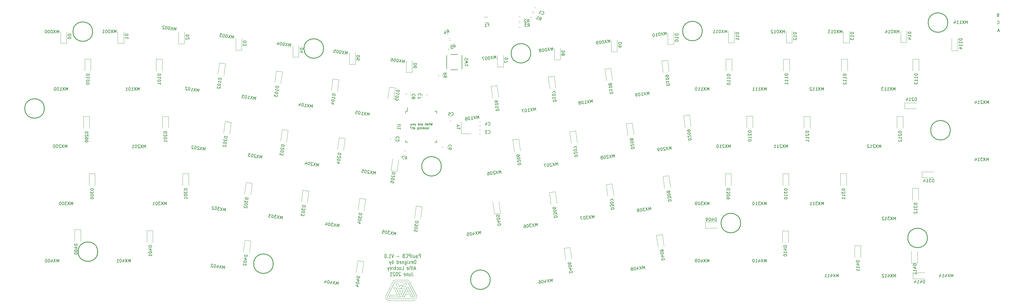
<source format=gbo>
G04 #@! TF.GenerationSoftware,KiCad,Pcbnew,(5.1.9)-1*
G04 #@! TF.CreationDate,2021-06-30T07:56:35+01:00*
G04 #@! TF.ProjectId,Paul-PCB-KICAD,5061756c-2d50-4434-922d-4b494341442e,rev?*
G04 #@! TF.SameCoordinates,Original*
G04 #@! TF.FileFunction,Legend,Bot*
G04 #@! TF.FilePolarity,Positive*
%FSLAX46Y46*%
G04 Gerber Fmt 4.6, Leading zero omitted, Abs format (unit mm)*
G04 Created by KiCad (PCBNEW (5.1.9)-1) date 2021-06-30 07:56:35*
%MOMM*%
%LPD*%
G01*
G04 APERTURE LIST*
%ADD10C,0.150000*%
%ADD11C,0.108000*%
%ADD12C,0.250000*%
%ADD13C,0.127000*%
%ADD14C,0.200000*%
%ADD15C,0.120000*%
%ADD16C,2.000000*%
%ADD17R,0.750000X1.000000*%
%ADD18C,3.000000*%
%ADD19C,3.987800*%
%ADD20C,1.750000*%
%ADD21R,2.550000X2.500000*%
%ADD22C,0.100000*%
%ADD23C,3.048000*%
%ADD24C,5.000000*%
%ADD25R,3.200000X2.000000*%
%ADD26R,2.000000X2.000000*%
%ADD27O,1.000000X1.600000*%
%ADD28O,1.000000X2.100000*%
%ADD29C,0.650000*%
%ADD30R,1.200000X1.400000*%
%ADD31R,0.900000X1.200000*%
%ADD32R,1.200000X0.900000*%
%ADD33R,0.550000X1.500000*%
%ADD34R,1.500000X0.550000*%
G04 APERTURE END LIST*
D10*
X133412857Y49838214D02*
X133234285Y49088214D01*
X133091428Y49623928D01*
X132948571Y49088214D01*
X132770000Y49838214D01*
X132484285Y49088214D02*
X132484285Y49838214D01*
X132162857Y49088214D02*
X132162857Y49481071D01*
X132198571Y49552500D01*
X132270000Y49588214D01*
X132377142Y49588214D01*
X132448571Y49552500D01*
X132484285Y49516785D01*
X131484285Y49088214D02*
X131484285Y49481071D01*
X131520000Y49552500D01*
X131591428Y49588214D01*
X131734285Y49588214D01*
X131805714Y49552500D01*
X131484285Y49123928D02*
X131555714Y49088214D01*
X131734285Y49088214D01*
X131805714Y49123928D01*
X131841428Y49195357D01*
X131841428Y49266785D01*
X131805714Y49338214D01*
X131734285Y49373928D01*
X131555714Y49373928D01*
X131484285Y49409642D01*
X131234285Y49588214D02*
X130948571Y49588214D01*
X131127142Y49838214D02*
X131127142Y49195357D01*
X131091428Y49123928D01*
X131020000Y49088214D01*
X130948571Y49088214D01*
X129805714Y49088214D02*
X129805714Y49481071D01*
X129841428Y49552500D01*
X129912857Y49588214D01*
X130055714Y49588214D01*
X130127142Y49552500D01*
X129805714Y49123928D02*
X129877142Y49088214D01*
X130055714Y49088214D01*
X130127142Y49123928D01*
X130162857Y49195357D01*
X130162857Y49266785D01*
X130127142Y49338214D01*
X130055714Y49373928D01*
X129877142Y49373928D01*
X129805714Y49409642D01*
X129448571Y49088214D02*
X129448571Y49588214D01*
X129448571Y49445357D02*
X129412857Y49516785D01*
X129377142Y49552500D01*
X129305714Y49588214D01*
X129234285Y49588214D01*
X128698571Y49123928D02*
X128770000Y49088214D01*
X128912857Y49088214D01*
X128984285Y49123928D01*
X129020000Y49195357D01*
X129020000Y49481071D01*
X128984285Y49552500D01*
X128912857Y49588214D01*
X128770000Y49588214D01*
X128698571Y49552500D01*
X128662857Y49481071D01*
X128662857Y49409642D01*
X129020000Y49338214D01*
X127841428Y49588214D02*
X127662857Y49088214D01*
X127484285Y49588214D02*
X127662857Y49088214D01*
X127734285Y48909642D01*
X127770000Y48873928D01*
X127841428Y48838214D01*
X127091428Y49088214D02*
X127162857Y49123928D01*
X127198571Y49159642D01*
X127234285Y49231071D01*
X127234285Y49445357D01*
X127198571Y49516785D01*
X127162857Y49552500D01*
X127091428Y49588214D01*
X126984285Y49588214D01*
X126912857Y49552500D01*
X126877142Y49516785D01*
X126841428Y49445357D01*
X126841428Y49231071D01*
X126877142Y49159642D01*
X126912857Y49123928D01*
X126984285Y49088214D01*
X127091428Y49088214D01*
X126198571Y49588214D02*
X126198571Y49088214D01*
X126520000Y49588214D02*
X126520000Y49195357D01*
X126484285Y49123928D01*
X126412857Y49088214D01*
X126305714Y49088214D01*
X126234285Y49123928D01*
X126198571Y49159642D01*
X132109285Y47813214D02*
X132180714Y47848928D01*
X132216428Y47920357D01*
X132216428Y48563214D01*
X131716428Y47813214D02*
X131787857Y47848928D01*
X131823571Y47884642D01*
X131859285Y47956071D01*
X131859285Y48170357D01*
X131823571Y48241785D01*
X131787857Y48277500D01*
X131716428Y48313214D01*
X131609285Y48313214D01*
X131537857Y48277500D01*
X131502142Y48241785D01*
X131466428Y48170357D01*
X131466428Y47956071D01*
X131502142Y47884642D01*
X131537857Y47848928D01*
X131609285Y47813214D01*
X131716428Y47813214D01*
X131037857Y47813214D02*
X131109285Y47848928D01*
X131145000Y47884642D01*
X131180714Y47956071D01*
X131180714Y48170357D01*
X131145000Y48241785D01*
X131109285Y48277500D01*
X131037857Y48313214D01*
X130930714Y48313214D01*
X130859285Y48277500D01*
X130823571Y48241785D01*
X130787857Y48170357D01*
X130787857Y47956071D01*
X130823571Y47884642D01*
X130859285Y47848928D01*
X130930714Y47813214D01*
X131037857Y47813214D01*
X130466428Y47813214D02*
X130466428Y48563214D01*
X130395000Y48098928D02*
X130180714Y47813214D01*
X130180714Y48313214D02*
X130466428Y48027500D01*
X129859285Y47813214D02*
X129859285Y48313214D01*
X129859285Y48563214D02*
X129895000Y48527500D01*
X129859285Y48491785D01*
X129823571Y48527500D01*
X129859285Y48563214D01*
X129859285Y48491785D01*
X129502142Y48313214D02*
X129502142Y47813214D01*
X129502142Y48241785D02*
X129466428Y48277500D01*
X129395000Y48313214D01*
X129287857Y48313214D01*
X129216428Y48277500D01*
X129180714Y48206071D01*
X129180714Y47813214D01*
X128502142Y48313214D02*
X128502142Y47706071D01*
X128537857Y47634642D01*
X128573571Y47598928D01*
X128645000Y47563214D01*
X128752142Y47563214D01*
X128823571Y47598928D01*
X128502142Y47848928D02*
X128573571Y47813214D01*
X128716428Y47813214D01*
X128787857Y47848928D01*
X128823571Y47884642D01*
X128859285Y47956071D01*
X128859285Y48170357D01*
X128823571Y48241785D01*
X128787857Y48277500D01*
X128716428Y48313214D01*
X128573571Y48313214D01*
X128502142Y48277500D01*
X127252142Y47813214D02*
X127252142Y48206071D01*
X127287857Y48277500D01*
X127359285Y48313214D01*
X127502142Y48313214D01*
X127573571Y48277500D01*
X127252142Y47848928D02*
X127323571Y47813214D01*
X127502142Y47813214D01*
X127573571Y47848928D01*
X127609285Y47920357D01*
X127609285Y47991785D01*
X127573571Y48063214D01*
X127502142Y48098928D01*
X127323571Y48098928D01*
X127252142Y48134642D01*
X127002142Y48313214D02*
X126716428Y48313214D01*
X126895000Y48563214D02*
X126895000Y47920357D01*
X126859285Y47848928D01*
X126787857Y47813214D01*
X126716428Y47813214D01*
X126359285Y47884642D02*
X126323571Y47848928D01*
X126359285Y47813214D01*
X126395000Y47848928D01*
X126359285Y47884642D01*
X126359285Y47813214D01*
X126502142Y48527500D02*
X126430714Y48563214D01*
X126252142Y48563214D01*
X126180714Y48527500D01*
X126145000Y48456071D01*
X126145000Y48384642D01*
X126180714Y48313214D01*
X126216428Y48277500D01*
X126287857Y48241785D01*
X126323571Y48206071D01*
X126359285Y48134642D01*
X126359285Y48098928D01*
X321858095Y80423333D02*
X321381904Y80423333D01*
X321953333Y80137619D02*
X321620000Y81137619D01*
X321286666Y80137619D01*
X321240476Y82862857D02*
X321288095Y82815238D01*
X321430952Y82767619D01*
X321526190Y82767619D01*
X321669047Y82815238D01*
X321764285Y82910476D01*
X321811904Y83005714D01*
X321859523Y83196190D01*
X321859523Y83339047D01*
X321811904Y83529523D01*
X321764285Y83624761D01*
X321669047Y83720000D01*
X321526190Y83767619D01*
X321430952Y83767619D01*
X321288095Y83720000D01*
X321240476Y83672380D01*
X321438571Y85751428D02*
X321295714Y85703809D01*
X321248095Y85656190D01*
X321200476Y85560952D01*
X321200476Y85418095D01*
X321248095Y85322857D01*
X321295714Y85275238D01*
X321390952Y85227619D01*
X321771904Y85227619D01*
X321771904Y86227619D01*
X321438571Y86227619D01*
X321343333Y86180000D01*
X321295714Y86132380D01*
X321248095Y86037142D01*
X321248095Y85941904D01*
X321295714Y85846666D01*
X321343333Y85799047D01*
X321438571Y85751428D01*
X321771904Y85751428D01*
D11*
X123377632Y-4205769D02*
X123630161Y-4722509D01*
X123296254Y-5405769D02*
X123043725Y-4889030D01*
X122709818Y-4205769D02*
X123377632Y-4205769D01*
X127011540Y-8041674D02*
X126343725Y-8041674D01*
X125511540Y-4972290D02*
X127011540Y-8041674D01*
X122416599Y-6005769D02*
X123670851Y-6005769D01*
X124828483Y-6370000D02*
X125526782Y-6370000D01*
X125177632Y-5655550D02*
X124828483Y-6370000D01*
X121243725Y-3605769D02*
X121911541Y-3605769D01*
X123670851Y-6005769D02*
X123043725Y-7289030D01*
X119075910Y-8641674D02*
X127011540Y-8641674D01*
X127550611Y-7778231D02*
X125382796Y-3342327D01*
X119075910Y-9241674D02*
X127011540Y-9241674D01*
X125526782Y-6370000D02*
X125177632Y-5655550D01*
X121243725Y-2405770D02*
G75*
G03*
X120165583Y-3078884I0J-1199999D01*
G01*
X123043725Y-7289030D02*
X122416599Y-6005769D01*
X122457289Y-4722509D02*
X122709818Y-4205769D01*
X122791196Y-5405769D02*
X122123381Y-5405769D01*
X121911541Y-3605769D02*
X122457289Y-4722509D01*
X122123381Y-5405769D02*
X121243725Y-3605769D01*
X118536839Y-7778231D02*
G75*
G03*
X119075910Y-8641674I539071J-263443D01*
G01*
X117997767Y-7514788D02*
G75*
G03*
X119075910Y-9241674I1078143J-526886D01*
G01*
X123043725Y-4889030D02*
X122791196Y-5405769D01*
X127011541Y-9241674D02*
G75*
G03*
X128089682Y-7514788I-1J1200000D01*
G01*
X128089682Y-7514788D02*
X125921867Y-3078884D01*
X125382796Y-3342326D02*
G75*
G03*
X124843725Y-3005769I-539071J-263443D01*
G01*
X124843725Y-3005769D02*
X121243725Y-3005769D01*
X127011540Y-8641674D02*
G75*
G03*
X127550611Y-7778231I0J600000D01*
G01*
X123964069Y-5405769D02*
X123296254Y-5405769D01*
X124843725Y-3605769D02*
X123964069Y-5405769D01*
X124175909Y-3605769D02*
X124843725Y-3605769D01*
X120165583Y-3078884D02*
X117997768Y-7514788D01*
X124843725Y-2405769D02*
X121243725Y-2405769D01*
X120704654Y-3342327D02*
X118536839Y-7778231D01*
X121243724Y-3005770D02*
G75*
G03*
X120704654Y-3342327I1J-599999D01*
G01*
X123630161Y-4722509D02*
X124175909Y-3605769D01*
X125921868Y-3078883D02*
G75*
G03*
X124843725Y-2405769I-1078143J-526886D01*
G01*
X119369129Y-7441674D02*
X121782692Y-7441674D01*
X121243725Y-4972290D02*
X122743725Y-8041674D01*
X124535264Y-6970000D02*
X124011540Y-8041674D01*
X124843725Y-4972290D02*
X125511540Y-4972290D01*
X126343725Y-8041674D02*
X125820000Y-6970000D01*
X121782692Y-7441674D02*
X120575910Y-4972290D01*
X120575910Y-4972290D02*
X121243725Y-4972290D01*
X124011540Y-8041674D02*
X123343725Y-8041674D01*
X122743725Y-8041674D02*
X119075910Y-8041674D01*
X123343725Y-8041674D02*
X124843725Y-4972290D01*
X119075910Y-8041674D02*
X119369129Y-7441674D01*
X125820000Y-6970000D02*
X124535264Y-6970000D01*
D10*
X127914285Y2959523D02*
X127914285Y4209523D01*
X127676190Y4209523D01*
X127533333Y4150000D01*
X127438095Y4030952D01*
X127390476Y3911904D01*
X127342857Y3673809D01*
X127342857Y3495238D01*
X127390476Y3257142D01*
X127438095Y3138095D01*
X127533333Y3019047D01*
X127676190Y2959523D01*
X127914285Y2959523D01*
X126533333Y3019047D02*
X126628571Y2959523D01*
X126819047Y2959523D01*
X126914285Y3019047D01*
X126961904Y3138095D01*
X126961904Y3614285D01*
X126914285Y3733333D01*
X126819047Y3792857D01*
X126628571Y3792857D01*
X126533333Y3733333D01*
X126485714Y3614285D01*
X126485714Y3495238D01*
X126961904Y3376190D01*
X126104761Y3019047D02*
X126009523Y2959523D01*
X125819047Y2959523D01*
X125723809Y3019047D01*
X125676190Y3138095D01*
X125676190Y3197619D01*
X125723809Y3316666D01*
X125819047Y3376190D01*
X125961904Y3376190D01*
X126057142Y3435714D01*
X126104761Y3554761D01*
X126104761Y3614285D01*
X126057142Y3733333D01*
X125961904Y3792857D01*
X125819047Y3792857D01*
X125723809Y3733333D01*
X125247619Y2959523D02*
X125247619Y3792857D01*
X125247619Y4209523D02*
X125295238Y4150000D01*
X125247619Y4090476D01*
X125200000Y4150000D01*
X125247619Y4209523D01*
X125247619Y4090476D01*
X124342857Y3792857D02*
X124342857Y2780952D01*
X124390476Y2661904D01*
X124438095Y2602380D01*
X124533333Y2542857D01*
X124676190Y2542857D01*
X124771428Y2602380D01*
X124342857Y3019047D02*
X124438095Y2959523D01*
X124628571Y2959523D01*
X124723809Y3019047D01*
X124771428Y3078571D01*
X124819047Y3197619D01*
X124819047Y3554761D01*
X124771428Y3673809D01*
X124723809Y3733333D01*
X124628571Y3792857D01*
X124438095Y3792857D01*
X124342857Y3733333D01*
X123866666Y3792857D02*
X123866666Y2959523D01*
X123866666Y3673809D02*
X123819047Y3733333D01*
X123723809Y3792857D01*
X123580952Y3792857D01*
X123485714Y3733333D01*
X123438095Y3614285D01*
X123438095Y2959523D01*
X122580952Y3019047D02*
X122676190Y2959523D01*
X122866666Y2959523D01*
X122961904Y3019047D01*
X123009523Y3138095D01*
X123009523Y3614285D01*
X122961904Y3733333D01*
X122866666Y3792857D01*
X122676190Y3792857D01*
X122580952Y3733333D01*
X122533333Y3614285D01*
X122533333Y3495238D01*
X123009523Y3376190D01*
X121676190Y2959523D02*
X121676190Y4209523D01*
X121676190Y3019047D02*
X121771428Y2959523D01*
X121961904Y2959523D01*
X122057142Y3019047D01*
X122104761Y3078571D01*
X122152380Y3197619D01*
X122152380Y3554761D01*
X122104761Y3673809D01*
X122057142Y3733333D01*
X121961904Y3792857D01*
X121771428Y3792857D01*
X121676190Y3733333D01*
X120438095Y2959523D02*
X120438095Y4209523D01*
X120438095Y3733333D02*
X120342857Y3792857D01*
X120152380Y3792857D01*
X120057142Y3733333D01*
X120009523Y3673809D01*
X119961904Y3554761D01*
X119961904Y3197619D01*
X120009523Y3078571D01*
X120057142Y3019047D01*
X120152380Y2959523D01*
X120342857Y2959523D01*
X120438095Y3019047D01*
X119628571Y3792857D02*
X119390476Y2959523D01*
X119152380Y3792857D02*
X119390476Y2959523D01*
X119485714Y2661904D01*
X119533333Y2602380D01*
X119628571Y2542857D01*
X127842857Y1291666D02*
X127366666Y1291666D01*
X127938095Y934523D02*
X127604761Y2184523D01*
X127271428Y934523D01*
X126795238Y934523D02*
X126890476Y994047D01*
X126938095Y1113095D01*
X126938095Y2184523D01*
X126557142Y1767857D02*
X126176190Y1767857D01*
X126414285Y934523D02*
X126414285Y2005952D01*
X126366666Y2125000D01*
X126271428Y2184523D01*
X126176190Y2184523D01*
X125842857Y934523D02*
X125842857Y1767857D01*
X125842857Y2184523D02*
X125890476Y2125000D01*
X125842857Y2065476D01*
X125795238Y2125000D01*
X125842857Y2184523D01*
X125842857Y2065476D01*
X124985714Y994047D02*
X125080952Y934523D01*
X125271428Y934523D01*
X125366666Y994047D01*
X125414285Y1113095D01*
X125414285Y1589285D01*
X125366666Y1708333D01*
X125271428Y1767857D01*
X125080952Y1767857D01*
X124985714Y1708333D01*
X124938095Y1589285D01*
X124938095Y1470238D01*
X125414285Y1351190D01*
X123271428Y934523D02*
X123747619Y934523D01*
X123747619Y2184523D01*
X122795238Y934523D02*
X122890476Y994047D01*
X122938095Y1053571D01*
X122985714Y1172619D01*
X122985714Y1529761D01*
X122938095Y1648809D01*
X122890476Y1708333D01*
X122795238Y1767857D01*
X122652380Y1767857D01*
X122557142Y1708333D01*
X122509523Y1648809D01*
X122461904Y1529761D01*
X122461904Y1172619D01*
X122509523Y1053571D01*
X122557142Y994047D01*
X122652380Y934523D01*
X122795238Y934523D01*
X121604761Y994047D02*
X121700000Y934523D01*
X121890476Y934523D01*
X121985714Y994047D01*
X122033333Y1053571D01*
X122080952Y1172619D01*
X122080952Y1529761D01*
X122033333Y1648809D01*
X121985714Y1708333D01*
X121890476Y1767857D01*
X121700000Y1767857D01*
X121604761Y1708333D01*
X121176190Y934523D02*
X121176190Y2184523D01*
X121080952Y1410714D02*
X120795238Y934523D01*
X120795238Y1767857D02*
X121176190Y1291666D01*
X120366666Y934523D02*
X120366666Y1767857D01*
X120366666Y1529761D02*
X120319047Y1648809D01*
X120271428Y1708333D01*
X120176190Y1767857D01*
X120080952Y1767857D01*
X119366666Y994047D02*
X119461904Y934523D01*
X119652380Y934523D01*
X119747619Y994047D01*
X119795238Y1113095D01*
X119795238Y1589285D01*
X119747619Y1708333D01*
X119652380Y1767857D01*
X119461904Y1767857D01*
X119366666Y1708333D01*
X119319047Y1589285D01*
X119319047Y1470238D01*
X119795238Y1351190D01*
X118985714Y1767857D02*
X118747619Y934523D01*
X118509523Y1767857D02*
X118747619Y934523D01*
X118842857Y636904D01*
X118890476Y577380D01*
X118985714Y517857D01*
X126676190Y159523D02*
X126676190Y-733333D01*
X126723809Y-911904D01*
X126819047Y-1030952D01*
X126961904Y-1090476D01*
X127057142Y-1090476D01*
X125771428Y-257142D02*
X125771428Y-1090476D01*
X126200000Y-257142D02*
X126200000Y-911904D01*
X126152380Y-1030952D01*
X126057142Y-1090476D01*
X125914285Y-1090476D01*
X125819047Y-1030952D01*
X125771428Y-971428D01*
X125295238Y-257142D02*
X125295238Y-1090476D01*
X125295238Y-376190D02*
X125247619Y-316666D01*
X125152380Y-257142D01*
X125009523Y-257142D01*
X124914285Y-316666D01*
X124866666Y-435714D01*
X124866666Y-1090476D01*
X124009523Y-1030952D02*
X124104761Y-1090476D01*
X124295238Y-1090476D01*
X124390476Y-1030952D01*
X124438095Y-911904D01*
X124438095Y-435714D01*
X124390476Y-316666D01*
X124295238Y-257142D01*
X124104761Y-257142D01*
X124009523Y-316666D01*
X123961904Y-435714D01*
X123961904Y-554761D01*
X124438095Y-673809D01*
X122819047Y40476D02*
X122771428Y100000D01*
X122676190Y159523D01*
X122438095Y159523D01*
X122342857Y100000D01*
X122295238Y40476D01*
X122247619Y-78571D01*
X122247619Y-197619D01*
X122295238Y-376190D01*
X122866666Y-1090476D01*
X122247619Y-1090476D01*
X121628571Y159523D02*
X121533333Y159523D01*
X121438095Y100000D01*
X121390476Y40476D01*
X121342857Y-78571D01*
X121295238Y-316666D01*
X121295238Y-614285D01*
X121342857Y-852380D01*
X121390476Y-971428D01*
X121438095Y-1030952D01*
X121533333Y-1090476D01*
X121628571Y-1090476D01*
X121723809Y-1030952D01*
X121771428Y-971428D01*
X121819047Y-852380D01*
X121866666Y-614285D01*
X121866666Y-316666D01*
X121819047Y-78571D01*
X121771428Y40476D01*
X121723809Y100000D01*
X121628571Y159523D01*
X120914285Y40476D02*
X120866666Y100000D01*
X120771428Y159523D01*
X120533333Y159523D01*
X120438095Y100000D01*
X120390476Y40476D01*
X120342857Y-78571D01*
X120342857Y-197619D01*
X120390476Y-376190D01*
X120961904Y-1090476D01*
X120342857Y-1090476D01*
X119390476Y-1090476D02*
X119961904Y-1090476D01*
X119676190Y-1090476D02*
X119676190Y159523D01*
X119771428Y-19047D01*
X119866666Y-138095D01*
X119961904Y-197619D01*
X129478571Y4984523D02*
X129478571Y6234523D01*
X129097619Y6234523D01*
X129002380Y6175000D01*
X128954761Y6115476D01*
X128907142Y5996428D01*
X128907142Y5817857D01*
X128954761Y5698809D01*
X129002380Y5639285D01*
X129097619Y5579761D01*
X129478571Y5579761D01*
X128050000Y4984523D02*
X128050000Y5639285D01*
X128097619Y5758333D01*
X128192857Y5817857D01*
X128383333Y5817857D01*
X128478571Y5758333D01*
X128050000Y5044047D02*
X128145238Y4984523D01*
X128383333Y4984523D01*
X128478571Y5044047D01*
X128526190Y5163095D01*
X128526190Y5282142D01*
X128478571Y5401190D01*
X128383333Y5460714D01*
X128145238Y5460714D01*
X128050000Y5520238D01*
X127145238Y5817857D02*
X127145238Y4984523D01*
X127573809Y5817857D02*
X127573809Y5163095D01*
X127526190Y5044047D01*
X127430952Y4984523D01*
X127288095Y4984523D01*
X127192857Y5044047D01*
X127145238Y5103571D01*
X126526190Y4984523D02*
X126621428Y5044047D01*
X126669047Y5163095D01*
X126669047Y6234523D01*
X126145238Y4984523D02*
X126145238Y6234523D01*
X125764285Y6234523D01*
X125669047Y6175000D01*
X125621428Y6115476D01*
X125573809Y5996428D01*
X125573809Y5817857D01*
X125621428Y5698809D01*
X125669047Y5639285D01*
X125764285Y5579761D01*
X126145238Y5579761D01*
X124573809Y5103571D02*
X124621428Y5044047D01*
X124764285Y4984523D01*
X124859523Y4984523D01*
X125002380Y5044047D01*
X125097619Y5163095D01*
X125145238Y5282142D01*
X125192857Y5520238D01*
X125192857Y5698809D01*
X125145238Y5936904D01*
X125097619Y6055952D01*
X125002380Y6175000D01*
X124859523Y6234523D01*
X124764285Y6234523D01*
X124621428Y6175000D01*
X124573809Y6115476D01*
X123811904Y5639285D02*
X123669047Y5579761D01*
X123621428Y5520238D01*
X123573809Y5401190D01*
X123573809Y5222619D01*
X123621428Y5103571D01*
X123669047Y5044047D01*
X123764285Y4984523D01*
X124145238Y4984523D01*
X124145238Y6234523D01*
X123811904Y6234523D01*
X123716666Y6175000D01*
X123669047Y6115476D01*
X123621428Y5996428D01*
X123621428Y5877380D01*
X123669047Y5758333D01*
X123716666Y5698809D01*
X123811904Y5639285D01*
X124145238Y5639285D01*
X122383333Y5460714D02*
X121621428Y5460714D01*
X120526190Y6234523D02*
X120192857Y4984523D01*
X119859523Y6234523D01*
X119002380Y4984523D02*
X119573809Y4984523D01*
X119288095Y4984523D02*
X119288095Y6234523D01*
X119383333Y6055952D01*
X119478571Y5936904D01*
X119573809Y5877380D01*
X118573809Y5103571D02*
X118526190Y5044047D01*
X118573809Y4984523D01*
X118621428Y5044047D01*
X118573809Y5103571D01*
X118573809Y4984523D01*
X117907142Y6234523D02*
X117811904Y6234523D01*
X117716666Y6175000D01*
X117669047Y6115476D01*
X117621428Y5996428D01*
X117573809Y5758333D01*
X117573809Y5460714D01*
X117621428Y5222619D01*
X117669047Y5103571D01*
X117716666Y5044047D01*
X117811904Y4984523D01*
X117907142Y4984523D01*
X118002380Y5044047D01*
X118050000Y5103571D01*
X118097619Y5222619D01*
X118145238Y5460714D01*
X118145238Y5758333D01*
X118097619Y5996428D01*
X118050000Y6115476D01*
X118002380Y6175000D01*
X117907142Y6234523D01*
D12*
X20441750Y80200000D02*
G75*
G03*
X20441750Y80200000I-3250000J0D01*
G01*
X97231649Y74572360D02*
G75*
G03*
X97231649Y74572360I-3250000J0D01*
G01*
X166109822Y72980677D02*
G75*
G03*
X166109822Y72980677I-3250000J0D01*
G01*
X223135384Y80385180D02*
G75*
G03*
X223135384Y80385180I-3250000J0D01*
G01*
D10*
X311338095Y82847619D02*
X311338095Y83847619D01*
X311004761Y83133333D01*
X310671428Y83847619D01*
X310671428Y82847619D01*
X310290476Y83847619D02*
X309623809Y82847619D01*
X309623809Y83847619D02*
X310290476Y82847619D01*
X308719047Y82847619D02*
X309290476Y82847619D01*
X309004761Y82847619D02*
X309004761Y83847619D01*
X309100000Y83704761D01*
X309195238Y83609523D01*
X309290476Y83561904D01*
X307766666Y82847619D02*
X308338095Y82847619D01*
X308052380Y82847619D02*
X308052380Y83847619D01*
X308147619Y83704761D01*
X308242857Y83609523D01*
X308338095Y83561904D01*
X306909523Y83514285D02*
X306909523Y82847619D01*
X307147619Y83895238D02*
X307385714Y83180952D01*
X306766666Y83180952D01*
D12*
X4402750Y54625000D02*
G75*
G03*
X4402750Y54625000I-3250000J0D01*
G01*
X22156250Y7000000D02*
G75*
G03*
X22156250Y7000000I-3250000J0D01*
G01*
X136386887Y35392650D02*
G75*
G03*
X136386887Y35392650I-3250000J0D01*
G01*
X80508161Y3003314D02*
G75*
G03*
X80508161Y3003314I-3250000J0D01*
G01*
X152646946Y-2325869D02*
G75*
G03*
X152646946Y-2325869I-3250000J0D01*
G01*
X235897250Y16524999D02*
G75*
G03*
X235897250Y16524999I-3250000J0D01*
G01*
X298000249Y11573500D02*
G75*
G03*
X298000249Y11573500I-3249999J0D01*
G01*
X305599874Y47386750D02*
G75*
G03*
X305599874Y47386750I-3249999J0D01*
G01*
X304762249Y83200000D02*
G75*
G03*
X304762249Y83200000I-3249999J0D01*
G01*
D13*
X143245000Y67800000D02*
X143245000Y72300000D01*
X138145000Y67800000D02*
X138145000Y72300000D01*
D14*
X138920000Y74300000D02*
G75*
G03*
X138920000Y74300000I-100000J0D01*
G01*
D13*
X139515000Y72600000D02*
X141875000Y72600000D01*
X141875000Y67500000D02*
X139515000Y67500000D01*
D15*
X162619564Y81665000D02*
X162165436Y81665000D01*
X162619564Y83135000D02*
X162165436Y83135000D01*
X162619564Y85125000D02*
X162165436Y85125000D01*
X162619564Y83655000D02*
X162165436Y83655000D01*
X166406968Y84911560D02*
X165990505Y85092643D01*
X166993129Y86259639D02*
X166576666Y86440722D01*
X167247710Y86707975D02*
X166768543Y86916323D01*
X167833871Y88056053D02*
X167354704Y88264401D01*
X142980000Y46220000D02*
X142980000Y50220000D01*
X146280000Y46220000D02*
X142980000Y46220000D01*
X123922936Y39065000D02*
X124377064Y39065000D01*
X123922936Y40535000D02*
X124377064Y40535000D01*
X136835000Y65410436D02*
X136835000Y65864564D01*
X135365000Y65410436D02*
X135365000Y65864564D01*
X139648032Y75921560D02*
X140064495Y76102643D01*
X139061871Y77269639D02*
X139478334Y77450722D01*
X138848032Y77871560D02*
X139264495Y78052643D01*
X138261871Y79219639D02*
X138678334Y79400722D01*
X150794068Y83170223D02*
X151986477Y83337805D01*
X150540773Y84972511D02*
X151733182Y85140093D01*
X293170000Y-2010000D02*
X293170000Y-10000D01*
X293170000Y-10000D02*
X297070000Y-10000D01*
X293170000Y-2010000D02*
X297070000Y-2010000D01*
X296170000Y31590000D02*
X296170000Y33590000D01*
X296170000Y33590000D02*
X300070000Y33590000D01*
X296170000Y31590000D02*
X300070000Y31590000D01*
X290440000Y54540000D02*
X290440000Y56540000D01*
X290440000Y56540000D02*
X294340000Y56540000D01*
X290440000Y54540000D02*
X294340000Y54540000D01*
X308100000Y73900000D02*
X306100000Y73900000D01*
X306100000Y73900000D02*
X306100000Y77800000D01*
X308100000Y73900000D02*
X308100000Y77800000D01*
X291100000Y76600000D02*
X289100000Y76600000D01*
X289100000Y76600000D02*
X289100000Y80500000D01*
X291100000Y76600000D02*
X291100000Y80500000D01*
X293150000Y71100000D02*
X295150000Y71100000D01*
X295150000Y71100000D02*
X295150000Y67200000D01*
X293150000Y71100000D02*
X293150000Y67200000D01*
X272000000Y76500000D02*
X270000000Y76500000D01*
X270000000Y76500000D02*
X270000000Y80400000D01*
X272000000Y76500000D02*
X272000000Y80400000D01*
X294720000Y3230000D02*
X292720000Y3230000D01*
X292720000Y3230000D02*
X292720000Y7130000D01*
X294720000Y3230000D02*
X294720000Y7130000D01*
X293010000Y28100000D02*
X295010000Y28100000D01*
X295010000Y28100000D02*
X295010000Y24200000D01*
X293010000Y28100000D02*
X293010000Y24200000D01*
X287890000Y52040000D02*
X289890000Y52040000D01*
X289890000Y52040000D02*
X289890000Y48140000D01*
X287890000Y52040000D02*
X287890000Y48140000D01*
X269400000Y71100000D02*
X271400000Y71100000D01*
X271400000Y71100000D02*
X271400000Y67200000D01*
X269400000Y71100000D02*
X269400000Y67200000D01*
X253000000Y76450000D02*
X251000000Y76450000D01*
X251000000Y76450000D02*
X251000000Y80350000D01*
X253000000Y76450000D02*
X253000000Y80350000D01*
X273850000Y8990000D02*
X275850000Y8990000D01*
X275850000Y8990000D02*
X275850000Y5090000D01*
X273850000Y8990000D02*
X273850000Y5090000D01*
X269080000Y33010000D02*
X271080000Y33010000D01*
X271080000Y33010000D02*
X271080000Y29110000D01*
X269080000Y33010000D02*
X269080000Y29110000D01*
X256980000Y52050000D02*
X258980000Y52050000D01*
X258980000Y52050000D02*
X258980000Y48150000D01*
X256980000Y52050000D02*
X256980000Y48150000D01*
X250100000Y71100000D02*
X252100000Y71100000D01*
X252100000Y71100000D02*
X252100000Y67200000D01*
X250100000Y71100000D02*
X250100000Y67200000D01*
X233800000Y76450000D02*
X231800000Y76450000D01*
X231800000Y76450000D02*
X231800000Y80350000D01*
X233800000Y76450000D02*
X233800000Y80350000D01*
X249780000Y13950000D02*
X251780000Y13950000D01*
X251780000Y13950000D02*
X251780000Y10050000D01*
X249780000Y13950000D02*
X249780000Y10050000D01*
X249900000Y33000000D02*
X251900000Y33000000D01*
X251900000Y33000000D02*
X251900000Y29100000D01*
X249900000Y33000000D02*
X249900000Y29100000D01*
X237950000Y52075000D02*
X239950000Y52075000D01*
X239950000Y52075000D02*
X239950000Y48175000D01*
X237950000Y52075000D02*
X237950000Y48175000D01*
X231000000Y71100000D02*
X233000000Y71100000D01*
X233000000Y71100000D02*
X233000000Y67200000D01*
X231000000Y71100000D02*
X231000000Y67200000D01*
X213700000Y75950000D02*
X211700000Y75950000D01*
X211700000Y75950000D02*
X211700000Y79850000D01*
X213700000Y75950000D02*
X213700000Y79850000D01*
X224160000Y14890000D02*
X224160000Y16890000D01*
X224160000Y16890000D02*
X228060000Y16890000D01*
X224160000Y14890000D02*
X228060000Y14890000D01*
X230780000Y32980000D02*
X232780000Y32980000D01*
X232780000Y32980000D02*
X232780000Y29080000D01*
X230780000Y32980000D02*
X230780000Y29080000D01*
X216876228Y52204988D02*
X218856765Y52483334D01*
X218856765Y52483334D02*
X219399540Y48621289D01*
X216876228Y52204988D02*
X217419004Y48342943D01*
X209596592Y70438930D02*
X211577129Y70717276D01*
X211577129Y70717276D02*
X212119904Y66855231D01*
X209596592Y70438930D02*
X210139368Y66576885D01*
X194850000Y73550000D02*
X192850000Y73550000D01*
X192850000Y73550000D02*
X192850000Y77450000D01*
X194850000Y73550000D02*
X194850000Y77450000D01*
X207886956Y12412872D02*
X209867493Y12691218D01*
X209867493Y12691218D02*
X210410268Y8829173D01*
X207886956Y12412872D02*
X208429732Y8550827D01*
X210056228Y31994988D02*
X212036765Y32273334D01*
X212036765Y32273334D02*
X212579540Y28411289D01*
X210056228Y31994988D02*
X210599004Y28132943D01*
X197851228Y49529988D02*
X199831765Y49808334D01*
X199831765Y49808334D02*
X200374540Y45946289D01*
X197851228Y49529988D02*
X198394004Y45667943D01*
X190716956Y67772872D02*
X192697493Y68051218D01*
X192697493Y68051218D02*
X193240268Y64189173D01*
X190716956Y67772872D02*
X191259732Y63910827D01*
X175950000Y70800000D02*
X173950000Y70800000D01*
X173950000Y70800000D02*
X173950000Y74700000D01*
X175950000Y70800000D02*
X175950000Y74700000D01*
X191156592Y29338930D02*
X193137129Y29617276D01*
X193137129Y29617276D02*
X193679904Y25755231D01*
X191156592Y29338930D02*
X191699368Y25476885D01*
X179051228Y46879988D02*
X181031765Y47158334D01*
X181031765Y47158334D02*
X181574540Y43296289D01*
X179051228Y46879988D02*
X179594004Y43017943D01*
X171887320Y65122872D02*
X173867857Y65401218D01*
X173867857Y65401218D02*
X174410632Y61539173D01*
X171887320Y65122872D02*
X172430096Y61260827D01*
X157050000Y68450000D02*
X155050000Y68450000D01*
X155050000Y68450000D02*
X155050000Y72350000D01*
X157050000Y68450000D02*
X157050000Y72350000D01*
X177206228Y8154988D02*
X179186765Y8433334D01*
X179186765Y8433334D02*
X179729540Y4571289D01*
X177206228Y8154988D02*
X177749004Y4292943D01*
X172286592Y26668930D02*
X174267129Y26947276D01*
X174267129Y26947276D02*
X174809904Y23085231D01*
X172286592Y26668930D02*
X172829368Y22806885D01*
X160141956Y44197872D02*
X162122493Y44476218D01*
X162122493Y44476218D02*
X162665268Y40614173D01*
X160141956Y44197872D02*
X160684732Y40335827D01*
X152896592Y62013930D02*
X154877129Y62292276D01*
X154877129Y62292276D02*
X155419904Y58430231D01*
X152896592Y62013930D02*
X153439368Y58151885D01*
X126700000Y66650000D02*
X124700000Y66650000D01*
X124700000Y66650000D02*
X124700000Y70550000D01*
X126700000Y66650000D02*
X126700000Y70550000D01*
X156043408Y19801070D02*
X154062871Y19522724D01*
X154062871Y19522724D02*
X153520096Y23384769D01*
X156043408Y19801070D02*
X155500632Y23663115D01*
X128053235Y22173334D02*
X130033772Y21894988D01*
X130033772Y21894988D02*
X129490996Y18032943D01*
X128053235Y22173334D02*
X127510460Y18311289D01*
X121627129Y33732724D02*
X119646592Y34011070D01*
X119646592Y34011070D02*
X120189368Y37873115D01*
X121627129Y33732724D02*
X122169904Y37594769D01*
X119093235Y61783334D02*
X121073772Y61504988D01*
X121073772Y61504988D02*
X120530996Y57642943D01*
X119093235Y61783334D02*
X118550460Y57921289D01*
X107800000Y69250000D02*
X105800000Y69250000D01*
X105800000Y69250000D02*
X105800000Y73150000D01*
X107800000Y69250000D02*
X107800000Y73150000D01*
X108603235Y4003334D02*
X110583772Y3724988D01*
X110583772Y3724988D02*
X110040996Y-137057D01*
X108603235Y4003334D02*
X108060460Y141289D01*
X109233235Y24753334D02*
X111213772Y24474988D01*
X111213772Y24474988D02*
X110670996Y20612943D01*
X109233235Y24753334D02*
X108690460Y20891289D01*
X102418235Y44908334D02*
X104398772Y44629988D01*
X104398772Y44629988D02*
X103855996Y40767943D01*
X102418235Y44908334D02*
X101875460Y41046289D01*
X100343235Y64483334D02*
X99800460Y60621289D01*
X102323772Y64204988D02*
X101780996Y60342943D01*
X100343235Y64483334D02*
X102323772Y64204988D01*
X89000000Y71750000D02*
X87000000Y71750000D01*
X87000000Y71750000D02*
X87000000Y75650000D01*
X89000000Y71750000D02*
X89000000Y75650000D01*
X90373235Y27423334D02*
X92353772Y27144988D01*
X92353772Y27144988D02*
X91810996Y23282943D01*
X90373235Y27423334D02*
X89830460Y23561289D01*
X83477507Y47626218D02*
X85458044Y47347872D01*
X85458044Y47347872D02*
X84915268Y43485827D01*
X83477507Y47626218D02*
X82934732Y43764173D01*
X81572871Y67117276D02*
X83553408Y66838930D01*
X83553408Y66838930D02*
X83010632Y62976885D01*
X81572871Y67117276D02*
X81030096Y63255231D01*
X70050000Y74050000D02*
X68050000Y74050000D01*
X68050000Y74050000D02*
X68050000Y77950000D01*
X70050000Y74050000D02*
X70050000Y77950000D01*
X71102507Y10891218D02*
X73083044Y10612872D01*
X73083044Y10612872D02*
X72540268Y6750827D01*
X71102507Y10891218D02*
X70559732Y7029173D01*
X71512507Y30051218D02*
X73493044Y29772872D01*
X73493044Y29772872D02*
X72950268Y25910827D01*
X71512507Y30051218D02*
X70969732Y26189173D01*
X64552507Y50301218D02*
X66533044Y50022872D01*
X66533044Y50022872D02*
X65990268Y46160827D01*
X64552507Y50301218D02*
X64009732Y46439173D01*
X62622871Y69817276D02*
X64603408Y69538930D01*
X64603408Y69538930D02*
X64060632Y65676885D01*
X62622871Y69817276D02*
X62080096Y65955231D01*
X51000000Y76150000D02*
X49000000Y76150000D01*
X49000000Y76150000D02*
X49000000Y80050000D01*
X51000000Y76150000D02*
X51000000Y80050000D01*
X38500000Y14000000D02*
X40500000Y14000000D01*
X40500000Y14000000D02*
X40500000Y10100000D01*
X38500000Y14000000D02*
X38500000Y10100000D01*
X50390000Y33000000D02*
X52390000Y33000000D01*
X52390000Y33000000D02*
X52390000Y29100000D01*
X50390000Y33000000D02*
X50390000Y29100000D01*
X43650000Y52025000D02*
X45650000Y52025000D01*
X45650000Y52025000D02*
X45650000Y48125000D01*
X43650000Y52025000D02*
X43650000Y48125000D01*
X41600000Y71100000D02*
X43600000Y71100000D01*
X43600000Y71100000D02*
X43600000Y67200000D01*
X41600000Y71100000D02*
X41600000Y67200000D01*
X30800000Y76350000D02*
X28800000Y76350000D01*
X28800000Y76350000D02*
X28800000Y80250000D01*
X30800000Y76350000D02*
X30800000Y80250000D01*
X14520000Y14360000D02*
X16520000Y14360000D01*
X16520000Y14360000D02*
X16520000Y10460000D01*
X14520000Y14360000D02*
X14520000Y10460000D01*
X19280000Y32990000D02*
X21280000Y32990000D01*
X21280000Y32990000D02*
X21280000Y29090000D01*
X19280000Y32990000D02*
X19280000Y29090000D01*
X17425000Y52050000D02*
X19425000Y52050000D01*
X19425000Y52050000D02*
X19425000Y48150000D01*
X17425000Y52050000D02*
X17425000Y48150000D01*
X17850000Y71100000D02*
X19850000Y71100000D01*
X19850000Y71100000D02*
X19850000Y67200000D01*
X17850000Y71100000D02*
X17850000Y67200000D01*
X11800000Y76350000D02*
X9800000Y76350000D01*
X9800000Y76350000D02*
X9800000Y80250000D01*
X11800000Y76350000D02*
X11800000Y80250000D01*
X126155000Y59148748D02*
X126155000Y59671252D01*
X124685000Y59148748D02*
X124685000Y59671252D01*
X130065000Y59261252D02*
X130065000Y58738748D01*
X131535000Y59261252D02*
X131535000Y58738748D01*
X138315000Y41518748D02*
X138315000Y42041252D01*
X136845000Y41518748D02*
X136845000Y42041252D01*
X139138748Y50495000D02*
X139661252Y50495000D01*
X139138748Y51965000D02*
X139661252Y51965000D01*
X148918748Y50355000D02*
X149441252Y50355000D01*
X148918748Y48885000D02*
X149441252Y48885000D01*
X148943748Y47530000D02*
X149466252Y47530000D01*
X148943748Y46060000D02*
X149466252Y46060000D01*
X120935000Y44238748D02*
X120935000Y44761252D01*
X119465000Y44238748D02*
X119465000Y44761252D01*
D10*
X124555000Y53705000D02*
X125130000Y53705000D01*
X124555000Y43355000D02*
X125230000Y43355000D01*
X134905000Y43355000D02*
X134230000Y43355000D01*
X134905000Y53705000D02*
X134230000Y53705000D01*
X124555000Y53705000D02*
X124555000Y53030000D01*
X134905000Y53705000D02*
X134905000Y53030000D01*
X134905000Y43355000D02*
X134905000Y44030000D01*
X124555000Y43355000D02*
X124555000Y44030000D01*
X125130000Y53705000D02*
X125130000Y54980000D01*
X145163761Y71383333D02*
X145211380Y71240476D01*
X145211380Y71002380D01*
X145163761Y70907142D01*
X145116142Y70859523D01*
X145020904Y70811904D01*
X144925666Y70811904D01*
X144830428Y70859523D01*
X144782809Y70907142D01*
X144735190Y71002380D01*
X144687571Y71192857D01*
X144639952Y71288095D01*
X144592333Y71335714D01*
X144497095Y71383333D01*
X144401857Y71383333D01*
X144306619Y71335714D01*
X144259000Y71288095D01*
X144211380Y71192857D01*
X144211380Y70954761D01*
X144259000Y70811904D01*
X144211380Y70478571D02*
X145211380Y70240476D01*
X144497095Y70050000D01*
X145211380Y69859523D01*
X144211380Y69621428D01*
X145211380Y68716666D02*
X145211380Y69288095D01*
X145211380Y69002380D02*
X144211380Y69002380D01*
X144354238Y69097619D01*
X144449476Y69192857D01*
X144497095Y69288095D01*
X244408095Y60647119D02*
X244408095Y61647119D01*
X244074761Y60932833D01*
X243741428Y61647119D01*
X243741428Y60647119D01*
X243360476Y61647119D02*
X242693809Y60647119D01*
X242693809Y61647119D02*
X243360476Y60647119D01*
X241789047Y60647119D02*
X242360476Y60647119D01*
X242074761Y60647119D02*
X242074761Y61647119D01*
X242170000Y61504261D01*
X242265238Y61409023D01*
X242360476Y61361404D01*
X240836666Y60647119D02*
X241408095Y60647119D01*
X241122380Y60647119D02*
X241122380Y61647119D01*
X241217619Y61504261D01*
X241312857Y61409023D01*
X241408095Y61361404D01*
X239884285Y60647119D02*
X240455714Y60647119D01*
X240170000Y60647119D02*
X240170000Y61647119D01*
X240265238Y61504261D01*
X240360476Y61409023D01*
X240455714Y61361404D01*
X67243354Y77890538D02*
X67382528Y78880807D01*
X66953029Y78219863D01*
X66722349Y78973589D01*
X66583176Y77983321D01*
X66345104Y79026607D02*
X65545752Y78129121D01*
X65684925Y79119389D02*
X66205931Y78036339D01*
X65119058Y79198916D02*
X65024746Y79212171D01*
X64923808Y79178270D01*
X64870025Y79137742D01*
X64809615Y79050058D01*
X64735950Y78868063D01*
X64702814Y78632284D01*
X64723460Y78437035D01*
X64757361Y78336096D01*
X64797889Y78282313D01*
X64885573Y78221903D01*
X64979885Y78208648D01*
X65080823Y78242549D01*
X65134606Y78283078D01*
X65195016Y78370762D01*
X65268681Y78552757D01*
X65301818Y78788535D01*
X65281171Y78983785D01*
X65247270Y79084723D01*
X65206742Y79138506D01*
X65119058Y79198916D01*
X64175945Y79331462D02*
X64081634Y79344717D01*
X63980695Y79310816D01*
X63926913Y79270287D01*
X63866502Y79182604D01*
X63792838Y79000608D01*
X63759701Y78764830D01*
X63780348Y78569580D01*
X63814249Y78468642D01*
X63854777Y78414859D01*
X63942461Y78354449D01*
X64036772Y78341194D01*
X64137711Y78375095D01*
X64191494Y78415624D01*
X64251904Y78503308D01*
X64325569Y78685303D01*
X64358705Y78921081D01*
X64338059Y79116331D01*
X64304158Y79217269D01*
X64263629Y79271052D01*
X64175945Y79331462D01*
X63515767Y79424244D02*
X62902743Y79510399D01*
X63179815Y79086763D01*
X63038348Y79106645D01*
X62937409Y79072744D01*
X62883626Y79032216D01*
X62823216Y78944532D01*
X62790080Y78708754D01*
X62823981Y78607815D01*
X62864509Y78554032D01*
X62952193Y78493622D01*
X63235127Y78453858D01*
X63336065Y78487759D01*
X63389848Y78528288D01*
X102308187Y15175253D02*
X102447361Y16165522D01*
X102017862Y15504578D01*
X101787182Y16258304D01*
X101648009Y15268036D01*
X101409937Y16311322D02*
X100610585Y15413836D01*
X100749758Y16404104D02*
X101270764Y15321054D01*
X100466824Y16443868D02*
X99853801Y16530022D01*
X100130872Y16106386D01*
X99989406Y16126268D01*
X99888467Y16092367D01*
X99834684Y16051839D01*
X99774274Y15964155D01*
X99741137Y15728377D01*
X99775038Y15627438D01*
X99815567Y15573655D01*
X99903251Y15513245D01*
X100186184Y15473482D01*
X100287123Y15507383D01*
X100340906Y15547911D01*
X99240778Y16616177D02*
X99146467Y16629432D01*
X99045528Y16595531D01*
X98991746Y16555002D01*
X98931335Y16467319D01*
X98857671Y16285323D01*
X98824534Y16049545D01*
X98845181Y15854295D01*
X98879082Y15753357D01*
X98919610Y15699574D01*
X99007294Y15639164D01*
X99101605Y15625909D01*
X99202544Y15659810D01*
X99256327Y15700339D01*
X99316737Y15788023D01*
X99390402Y15970018D01*
X99423538Y16205796D01*
X99402892Y16401046D01*
X99368991Y16501984D01*
X99328462Y16555767D01*
X99240778Y16616177D01*
X98015497Y16451770D02*
X97922715Y15791591D01*
X98304293Y16795879D02*
X98440662Y16055408D01*
X97827639Y16141563D01*
X288568095Y79727619D02*
X288568095Y80727619D01*
X288234761Y80013333D01*
X287901428Y80727619D01*
X287901428Y79727619D01*
X287520476Y80727619D02*
X286853809Y79727619D01*
X286853809Y80727619D02*
X287520476Y79727619D01*
X286282380Y80727619D02*
X286187142Y80727619D01*
X286091904Y80680000D01*
X286044285Y80632380D01*
X285996666Y80537142D01*
X285949047Y80346666D01*
X285949047Y80108571D01*
X285996666Y79918095D01*
X286044285Y79822857D01*
X286091904Y79775238D01*
X286187142Y79727619D01*
X286282380Y79727619D01*
X286377619Y79775238D01*
X286425238Y79822857D01*
X286472857Y79918095D01*
X286520476Y80108571D01*
X286520476Y80346666D01*
X286472857Y80537142D01*
X286425238Y80632380D01*
X286377619Y80680000D01*
X286282380Y80727619D01*
X284996666Y79727619D02*
X285568095Y79727619D01*
X285282380Y79727619D02*
X285282380Y80727619D01*
X285377619Y80584761D01*
X285472857Y80489523D01*
X285568095Y80441904D01*
X284139523Y80394285D02*
X284139523Y79727619D01*
X284377619Y80775238D02*
X284615714Y80060952D01*
X283996666Y80060952D01*
X124073354Y69770538D02*
X124212528Y70760807D01*
X123783029Y70099863D01*
X123552349Y70853589D01*
X123413176Y69863321D01*
X123175104Y70906607D02*
X122375752Y70009121D01*
X122514925Y70999389D02*
X123035931Y69916339D01*
X121949058Y71078916D02*
X121854746Y71092171D01*
X121753808Y71058270D01*
X121700025Y71017742D01*
X121639615Y70930058D01*
X121565950Y70748063D01*
X121532814Y70512284D01*
X121553460Y70317035D01*
X121587361Y70216096D01*
X121627889Y70162313D01*
X121715573Y70101903D01*
X121809885Y70088648D01*
X121910823Y70122549D01*
X121964606Y70163078D01*
X122025016Y70250762D01*
X122098681Y70432757D01*
X122131818Y70668535D01*
X122111171Y70863785D01*
X122077270Y70964723D01*
X122036742Y71018506D01*
X121949058Y71078916D01*
X121005945Y71211462D02*
X120911634Y71224717D01*
X120810695Y71190816D01*
X120756913Y71150287D01*
X120696502Y71062604D01*
X120622838Y70880608D01*
X120589701Y70644830D01*
X120610348Y70449580D01*
X120644249Y70348642D01*
X120684777Y70294859D01*
X120772461Y70234449D01*
X120866772Y70221194D01*
X120967711Y70255095D01*
X121021494Y70295624D01*
X121081904Y70383308D01*
X121155569Y70565303D01*
X121188705Y70801081D01*
X121168059Y70996331D01*
X121134158Y71097269D01*
X121093629Y71151052D01*
X121005945Y71211462D01*
X119827055Y71377145D02*
X120015677Y71350635D01*
X120103361Y71290225D01*
X120143889Y71236442D01*
X120218319Y71081721D01*
X120238965Y70886471D01*
X120185947Y70509226D01*
X120125537Y70421542D01*
X120071754Y70381014D01*
X119970815Y70347113D01*
X119782193Y70373622D01*
X119694509Y70434032D01*
X119653981Y70487815D01*
X119620080Y70588754D01*
X119653216Y70824532D01*
X119713626Y70912216D01*
X119767409Y70952744D01*
X119868348Y70986645D01*
X120056970Y70960136D01*
X120144654Y70899726D01*
X120185182Y70845943D01*
X120219083Y70745004D01*
X306488095Y-1440380D02*
X306488095Y-440380D01*
X306154761Y-1154666D01*
X305821428Y-440380D01*
X305821428Y-1440380D01*
X305440476Y-440380D02*
X304773809Y-1440380D01*
X304773809Y-440380D02*
X305440476Y-1440380D01*
X303964285Y-773714D02*
X303964285Y-1440380D01*
X304202380Y-392761D02*
X304440476Y-1107047D01*
X303821428Y-1107047D01*
X302916666Y-1440380D02*
X303488095Y-1440380D01*
X303202380Y-1440380D02*
X303202380Y-440380D01*
X303297619Y-583238D01*
X303392857Y-678476D01*
X303488095Y-726095D01*
X302059523Y-773714D02*
X302059523Y-1440380D01*
X302297619Y-392761D02*
X302535714Y-1107047D01*
X301916666Y-1107047D01*
X287458095Y-1450380D02*
X287458095Y-450380D01*
X287124761Y-1164666D01*
X286791428Y-450380D01*
X286791428Y-1450380D01*
X286410476Y-450380D02*
X285743809Y-1450380D01*
X285743809Y-450380D02*
X286410476Y-1450380D01*
X284934285Y-783714D02*
X284934285Y-1450380D01*
X285172380Y-402761D02*
X285410476Y-1117047D01*
X284791428Y-1117047D01*
X283886666Y-1450380D02*
X284458095Y-1450380D01*
X284172380Y-1450380D02*
X284172380Y-450380D01*
X284267619Y-593238D01*
X284362857Y-688476D01*
X284458095Y-736095D01*
X283505714Y-545619D02*
X283458095Y-498000D01*
X283362857Y-450380D01*
X283124761Y-450380D01*
X283029523Y-498000D01*
X282981904Y-545619D01*
X282934285Y-640857D01*
X282934285Y-736095D01*
X282981904Y-878952D01*
X283553333Y-1450380D01*
X282934285Y-1450380D01*
X268428095Y-1440380D02*
X268428095Y-440380D01*
X268094761Y-1154666D01*
X267761428Y-440380D01*
X267761428Y-1440380D01*
X267380476Y-440380D02*
X266713809Y-1440380D01*
X266713809Y-440380D02*
X267380476Y-1440380D01*
X265904285Y-773714D02*
X265904285Y-1440380D01*
X266142380Y-392761D02*
X266380476Y-1107047D01*
X265761428Y-1107047D01*
X264856666Y-1440380D02*
X265428095Y-1440380D01*
X265142380Y-1440380D02*
X265142380Y-440380D01*
X265237619Y-583238D01*
X265332857Y-678476D01*
X265428095Y-726095D01*
X263904285Y-1440380D02*
X264475714Y-1440380D01*
X264190000Y-1440380D02*
X264190000Y-440380D01*
X264285238Y-583238D01*
X264380476Y-678476D01*
X264475714Y-726095D01*
X244418095Y3509619D02*
X244418095Y4509619D01*
X244084761Y3795333D01*
X243751428Y4509619D01*
X243751428Y3509619D01*
X243370476Y4509619D02*
X242703809Y3509619D01*
X242703809Y4509619D02*
X243370476Y3509619D01*
X241894285Y4176285D02*
X241894285Y3509619D01*
X242132380Y4557238D02*
X242370476Y3842952D01*
X241751428Y3842952D01*
X240846666Y3509619D02*
X241418095Y3509619D01*
X241132380Y3509619D02*
X241132380Y4509619D01*
X241227619Y4366761D01*
X241322857Y4271523D01*
X241418095Y4223904D01*
X240227619Y4509619D02*
X240132380Y4509619D01*
X240037142Y4462000D01*
X239989523Y4414380D01*
X239941904Y4319142D01*
X239894285Y4128666D01*
X239894285Y3890571D01*
X239941904Y3700095D01*
X239989523Y3604857D01*
X240037142Y3557238D01*
X240132380Y3509619D01*
X240227619Y3509619D01*
X240322857Y3557238D01*
X240370476Y3604857D01*
X240418095Y3700095D01*
X240465714Y3890571D01*
X240465714Y4128666D01*
X240418095Y4319142D01*
X240370476Y4414380D01*
X240322857Y4462000D01*
X240227619Y4509619D01*
X225348095Y3509619D02*
X225348095Y4509619D01*
X225014761Y3795333D01*
X224681428Y4509619D01*
X224681428Y3509619D01*
X224300476Y4509619D02*
X223633809Y3509619D01*
X223633809Y4509619D02*
X224300476Y3509619D01*
X222824285Y4176285D02*
X222824285Y3509619D01*
X223062380Y4557238D02*
X223300476Y3842952D01*
X222681428Y3842952D01*
X222110000Y4509619D02*
X222014761Y4509619D01*
X221919523Y4462000D01*
X221871904Y4414380D01*
X221824285Y4319142D01*
X221776666Y4128666D01*
X221776666Y3890571D01*
X221824285Y3700095D01*
X221871904Y3604857D01*
X221919523Y3557238D01*
X222014761Y3509619D01*
X222110000Y3509619D01*
X222205238Y3557238D01*
X222252857Y3604857D01*
X222300476Y3700095D01*
X222348095Y3890571D01*
X222348095Y4128666D01*
X222300476Y4319142D01*
X222252857Y4414380D01*
X222205238Y4462000D01*
X222110000Y4509619D01*
X221300476Y3509619D02*
X221110000Y3509619D01*
X221014761Y3557238D01*
X220967142Y3604857D01*
X220871904Y3747714D01*
X220824285Y3938190D01*
X220824285Y4319142D01*
X220871904Y4414380D01*
X220919523Y4462000D01*
X221014761Y4509619D01*
X221205238Y4509619D01*
X221300476Y4462000D01*
X221348095Y4414380D01*
X221395714Y4319142D01*
X221395714Y4081047D01*
X221348095Y3985809D01*
X221300476Y3938190D01*
X221205238Y3890571D01*
X221014761Y3890571D01*
X220919523Y3938190D01*
X220871904Y3985809D01*
X220824285Y4081047D01*
X204038749Y1323295D02*
X203899576Y2313563D01*
X203668896Y1559837D01*
X203239397Y2220781D01*
X203378570Y1230513D01*
X202862152Y2167762D02*
X202341147Y1084712D01*
X202201974Y2074980D02*
X203001325Y1177494D01*
X201446719Y1632227D02*
X201539501Y972048D01*
X201629479Y2042608D02*
X201964666Y1368411D01*
X201351643Y1282256D01*
X200692994Y1862907D02*
X200598682Y1849652D01*
X200510998Y1789242D01*
X200470470Y1735459D01*
X200436569Y1634521D01*
X200415923Y1439271D01*
X200449059Y1203493D01*
X200522724Y1021498D01*
X200583134Y933814D01*
X200636917Y893285D01*
X200737855Y859384D01*
X200832167Y872639D01*
X200919851Y933049D01*
X200960379Y986832D01*
X200994280Y1087771D01*
X201014926Y1283020D01*
X200981790Y1518799D01*
X200908125Y1700794D01*
X200847715Y1788478D01*
X200793932Y1829006D01*
X200692994Y1862907D01*
X199856682Y1312588D02*
X199944366Y1372998D01*
X199984895Y1426781D01*
X200018796Y1527720D01*
X200012168Y1574875D01*
X199951758Y1662559D01*
X199897975Y1703087D01*
X199797037Y1736989D01*
X199608414Y1710479D01*
X199520730Y1650069D01*
X199480202Y1596286D01*
X199446301Y1495348D01*
X199452928Y1448192D01*
X199513338Y1360508D01*
X199567121Y1319980D01*
X199668060Y1286079D01*
X199856682Y1312588D01*
X199957621Y1278687D01*
X200011404Y1238159D01*
X200071814Y1150475D01*
X200098323Y961852D01*
X200064422Y860914D01*
X200023894Y807131D01*
X199936210Y746720D01*
X199747587Y720211D01*
X199646649Y754112D01*
X199592866Y794641D01*
X199532456Y882325D01*
X199505947Y1070947D01*
X199539848Y1171886D01*
X199580376Y1225669D01*
X199668060Y1286079D01*
X149509833Y12896971D02*
X149370660Y13887239D01*
X149139980Y13133513D01*
X148710481Y13794457D01*
X148849654Y12804189D01*
X148333236Y13741438D02*
X147812231Y12658388D01*
X147673058Y13648656D02*
X148472409Y12751170D01*
X146917803Y13205903D02*
X147010585Y12545724D01*
X147100563Y13616284D02*
X147435750Y12942087D01*
X146822727Y12855932D01*
X146164078Y13436583D02*
X146069766Y13423328D01*
X145982082Y13362918D01*
X145941554Y13309135D01*
X145907653Y13208197D01*
X145887007Y13012947D01*
X145920143Y12777169D01*
X145993808Y12595174D01*
X146054218Y12507490D01*
X146108001Y12466961D01*
X146208939Y12433060D01*
X146303251Y12446315D01*
X146390935Y12506725D01*
X146431463Y12560508D01*
X146465364Y12661447D01*
X146486010Y12856696D01*
X146452874Y13092475D01*
X146379209Y13274470D01*
X146318799Y13362154D01*
X146265016Y13402682D01*
X146164078Y13436583D01*
X144938031Y13264274D02*
X145409588Y13330546D01*
X145523016Y12865617D01*
X145469233Y12906146D01*
X145368295Y12940047D01*
X145132517Y12906910D01*
X145044833Y12846500D01*
X145004304Y12792717D01*
X144970403Y12691779D01*
X145003540Y12456001D01*
X145063950Y12368317D01*
X145117733Y12327788D01*
X145218671Y12293887D01*
X145454449Y12327024D01*
X145542133Y12387434D01*
X145582662Y12441217D01*
X318318095Y37239619D02*
X318318095Y38239619D01*
X317984761Y37525333D01*
X317651428Y38239619D01*
X317651428Y37239619D01*
X317270476Y38239619D02*
X316603809Y37239619D01*
X316603809Y38239619D02*
X317270476Y37239619D01*
X316318095Y38239619D02*
X315699047Y38239619D01*
X316032380Y37858666D01*
X315889523Y37858666D01*
X315794285Y37811047D01*
X315746666Y37763428D01*
X315699047Y37668190D01*
X315699047Y37430095D01*
X315746666Y37334857D01*
X315794285Y37287238D01*
X315889523Y37239619D01*
X316175238Y37239619D01*
X316270476Y37287238D01*
X316318095Y37334857D01*
X314746666Y37239619D02*
X315318095Y37239619D01*
X315032380Y37239619D02*
X315032380Y38239619D01*
X315127619Y38096761D01*
X315222857Y38001523D01*
X315318095Y37953904D01*
X313889523Y37906285D02*
X313889523Y37239619D01*
X314127619Y38287238D02*
X314365714Y37572952D01*
X313746666Y37572952D01*
X287458095Y17599619D02*
X287458095Y18599619D01*
X287124761Y17885333D01*
X286791428Y18599619D01*
X286791428Y17599619D01*
X286410476Y18599619D02*
X285743809Y17599619D01*
X285743809Y18599619D02*
X286410476Y17599619D01*
X285458095Y18599619D02*
X284839047Y18599619D01*
X285172380Y18218666D01*
X285029523Y18218666D01*
X284934285Y18171047D01*
X284886666Y18123428D01*
X284839047Y18028190D01*
X284839047Y17790095D01*
X284886666Y17694857D01*
X284934285Y17647238D01*
X285029523Y17599619D01*
X285315238Y17599619D01*
X285410476Y17647238D01*
X285458095Y17694857D01*
X283886666Y17599619D02*
X284458095Y17599619D01*
X284172380Y17599619D02*
X284172380Y18599619D01*
X284267619Y18456761D01*
X284362857Y18361523D01*
X284458095Y18313904D01*
X283505714Y18504380D02*
X283458095Y18552000D01*
X283362857Y18599619D01*
X283124761Y18599619D01*
X283029523Y18552000D01*
X282981904Y18504380D01*
X282934285Y18409142D01*
X282934285Y18313904D01*
X282981904Y18171047D01*
X283553333Y17599619D01*
X282934285Y17599619D01*
X263458095Y22547119D02*
X263458095Y23547119D01*
X263124761Y22832833D01*
X262791428Y23547119D01*
X262791428Y22547119D01*
X262410476Y23547119D02*
X261743809Y22547119D01*
X261743809Y23547119D02*
X262410476Y22547119D01*
X261458095Y23547119D02*
X260839047Y23547119D01*
X261172380Y23166166D01*
X261029523Y23166166D01*
X260934285Y23118547D01*
X260886666Y23070928D01*
X260839047Y22975690D01*
X260839047Y22737595D01*
X260886666Y22642357D01*
X260934285Y22594738D01*
X261029523Y22547119D01*
X261315238Y22547119D01*
X261410476Y22594738D01*
X261458095Y22642357D01*
X259886666Y22547119D02*
X260458095Y22547119D01*
X260172380Y22547119D02*
X260172380Y23547119D01*
X260267619Y23404261D01*
X260362857Y23309023D01*
X260458095Y23261404D01*
X258934285Y22547119D02*
X259505714Y22547119D01*
X259220000Y22547119D02*
X259220000Y23547119D01*
X259315238Y23404261D01*
X259410476Y23309023D01*
X259505714Y23261404D01*
X244408095Y22547119D02*
X244408095Y23547119D01*
X244074761Y22832833D01*
X243741428Y23547119D01*
X243741428Y22547119D01*
X243360476Y23547119D02*
X242693809Y22547119D01*
X242693809Y23547119D02*
X243360476Y22547119D01*
X242408095Y23547119D02*
X241789047Y23547119D01*
X242122380Y23166166D01*
X241979523Y23166166D01*
X241884285Y23118547D01*
X241836666Y23070928D01*
X241789047Y22975690D01*
X241789047Y22737595D01*
X241836666Y22642357D01*
X241884285Y22594738D01*
X241979523Y22547119D01*
X242265238Y22547119D01*
X242360476Y22594738D01*
X242408095Y22642357D01*
X240836666Y22547119D02*
X241408095Y22547119D01*
X241122380Y22547119D02*
X241122380Y23547119D01*
X241217619Y23404261D01*
X241312857Y23309023D01*
X241408095Y23261404D01*
X240217619Y23547119D02*
X240122380Y23547119D01*
X240027142Y23499500D01*
X239979523Y23451880D01*
X239931904Y23356642D01*
X239884285Y23166166D01*
X239884285Y22928071D01*
X239931904Y22737595D01*
X239979523Y22642357D01*
X240027142Y22594738D01*
X240122380Y22547119D01*
X240217619Y22547119D01*
X240312857Y22594738D01*
X240360476Y22642357D01*
X240408095Y22737595D01*
X240455714Y22928071D01*
X240455714Y23166166D01*
X240408095Y23356642D01*
X240360476Y23451880D01*
X240312857Y23499500D01*
X240217619Y23547119D01*
X225358095Y22547119D02*
X225358095Y23547119D01*
X225024761Y22832833D01*
X224691428Y23547119D01*
X224691428Y22547119D01*
X224310476Y23547119D02*
X223643809Y22547119D01*
X223643809Y23547119D02*
X224310476Y22547119D01*
X223358095Y23547119D02*
X222739047Y23547119D01*
X223072380Y23166166D01*
X222929523Y23166166D01*
X222834285Y23118547D01*
X222786666Y23070928D01*
X222739047Y22975690D01*
X222739047Y22737595D01*
X222786666Y22642357D01*
X222834285Y22594738D01*
X222929523Y22547119D01*
X223215238Y22547119D01*
X223310476Y22594738D01*
X223358095Y22642357D01*
X222120000Y23547119D02*
X222024761Y23547119D01*
X221929523Y23499500D01*
X221881904Y23451880D01*
X221834285Y23356642D01*
X221786666Y23166166D01*
X221786666Y22928071D01*
X221834285Y22737595D01*
X221881904Y22642357D01*
X221929523Y22594738D01*
X222024761Y22547119D01*
X222120000Y22547119D01*
X222215238Y22594738D01*
X222262857Y22642357D01*
X222310476Y22737595D01*
X222358095Y22928071D01*
X222358095Y23166166D01*
X222310476Y23356642D01*
X222262857Y23451880D01*
X222215238Y23499500D01*
X222120000Y23547119D01*
X221310476Y22547119D02*
X221120000Y22547119D01*
X221024761Y22594738D01*
X220977142Y22642357D01*
X220881904Y22785214D01*
X220834285Y22975690D01*
X220834285Y23356642D01*
X220881904Y23451880D01*
X220929523Y23499500D01*
X221024761Y23547119D01*
X221215238Y23547119D01*
X221310476Y23499500D01*
X221358095Y23451880D01*
X221405714Y23356642D01*
X221405714Y23118547D01*
X221358095Y23023309D01*
X221310476Y22975690D01*
X221215238Y22928071D01*
X221024761Y22928071D01*
X220929523Y22975690D01*
X220881904Y23023309D01*
X220834285Y23118547D01*
X206103653Y20850714D02*
X205964480Y21840982D01*
X205733800Y21087256D01*
X205304301Y21748200D01*
X205443474Y20757932D01*
X204927056Y21695181D02*
X204406051Y20612131D01*
X204266878Y21602399D02*
X205066229Y20704913D01*
X203983944Y21562636D02*
X203370921Y21476481D01*
X203754028Y21145627D01*
X203612561Y21125745D01*
X203524878Y21065335D01*
X203484349Y21011552D01*
X203450448Y20910613D01*
X203483585Y20674835D01*
X203543995Y20587151D01*
X203597778Y20546623D01*
X203698716Y20512722D01*
X203981650Y20552486D01*
X204069334Y20612896D01*
X204109862Y20666679D01*
X202757898Y21390326D02*
X202663586Y21377071D01*
X202575902Y21316661D01*
X202535374Y21262878D01*
X202501473Y21161940D01*
X202480827Y20966690D01*
X202513963Y20730912D01*
X202587628Y20548917D01*
X202648038Y20461233D01*
X202701821Y20420704D01*
X202802759Y20386803D01*
X202897071Y20400058D01*
X202984755Y20460468D01*
X203025283Y20514251D01*
X203059184Y20615190D01*
X203079830Y20810439D01*
X203046694Y21046218D01*
X202973029Y21228213D01*
X202912619Y21315897D01*
X202858836Y21356425D01*
X202757898Y21390326D01*
X201921586Y20840007D02*
X202009270Y20900417D01*
X202049799Y20954200D01*
X202083700Y21055139D01*
X202077072Y21102294D01*
X202016662Y21189978D01*
X201962879Y21230506D01*
X201861941Y21264408D01*
X201673318Y21237898D01*
X201585634Y21177488D01*
X201545106Y21123705D01*
X201511205Y21022767D01*
X201517832Y20975611D01*
X201578242Y20887927D01*
X201632025Y20847399D01*
X201732964Y20813498D01*
X201921586Y20840007D01*
X202022525Y20806106D01*
X202076308Y20765578D01*
X202136718Y20677894D01*
X202163227Y20489271D01*
X202129326Y20388333D01*
X202088798Y20334550D01*
X202001114Y20274139D01*
X201812491Y20247630D01*
X201711553Y20281531D01*
X201657770Y20322060D01*
X201597360Y20409744D01*
X201570851Y20598366D01*
X201604752Y20699305D01*
X201645280Y20753088D01*
X201732964Y20813498D01*
X187239046Y18199466D02*
X187099873Y19189734D01*
X186869193Y18436008D01*
X186439694Y19096952D01*
X186578867Y18106684D01*
X186062449Y19043933D02*
X185541444Y17960883D01*
X185402271Y18951151D02*
X186201622Y18053665D01*
X185119337Y18911388D02*
X184506314Y18825233D01*
X184889421Y18494379D01*
X184747954Y18474497D01*
X184660271Y18414087D01*
X184619742Y18360304D01*
X184585841Y18259365D01*
X184618978Y18023587D01*
X184679388Y17935903D01*
X184733171Y17895375D01*
X184834109Y17861474D01*
X185117043Y17901238D01*
X185204727Y17961648D01*
X185245255Y18015431D01*
X183893291Y18739078D02*
X183798979Y18725823D01*
X183711295Y18665413D01*
X183670767Y18611630D01*
X183636866Y18510692D01*
X183616220Y18315442D01*
X183649356Y18079664D01*
X183723021Y17897669D01*
X183783431Y17809985D01*
X183837214Y17769456D01*
X183938152Y17735555D01*
X184032464Y17748810D01*
X184120148Y17809220D01*
X184160676Y17863003D01*
X184194577Y17963942D01*
X184215223Y18159191D01*
X184182087Y18394970D01*
X184108422Y18576965D01*
X184048012Y18664649D01*
X183994229Y18705177D01*
X183893291Y18739078D01*
X183233112Y18646296D02*
X182572933Y18553514D01*
X183136507Y17622891D01*
X168374440Y15548219D02*
X168235267Y16538487D01*
X168004587Y15784761D01*
X167575088Y16445705D01*
X167714261Y15455437D01*
X167197843Y16392686D02*
X166676838Y15309636D01*
X166537665Y16299904D02*
X167337016Y15402418D01*
X166254731Y16260141D02*
X165641708Y16173986D01*
X166024815Y15843132D01*
X165883348Y15823250D01*
X165795665Y15762840D01*
X165755136Y15709057D01*
X165721235Y15608118D01*
X165754372Y15372340D01*
X165814782Y15284656D01*
X165868565Y15244128D01*
X165969503Y15210227D01*
X166252437Y15249991D01*
X166340121Y15310401D01*
X166380649Y15364184D01*
X165028685Y16087831D02*
X164934373Y16074576D01*
X164846689Y16014166D01*
X164806161Y15960383D01*
X164772260Y15859445D01*
X164751614Y15664195D01*
X164784750Y15428417D01*
X164858415Y15246422D01*
X164918825Y15158738D01*
X164972608Y15118209D01*
X165073546Y15084308D01*
X165167858Y15097563D01*
X165255542Y15157973D01*
X165296070Y15211756D01*
X165329971Y15312695D01*
X165350617Y15507944D01*
X165317481Y15743723D01*
X165243816Y15925718D01*
X165183406Y16013402D01*
X165129623Y16053930D01*
X165028685Y16087831D01*
X163849794Y15922149D02*
X164038417Y15948658D01*
X164139355Y15914757D01*
X164193138Y15874229D01*
X164307331Y15746016D01*
X164380996Y15564021D01*
X164434014Y15186776D01*
X164400113Y15085838D01*
X164359585Y15032055D01*
X164271901Y14971644D01*
X164083278Y14945135D01*
X163982340Y14979036D01*
X163928557Y15019565D01*
X163868147Y15107249D01*
X163835010Y15343027D01*
X163868911Y15443965D01*
X163909440Y15497748D01*
X163997124Y15558158D01*
X164185746Y15584668D01*
X164286685Y15550767D01*
X164340468Y15510238D01*
X164400878Y15422554D01*
X121172794Y12524005D02*
X121311968Y13514274D01*
X120882469Y12853330D01*
X120651789Y13607056D01*
X120512616Y12616788D01*
X120274544Y13660074D02*
X119475192Y12762588D01*
X119614365Y13752856D02*
X120135371Y12669806D01*
X119331431Y13792620D02*
X118718408Y13878774D01*
X118995479Y13455138D01*
X118854013Y13475020D01*
X118753074Y13441119D01*
X118699291Y13400591D01*
X118638881Y13312907D01*
X118605744Y13077129D01*
X118639645Y12976190D01*
X118680174Y12922407D01*
X118767858Y12861997D01*
X119050791Y12822234D01*
X119151730Y12856135D01*
X119205513Y12896663D01*
X118105385Y13964929D02*
X118011074Y13978184D01*
X117910135Y13944283D01*
X117856353Y13903754D01*
X117795942Y13816071D01*
X117722278Y13634075D01*
X117689141Y13398297D01*
X117709788Y13203047D01*
X117743689Y13102109D01*
X117784217Y13048326D01*
X117871901Y12987916D01*
X117966212Y12974661D01*
X118067151Y13008562D01*
X118120934Y13049091D01*
X118181344Y13136775D01*
X118255009Y13318770D01*
X118288145Y13554548D01*
X118267499Y13749798D01*
X118233598Y13850736D01*
X118193069Y13904519D01*
X118105385Y13964929D01*
X116879339Y14137239D02*
X117350895Y14070966D01*
X117331778Y13592782D01*
X117291250Y13646565D01*
X117203566Y13706976D01*
X116967788Y13740112D01*
X116866849Y13706211D01*
X116813066Y13665683D01*
X116752656Y13577999D01*
X116719520Y13342221D01*
X116753421Y13241282D01*
X116793949Y13187499D01*
X116881633Y13127089D01*
X117117411Y13093952D01*
X117218350Y13127853D01*
X117272132Y13168382D01*
X83443581Y17826500D02*
X83582755Y18816769D01*
X83153256Y18155825D01*
X82922576Y18909551D01*
X82783403Y17919283D01*
X82545331Y18962569D02*
X81745979Y18065083D01*
X81885152Y19055351D02*
X82406158Y17972301D01*
X81602218Y19095115D02*
X80989195Y19181269D01*
X81266266Y18757633D01*
X81124800Y18777515D01*
X81023861Y18743614D01*
X80970078Y18703086D01*
X80909668Y18615402D01*
X80876531Y18379624D01*
X80910432Y18278685D01*
X80950961Y18224902D01*
X81038645Y18164492D01*
X81321578Y18124729D01*
X81422517Y18158630D01*
X81476300Y18199158D01*
X80376172Y19267424D02*
X80281861Y19280679D01*
X80180922Y19246778D01*
X80127140Y19206249D01*
X80066729Y19118566D01*
X79993065Y18936570D01*
X79959928Y18700792D01*
X79980575Y18505542D01*
X80014476Y18404604D01*
X80055004Y18350821D01*
X80142688Y18290411D01*
X80236999Y18277156D01*
X80337938Y18311057D01*
X80391721Y18351586D01*
X80452131Y18439270D01*
X80525796Y18621265D01*
X80558932Y18857043D01*
X80538286Y19052293D01*
X80504385Y19153231D01*
X80463856Y19207014D01*
X80376172Y19267424D01*
X79715994Y19360206D02*
X79102970Y19446361D01*
X79380042Y19022725D01*
X79238575Y19042607D01*
X79137636Y19008706D01*
X79083853Y18968178D01*
X79023443Y18880494D01*
X78990307Y18644716D01*
X79024208Y18543777D01*
X79064736Y18489994D01*
X79152420Y18429584D01*
X79435354Y18389820D01*
X79536292Y18423721D01*
X79590075Y18464250D01*
X64578974Y20477748D02*
X64718148Y21468017D01*
X64288649Y20807073D01*
X64057969Y21560799D01*
X63918796Y20570531D01*
X63680724Y21613817D02*
X62881372Y20716331D01*
X63020545Y21706599D02*
X63541551Y20623549D01*
X62737611Y21746363D02*
X62124588Y21832517D01*
X62401659Y21408881D01*
X62260193Y21428763D01*
X62159254Y21394862D01*
X62105471Y21354334D01*
X62045061Y21266650D01*
X62011924Y21030872D01*
X62045825Y20929933D01*
X62086354Y20876150D01*
X62174038Y20815740D01*
X62456971Y20775977D01*
X62557910Y20809878D01*
X62611693Y20850406D01*
X61511565Y21918672D02*
X61417254Y21931927D01*
X61316315Y21898026D01*
X61262533Y21857497D01*
X61202122Y21769814D01*
X61128458Y21587818D01*
X61095321Y21352040D01*
X61115968Y21156790D01*
X61149869Y21055852D01*
X61190397Y21002069D01*
X61278081Y20941659D01*
X61372392Y20928404D01*
X61473331Y20962305D01*
X61527114Y21002834D01*
X61587524Y21090518D01*
X61661189Y21272513D01*
X61694325Y21508291D01*
X61673679Y21703541D01*
X61639778Y21804479D01*
X61599249Y21858262D01*
X61511565Y21918672D01*
X60790976Y21923770D02*
X60750448Y21977553D01*
X60662764Y22037963D01*
X60426986Y22071100D01*
X60326047Y22037199D01*
X60272265Y21996671D01*
X60211854Y21908987D01*
X60198600Y21814675D01*
X60225873Y21666581D01*
X60712213Y21021186D01*
X60099190Y21107341D01*
X44958095Y22539619D02*
X44958095Y23539619D01*
X44624761Y22825333D01*
X44291428Y23539619D01*
X44291428Y22539619D01*
X43910476Y23539619D02*
X43243809Y22539619D01*
X43243809Y23539619D02*
X43910476Y22539619D01*
X42958095Y23539619D02*
X42339047Y23539619D01*
X42672380Y23158666D01*
X42529523Y23158666D01*
X42434285Y23111047D01*
X42386666Y23063428D01*
X42339047Y22968190D01*
X42339047Y22730095D01*
X42386666Y22634857D01*
X42434285Y22587238D01*
X42529523Y22539619D01*
X42815238Y22539619D01*
X42910476Y22587238D01*
X42958095Y22634857D01*
X41720000Y23539619D02*
X41624761Y23539619D01*
X41529523Y23492000D01*
X41481904Y23444380D01*
X41434285Y23349142D01*
X41386666Y23158666D01*
X41386666Y22920571D01*
X41434285Y22730095D01*
X41481904Y22634857D01*
X41529523Y22587238D01*
X41624761Y22539619D01*
X41720000Y22539619D01*
X41815238Y22587238D01*
X41862857Y22634857D01*
X41910476Y22730095D01*
X41958095Y22920571D01*
X41958095Y23158666D01*
X41910476Y23349142D01*
X41862857Y23444380D01*
X41815238Y23492000D01*
X41720000Y23539619D01*
X40434285Y22539619D02*
X41005714Y22539619D01*
X40720000Y22539619D02*
X40720000Y23539619D01*
X40815238Y23396761D01*
X40910476Y23301523D01*
X41005714Y23253904D01*
X318318095Y56259619D02*
X318318095Y57259619D01*
X317984761Y56545333D01*
X317651428Y57259619D01*
X317651428Y56259619D01*
X317270476Y57259619D02*
X316603809Y56259619D01*
X316603809Y57259619D02*
X317270476Y56259619D01*
X316270476Y57164380D02*
X316222857Y57212000D01*
X316127619Y57259619D01*
X315889523Y57259619D01*
X315794285Y57212000D01*
X315746666Y57164380D01*
X315699047Y57069142D01*
X315699047Y56973904D01*
X315746666Y56831047D01*
X316318095Y56259619D01*
X315699047Y56259619D01*
X314746666Y56259619D02*
X315318095Y56259619D01*
X315032380Y56259619D02*
X315032380Y57259619D01*
X315127619Y57116761D01*
X315222857Y57021523D01*
X315318095Y56973904D01*
X313889523Y56926285D02*
X313889523Y56259619D01*
X314127619Y57307238D02*
X314365714Y56592952D01*
X313746666Y56592952D01*
X251551845Y41597119D02*
X251551845Y42597119D01*
X251218511Y41882833D01*
X250885178Y42597119D01*
X250885178Y41597119D01*
X250504226Y42597119D02*
X249837559Y41597119D01*
X249837559Y42597119D02*
X250504226Y41597119D01*
X249504226Y42501880D02*
X249456607Y42549500D01*
X249361369Y42597119D01*
X249123273Y42597119D01*
X249028035Y42549500D01*
X248980416Y42501880D01*
X248932797Y42406642D01*
X248932797Y42311404D01*
X248980416Y42168547D01*
X249551845Y41597119D01*
X248932797Y41597119D01*
X247980416Y41597119D02*
X248551845Y41597119D01*
X248266130Y41597119D02*
X248266130Y42597119D01*
X248361369Y42454261D01*
X248456607Y42359023D01*
X248551845Y42311404D01*
X247028035Y41597119D02*
X247599464Y41597119D01*
X247313750Y41597119D02*
X247313750Y42597119D01*
X247408988Y42454261D01*
X247504226Y42359023D01*
X247599464Y42311404D01*
X232501845Y41597119D02*
X232501845Y42597119D01*
X232168511Y41882833D01*
X231835178Y42597119D01*
X231835178Y41597119D01*
X231454226Y42597119D02*
X230787559Y41597119D01*
X230787559Y42597119D02*
X231454226Y41597119D01*
X230454226Y42501880D02*
X230406607Y42549500D01*
X230311369Y42597119D01*
X230073273Y42597119D01*
X229978035Y42549500D01*
X229930416Y42501880D01*
X229882797Y42406642D01*
X229882797Y42311404D01*
X229930416Y42168547D01*
X230501845Y41597119D01*
X229882797Y41597119D01*
X228930416Y41597119D02*
X229501845Y41597119D01*
X229216130Y41597119D02*
X229216130Y42597119D01*
X229311369Y42454261D01*
X229406607Y42359023D01*
X229501845Y42311404D01*
X228311369Y42597119D02*
X228216130Y42597119D01*
X228120892Y42549500D01*
X228073273Y42501880D01*
X228025654Y42406642D01*
X227978035Y42216166D01*
X227978035Y41978071D01*
X228025654Y41787595D01*
X228073273Y41692357D01*
X228120892Y41644738D01*
X228216130Y41597119D01*
X228311369Y41597119D01*
X228406607Y41644738D01*
X228454226Y41692357D01*
X228501845Y41787595D01*
X228549464Y41978071D01*
X228549464Y42216166D01*
X228501845Y42406642D01*
X228454226Y42501880D01*
X228406607Y42549500D01*
X228311369Y42597119D01*
X212884709Y41040944D02*
X212745536Y42031212D01*
X212514856Y41277486D01*
X212085357Y41938430D01*
X212224530Y40948162D01*
X211708112Y41885411D02*
X211187107Y40802361D01*
X211047934Y41792629D02*
X211847285Y40895143D01*
X210731099Y41651927D02*
X210677316Y41692455D01*
X210576377Y41726356D01*
X210340599Y41693220D01*
X210252915Y41632810D01*
X210212387Y41579027D01*
X210178486Y41478088D01*
X210191740Y41383777D01*
X210258778Y41248938D01*
X210904173Y40762598D01*
X210291150Y40676443D01*
X209538954Y41580556D02*
X209444642Y41567301D01*
X209356958Y41506891D01*
X209316430Y41453108D01*
X209282529Y41352170D01*
X209261883Y41156920D01*
X209295019Y40921142D01*
X209368684Y40739147D01*
X209429094Y40651463D01*
X209482877Y40610934D01*
X209583815Y40577033D01*
X209678127Y40590288D01*
X209765811Y40650698D01*
X209806339Y40704481D01*
X209840240Y40805420D01*
X209860886Y41000669D01*
X209827750Y41236448D01*
X209754085Y41418443D01*
X209693675Y41506127D01*
X209639892Y41546655D01*
X209538954Y41580556D01*
X208876481Y40477624D02*
X208687859Y40451115D01*
X208586920Y40485016D01*
X208533137Y40525544D01*
X208418944Y40653757D01*
X208345279Y40835752D01*
X208292261Y41212997D01*
X208326162Y41313935D01*
X208366690Y41367718D01*
X208454374Y41428128D01*
X208642997Y41454638D01*
X208743935Y41420736D01*
X208797718Y41380208D01*
X208858128Y41292524D01*
X208891265Y41056746D01*
X208857364Y40955808D01*
X208816835Y40902025D01*
X208729152Y40841614D01*
X208540529Y40815105D01*
X208439591Y40849006D01*
X208385808Y40889535D01*
X208325397Y40977219D01*
X194020102Y38389697D02*
X193880929Y39379965D01*
X193650249Y38626239D01*
X193220750Y39287183D01*
X193359923Y38296915D01*
X192843505Y39234164D02*
X192322500Y38151114D01*
X192183327Y39141382D02*
X192982678Y38243896D01*
X191866492Y39000680D02*
X191812709Y39041208D01*
X191711770Y39075109D01*
X191475992Y39041973D01*
X191388308Y38981563D01*
X191347780Y38927780D01*
X191313879Y38826841D01*
X191327133Y38732530D01*
X191394171Y38597691D01*
X192039566Y38111351D01*
X191426543Y38025196D01*
X190674347Y38929309D02*
X190580035Y38916054D01*
X190492351Y38855644D01*
X190451823Y38801861D01*
X190417922Y38700923D01*
X190397276Y38505673D01*
X190430412Y38269895D01*
X190504077Y38087900D01*
X190564487Y38000216D01*
X190618270Y37959687D01*
X190719208Y37925786D01*
X190813520Y37939041D01*
X190901204Y37999451D01*
X190941732Y38053234D01*
X190975633Y38154173D01*
X190996279Y38349422D01*
X190963143Y38585201D01*
X190889478Y38767196D01*
X190829068Y38854880D01*
X190775285Y38895408D01*
X190674347Y38929309D01*
X189838035Y38378990D02*
X189925719Y38439400D01*
X189966248Y38493183D01*
X190000149Y38594122D01*
X189993521Y38641277D01*
X189933111Y38728961D01*
X189879328Y38769489D01*
X189778390Y38803391D01*
X189589767Y38776881D01*
X189502083Y38716471D01*
X189461555Y38662688D01*
X189427654Y38561750D01*
X189434281Y38514594D01*
X189494691Y38426910D01*
X189548474Y38386382D01*
X189649413Y38352481D01*
X189838035Y38378990D01*
X189938974Y38345089D01*
X189992757Y38304561D01*
X190053167Y38216877D01*
X190079676Y38028254D01*
X190045775Y37927316D01*
X190005247Y37873533D01*
X189917563Y37813122D01*
X189728940Y37786613D01*
X189628002Y37820514D01*
X189574219Y37861043D01*
X189513809Y37948727D01*
X189487300Y38137349D01*
X189521201Y38238288D01*
X189561729Y38292071D01*
X189649413Y38352481D01*
X175155495Y35738449D02*
X175016322Y36728717D01*
X174785642Y35974991D01*
X174356143Y36635935D01*
X174495316Y35645667D01*
X173978898Y36582916D02*
X173457893Y35499866D01*
X173318720Y36490134D02*
X174118071Y35592648D01*
X173001885Y36349432D02*
X172948102Y36389960D01*
X172847163Y36423861D01*
X172611385Y36390725D01*
X172523701Y36330315D01*
X172483173Y36276532D01*
X172449272Y36175593D01*
X172462526Y36081282D01*
X172529564Y35946443D01*
X173174959Y35460103D01*
X172561936Y35373948D01*
X171809740Y36278061D02*
X171715428Y36264806D01*
X171627744Y36204396D01*
X171587216Y36150613D01*
X171553315Y36049675D01*
X171532669Y35854425D01*
X171565805Y35618647D01*
X171639470Y35436652D01*
X171699880Y35348968D01*
X171753663Y35308439D01*
X171854601Y35274538D01*
X171948913Y35287793D01*
X172036597Y35348203D01*
X172077125Y35401986D01*
X172111026Y35502925D01*
X172131672Y35698174D01*
X172098536Y35933953D01*
X172024871Y36115948D01*
X171964461Y36203632D01*
X171910678Y36244160D01*
X171809740Y36278061D01*
X171149561Y36185279D02*
X170489382Y36092497D01*
X171052956Y35161874D01*
X156290889Y33087202D02*
X156151716Y34077470D01*
X155921036Y33323744D01*
X155491537Y33984688D01*
X155630710Y32994420D01*
X155114292Y33931669D02*
X154593287Y32848619D01*
X154454114Y33838887D02*
X155253465Y32941401D01*
X154137279Y33698185D02*
X154083496Y33738713D01*
X153982557Y33772614D01*
X153746779Y33739478D01*
X153659095Y33679068D01*
X153618567Y33625285D01*
X153584666Y33524346D01*
X153597920Y33430035D01*
X153664958Y33295196D01*
X154310353Y32808856D01*
X153697330Y32722701D01*
X152945134Y33626814D02*
X152850822Y33613559D01*
X152763138Y33553149D01*
X152722610Y33499366D01*
X152688709Y33398428D01*
X152668063Y33203178D01*
X152701199Y32967400D01*
X152774864Y32785405D01*
X152835274Y32697721D01*
X152889057Y32657192D01*
X152989995Y32623291D01*
X153084307Y32636546D01*
X153171991Y32696956D01*
X153212519Y32750739D01*
X153246420Y32851678D01*
X153267066Y33046927D01*
X153233930Y33282706D01*
X153160265Y33464701D01*
X153099855Y33552385D01*
X153046072Y33592913D01*
X152945134Y33626814D01*
X151766243Y33461132D02*
X151954866Y33487641D01*
X152055804Y33453740D01*
X152109587Y33413212D01*
X152223780Y33284999D01*
X152297445Y33103004D01*
X152350463Y32725759D01*
X152316562Y32624821D01*
X152276034Y32571038D01*
X152188350Y32510627D01*
X151999727Y32484118D01*
X151898789Y32518019D01*
X151845006Y32558548D01*
X151784596Y32646232D01*
X151751459Y32882010D01*
X151785360Y32982948D01*
X151825889Y33036731D01*
X151913573Y33097141D01*
X152102195Y33123651D01*
X152203134Y33089750D01*
X152256917Y33049221D01*
X152317327Y32961537D01*
X114391738Y32714236D02*
X114530912Y33704505D01*
X114101413Y33043561D01*
X113870733Y33797287D01*
X113731560Y32807019D01*
X113493488Y33850305D02*
X112694136Y32952819D01*
X112833309Y33943087D02*
X113354315Y32860037D01*
X112489965Y33895167D02*
X112449437Y33948950D01*
X112361753Y34009360D01*
X112125975Y34042496D01*
X112025036Y34008595D01*
X111971253Y33968067D01*
X111910843Y33880383D01*
X111897589Y33786072D01*
X111924862Y33637978D01*
X112411202Y32992583D01*
X111798179Y33078737D01*
X111324329Y34155160D02*
X111230018Y34168415D01*
X111129079Y34134514D01*
X111075297Y34093985D01*
X111014886Y34006302D01*
X110941222Y33824306D01*
X110908085Y33588528D01*
X110928732Y33393278D01*
X110962633Y33292340D01*
X111003161Y33238557D01*
X111090845Y33178147D01*
X111185156Y33164892D01*
X111286095Y33198793D01*
X111339878Y33239322D01*
X111400288Y33327006D01*
X111473953Y33509001D01*
X111507089Y33744779D01*
X111486443Y33940029D01*
X111452542Y34040967D01*
X111412013Y34094750D01*
X111324329Y34155160D01*
X110098283Y34327470D02*
X110569839Y34261197D01*
X110550722Y33783013D01*
X110510194Y33836796D01*
X110422510Y33897207D01*
X110186732Y33930343D01*
X110085793Y33896442D01*
X110032010Y33855914D01*
X109971600Y33768230D01*
X109938464Y33532452D01*
X109972365Y33431513D01*
X110012893Y33377730D01*
X110100577Y33317320D01*
X110336355Y33284183D01*
X110437294Y33318084D01*
X110491076Y33358613D01*
X95527132Y35365483D02*
X95666306Y36355752D01*
X95236807Y35694808D01*
X95006127Y36448534D01*
X94866954Y35458266D01*
X94628882Y36501552D02*
X93829530Y35604066D01*
X93968703Y36594334D02*
X94489709Y35511284D01*
X93625359Y36546414D02*
X93584831Y36600197D01*
X93497147Y36660607D01*
X93261369Y36693743D01*
X93160430Y36659842D01*
X93106647Y36619314D01*
X93046237Y36531630D01*
X93032983Y36437319D01*
X93060256Y36289225D01*
X93546596Y35643830D01*
X92933573Y35729984D01*
X92459723Y36806407D02*
X92365412Y36819662D01*
X92264473Y36785761D01*
X92210691Y36745232D01*
X92150280Y36657549D01*
X92076616Y36475553D01*
X92043479Y36239775D01*
X92064126Y36044525D01*
X92098027Y35943587D01*
X92138555Y35889804D01*
X92226239Y35829394D01*
X92320550Y35816139D01*
X92421489Y35850040D01*
X92475272Y35890569D01*
X92535682Y35978253D01*
X92609347Y36160248D01*
X92642483Y36396026D01*
X92621837Y36591276D01*
X92587936Y36692214D01*
X92547407Y36745997D01*
X92459723Y36806407D01*
X91234442Y36642000D02*
X91141660Y35981821D01*
X91523238Y36986109D02*
X91659607Y36245638D01*
X91046584Y36331793D01*
X76662525Y38016731D02*
X76801699Y39007000D01*
X76372200Y38346056D01*
X76141520Y39099782D01*
X76002347Y38109514D01*
X75764275Y39152800D02*
X74964923Y38255314D01*
X75104096Y39245582D02*
X75625102Y38162532D01*
X74760752Y39197662D02*
X74720224Y39251445D01*
X74632540Y39311855D01*
X74396762Y39344991D01*
X74295823Y39311090D01*
X74242040Y39270562D01*
X74181630Y39182878D01*
X74168376Y39088567D01*
X74195649Y38940473D01*
X74681989Y38295078D01*
X74068966Y38381232D01*
X73595116Y39457655D02*
X73500805Y39470910D01*
X73399866Y39437009D01*
X73346084Y39396480D01*
X73285673Y39308797D01*
X73212009Y39126801D01*
X73178872Y38891023D01*
X73199519Y38695773D01*
X73233420Y38594835D01*
X73273948Y38541052D01*
X73361632Y38480642D01*
X73455943Y38467387D01*
X73556882Y38501288D01*
X73610665Y38541817D01*
X73671075Y38629501D01*
X73744740Y38811496D01*
X73777876Y39047274D01*
X73757230Y39242524D01*
X73723329Y39343462D01*
X73682800Y39397245D01*
X73595116Y39457655D01*
X72934938Y39550437D02*
X72321914Y39636592D01*
X72598986Y39212956D01*
X72457519Y39232838D01*
X72356580Y39198937D01*
X72302797Y39158409D01*
X72242387Y39070725D01*
X72209251Y38834947D01*
X72243152Y38734008D01*
X72283680Y38680225D01*
X72371364Y38619815D01*
X72654298Y38580051D01*
X72755236Y38613952D01*
X72809019Y38654481D01*
X57797918Y40667978D02*
X57937092Y41658247D01*
X57507593Y40997303D01*
X57276913Y41751029D01*
X57137740Y40760761D01*
X56899668Y41804047D02*
X56100316Y40906561D01*
X56239489Y41896829D02*
X56760495Y40813779D01*
X55896145Y41848909D02*
X55855617Y41902692D01*
X55767933Y41963102D01*
X55532155Y41996238D01*
X55431216Y41962337D01*
X55377433Y41921809D01*
X55317023Y41834125D01*
X55303769Y41739814D01*
X55331042Y41591720D01*
X55817382Y40946325D01*
X55204359Y41032479D01*
X54730509Y42108902D02*
X54636198Y42122157D01*
X54535259Y42088256D01*
X54481477Y42047727D01*
X54421066Y41960044D01*
X54347402Y41778048D01*
X54314265Y41542270D01*
X54334912Y41347020D01*
X54368813Y41246082D01*
X54409341Y41192299D01*
X54497025Y41131889D01*
X54591336Y41118634D01*
X54692275Y41152535D01*
X54746058Y41193064D01*
X54806468Y41280748D01*
X54880133Y41462743D01*
X54913269Y41698521D01*
X54892623Y41893771D01*
X54858722Y41994709D01*
X54818193Y42048492D01*
X54730509Y42108902D01*
X54009920Y42114000D02*
X53969392Y42167783D01*
X53881708Y42228193D01*
X53645930Y42261330D01*
X53544991Y42227429D01*
X53491209Y42186901D01*
X53430798Y42099217D01*
X53417544Y42004905D01*
X53444817Y41856811D01*
X53931157Y41211416D01*
X53318134Y41297571D01*
X38128095Y41559619D02*
X38128095Y42559619D01*
X37794761Y41845333D01*
X37461428Y42559619D01*
X37461428Y41559619D01*
X37080476Y42559619D02*
X36413809Y41559619D01*
X36413809Y42559619D02*
X37080476Y41559619D01*
X36080476Y42464380D02*
X36032857Y42512000D01*
X35937619Y42559619D01*
X35699523Y42559619D01*
X35604285Y42512000D01*
X35556666Y42464380D01*
X35509047Y42369142D01*
X35509047Y42273904D01*
X35556666Y42131047D01*
X36128095Y41559619D01*
X35509047Y41559619D01*
X34890000Y42559619D02*
X34794761Y42559619D01*
X34699523Y42512000D01*
X34651904Y42464380D01*
X34604285Y42369142D01*
X34556666Y42178666D01*
X34556666Y41940571D01*
X34604285Y41750095D01*
X34651904Y41654857D01*
X34699523Y41607238D01*
X34794761Y41559619D01*
X34890000Y41559619D01*
X34985238Y41607238D01*
X35032857Y41654857D01*
X35080476Y41750095D01*
X35128095Y41940571D01*
X35128095Y42178666D01*
X35080476Y42369142D01*
X35032857Y42464380D01*
X34985238Y42512000D01*
X34890000Y42559619D01*
X33604285Y41559619D02*
X34175714Y41559619D01*
X33890000Y41559619D02*
X33890000Y42559619D01*
X33985238Y42416761D01*
X34080476Y42321523D01*
X34175714Y42273904D01*
X263458095Y60647119D02*
X263458095Y61647119D01*
X263124761Y60932833D01*
X262791428Y61647119D01*
X262791428Y60647119D01*
X262410476Y61647119D02*
X261743809Y60647119D01*
X261743809Y61647119D02*
X262410476Y60647119D01*
X260839047Y60647119D02*
X261410476Y60647119D01*
X261124761Y60647119D02*
X261124761Y61647119D01*
X261220000Y61504261D01*
X261315238Y61409023D01*
X261410476Y61361404D01*
X259886666Y60647119D02*
X260458095Y60647119D01*
X260172380Y60647119D02*
X260172380Y61647119D01*
X260267619Y61504261D01*
X260362857Y61409023D01*
X260458095Y61361404D01*
X259505714Y61551880D02*
X259458095Y61599500D01*
X259362857Y61647119D01*
X259124761Y61647119D01*
X259029523Y61599500D01*
X258981904Y61551880D01*
X258934285Y61456642D01*
X258934285Y61361404D01*
X258981904Y61218547D01*
X259553333Y60647119D01*
X258934285Y60647119D01*
X225358095Y60647119D02*
X225358095Y61647119D01*
X225024761Y60932833D01*
X224691428Y61647119D01*
X224691428Y60647119D01*
X224310476Y61647119D02*
X223643809Y60647119D01*
X223643809Y61647119D02*
X224310476Y60647119D01*
X222739047Y60647119D02*
X223310476Y60647119D01*
X223024761Y60647119D02*
X223024761Y61647119D01*
X223120000Y61504261D01*
X223215238Y61409023D01*
X223310476Y61361404D01*
X221786666Y60647119D02*
X222358095Y60647119D01*
X222072380Y60647119D02*
X222072380Y61647119D01*
X222167619Y61504261D01*
X222262857Y61409023D01*
X222358095Y61361404D01*
X221167619Y61647119D02*
X221072380Y61647119D01*
X220977142Y61599500D01*
X220929523Y61551880D01*
X220881904Y61456642D01*
X220834285Y61266166D01*
X220834285Y61028071D01*
X220881904Y60837595D01*
X220929523Y60742357D01*
X220977142Y60694738D01*
X221072380Y60647119D01*
X221167619Y60647119D01*
X221262857Y60694738D01*
X221310476Y60742357D01*
X221358095Y60837595D01*
X221405714Y61028071D01*
X221405714Y61266166D01*
X221358095Y61456642D01*
X221310476Y61551880D01*
X221262857Y61599500D01*
X221167619Y61647119D01*
X205517310Y59242739D02*
X205378137Y60233007D01*
X205147457Y59479281D01*
X204717958Y60140225D01*
X204857131Y59149957D01*
X204340713Y60087206D02*
X203819708Y59004156D01*
X203680535Y59994424D02*
X204479886Y59096938D01*
X202923751Y58878238D02*
X203489618Y58957765D01*
X203206685Y58918002D02*
X203067511Y59908270D01*
X203181705Y59780057D01*
X203289270Y59699001D01*
X203390209Y59665100D01*
X202171555Y59782351D02*
X202077243Y59769096D01*
X201989559Y59708686D01*
X201949031Y59654903D01*
X201915130Y59553965D01*
X201894484Y59358715D01*
X201927620Y59122937D01*
X202001285Y58940942D01*
X202061695Y58853258D01*
X202115478Y58812729D01*
X202216416Y58778828D01*
X202310728Y58792083D01*
X202398412Y58852493D01*
X202438940Y58906276D01*
X202472841Y59007215D01*
X202493487Y59202464D01*
X202460351Y59438243D01*
X202386686Y59620238D01*
X202326276Y59707922D01*
X202272493Y59748450D01*
X202171555Y59782351D01*
X201509082Y58679419D02*
X201320460Y58652910D01*
X201219521Y58686811D01*
X201165738Y58727339D01*
X201051545Y58855552D01*
X200977880Y59037547D01*
X200924862Y59414792D01*
X200958763Y59515730D01*
X200999291Y59569513D01*
X201086975Y59629923D01*
X201275598Y59656433D01*
X201376536Y59622531D01*
X201430319Y59582003D01*
X201490729Y59494319D01*
X201523866Y59258541D01*
X201489965Y59157603D01*
X201449436Y59103820D01*
X201361753Y59043409D01*
X201173130Y59016900D01*
X201072192Y59050801D01*
X201018409Y59091330D01*
X200957998Y59179014D01*
X186652703Y56591492D02*
X186513530Y57581760D01*
X186282850Y56828034D01*
X185853351Y57488978D01*
X185992524Y56498710D01*
X185476106Y57435959D02*
X184955101Y56352909D01*
X184815928Y57343177D02*
X185615279Y56445691D01*
X184059144Y56226991D02*
X184625011Y56306518D01*
X184342078Y56266755D02*
X184202904Y57257023D01*
X184317098Y57128810D01*
X184424663Y57047754D01*
X184525602Y57013853D01*
X183306948Y57131104D02*
X183212636Y57117849D01*
X183124952Y57057439D01*
X183084424Y57003656D01*
X183050523Y56902718D01*
X183029877Y56707468D01*
X183063013Y56471690D01*
X183136678Y56289695D01*
X183197088Y56202011D01*
X183250871Y56161482D01*
X183351809Y56127581D01*
X183446121Y56140836D01*
X183533805Y56201246D01*
X183574333Y56255029D01*
X183608234Y56355968D01*
X183628880Y56551217D01*
X183595744Y56786996D01*
X183522079Y56968991D01*
X183461669Y57056675D01*
X183407886Y57097203D01*
X183306948Y57131104D01*
X182470636Y56580785D02*
X182558320Y56641195D01*
X182598849Y56694978D01*
X182632750Y56795917D01*
X182626122Y56843072D01*
X182565712Y56930756D01*
X182511929Y56971284D01*
X182410991Y57005186D01*
X182222368Y56978676D01*
X182134684Y56918266D01*
X182094156Y56864483D01*
X182060255Y56763545D01*
X182066882Y56716389D01*
X182127292Y56628705D01*
X182181075Y56588177D01*
X182282014Y56554276D01*
X182470636Y56580785D01*
X182571575Y56546884D01*
X182625358Y56506356D01*
X182685768Y56418672D01*
X182712277Y56230049D01*
X182678376Y56129111D01*
X182637848Y56075328D01*
X182550164Y56014917D01*
X182361541Y55988408D01*
X182260603Y56022309D01*
X182206820Y56062838D01*
X182146410Y56150522D01*
X182119901Y56339144D01*
X182153802Y56440083D01*
X182194330Y56493866D01*
X182282014Y56554276D01*
X167788096Y53940244D02*
X167648923Y54930512D01*
X167418243Y54176786D01*
X166988744Y54837730D01*
X167127917Y53847462D01*
X166611499Y54784711D02*
X166090494Y53701661D01*
X165951321Y54691929D02*
X166750672Y53794443D01*
X165194537Y53575743D02*
X165760404Y53655270D01*
X165477471Y53615507D02*
X165338297Y54605775D01*
X165452491Y54477562D01*
X165560056Y54396506D01*
X165660995Y54362605D01*
X164442341Y54479856D02*
X164348029Y54466601D01*
X164260345Y54406191D01*
X164219817Y54352408D01*
X164185916Y54251470D01*
X164165270Y54056220D01*
X164198406Y53820442D01*
X164272071Y53638447D01*
X164332481Y53550763D01*
X164386264Y53510234D01*
X164487202Y53476333D01*
X164581514Y53489588D01*
X164669198Y53549998D01*
X164709726Y53603781D01*
X164743627Y53704720D01*
X164764273Y53899969D01*
X164731137Y54135748D01*
X164657472Y54317743D01*
X164597062Y54405427D01*
X164543279Y54445955D01*
X164442341Y54479856D01*
X163782162Y54387074D02*
X163121983Y54294292D01*
X163685557Y53363669D01*
X148923490Y51288996D02*
X148784317Y52279264D01*
X148553637Y51525538D01*
X148124138Y52186482D01*
X148263311Y51196214D01*
X147746893Y52133463D02*
X147225888Y51050413D01*
X147086715Y52040681D02*
X147886066Y51143195D01*
X146329931Y50924495D02*
X146895798Y51004022D01*
X146612865Y50964259D02*
X146473691Y51954527D01*
X146587885Y51826314D01*
X146695450Y51745258D01*
X146796389Y51711357D01*
X145577735Y51828608D02*
X145483423Y51815353D01*
X145395739Y51754943D01*
X145355211Y51701160D01*
X145321310Y51600222D01*
X145300664Y51404972D01*
X145333800Y51169194D01*
X145407465Y50987199D01*
X145467875Y50899515D01*
X145521658Y50858986D01*
X145622596Y50825085D01*
X145716908Y50838340D01*
X145804592Y50898750D01*
X145845120Y50952533D01*
X145879021Y51053472D01*
X145899667Y51248721D01*
X145866531Y51484500D01*
X145792866Y51666495D01*
X145732456Y51754179D01*
X145678673Y51794707D01*
X145577735Y51828608D01*
X144398844Y51662926D02*
X144587467Y51689435D01*
X144688405Y51655534D01*
X144742188Y51615006D01*
X144856381Y51486793D01*
X144930046Y51304798D01*
X144983064Y50927553D01*
X144949163Y50826615D01*
X144908635Y50772832D01*
X144820951Y50712421D01*
X144632328Y50685912D01*
X144531390Y50719813D01*
X144477607Y50760342D01*
X144417197Y50848026D01*
X144384060Y51083804D01*
X144417961Y51184742D01*
X144458490Y51238525D01*
X144546174Y51298935D01*
X144734796Y51325445D01*
X144835735Y51291544D01*
X144889518Y51251015D01*
X144949928Y51163331D01*
X112326834Y52241654D02*
X112466008Y53231923D01*
X112036509Y52570979D01*
X111805829Y53324705D01*
X111666656Y52334437D01*
X111428584Y53377723D02*
X110629232Y52480237D01*
X110768405Y53470505D02*
X111289411Y52387455D01*
X109733275Y52606155D02*
X110299143Y52526628D01*
X110016209Y52566392D02*
X110155382Y53556660D01*
X110229811Y53401938D01*
X110310868Y53294372D01*
X110398552Y53233962D01*
X109259425Y53682578D02*
X109165114Y53695833D01*
X109064175Y53661932D01*
X109010393Y53621403D01*
X108949982Y53533720D01*
X108876318Y53351724D01*
X108843181Y53115946D01*
X108863828Y52920696D01*
X108897729Y52819758D01*
X108938257Y52765975D01*
X109025941Y52705565D01*
X109120252Y52692310D01*
X109221191Y52726211D01*
X109274974Y52766740D01*
X109335384Y52854424D01*
X109409049Y53036419D01*
X109442185Y53272197D01*
X109421539Y53467447D01*
X109387638Y53568385D01*
X109347109Y53622168D01*
X109259425Y53682578D01*
X108033379Y53854888D02*
X108504935Y53788615D01*
X108485818Y53310431D01*
X108445290Y53364214D01*
X108357606Y53424625D01*
X108121828Y53457761D01*
X108020889Y53423860D01*
X107967106Y53383332D01*
X107906696Y53295648D01*
X107873560Y53059870D01*
X107907461Y52958931D01*
X107947989Y52905148D01*
X108035673Y52844738D01*
X108271451Y52811601D01*
X108372390Y52845502D01*
X108426172Y52886031D01*
X93462227Y54892902D02*
X93601401Y55883171D01*
X93171902Y55222227D01*
X92941222Y55975953D01*
X92802049Y54985685D01*
X92563977Y56028971D02*
X91764625Y55131485D01*
X91903798Y56121753D02*
X92424804Y55038703D01*
X90868668Y55257403D02*
X91434536Y55177876D01*
X91151602Y55217640D02*
X91290775Y56207908D01*
X91365204Y56053186D01*
X91446261Y55945620D01*
X91533945Y55885210D01*
X90394818Y56333826D02*
X90300507Y56347081D01*
X90199568Y56313180D01*
X90145786Y56272651D01*
X90085375Y56184968D01*
X90011711Y56002972D01*
X89978574Y55767194D01*
X89999221Y55571944D01*
X90033122Y55471006D01*
X90073650Y55417223D01*
X90161334Y55356813D01*
X90255645Y55343558D01*
X90356584Y55377459D01*
X90410367Y55417988D01*
X90470777Y55505672D01*
X90544442Y55687667D01*
X90577578Y55923445D01*
X90556932Y56118695D01*
X90523031Y56219633D01*
X90482502Y56273416D01*
X90394818Y56333826D01*
X89169537Y56169419D02*
X89076755Y55509240D01*
X89458333Y56513528D02*
X89594702Y55773057D01*
X88981679Y55859212D01*
X74597621Y57544149D02*
X74736795Y58534418D01*
X74307296Y57873474D01*
X74076616Y58627200D01*
X73937443Y57636932D01*
X73699371Y58680218D02*
X72900019Y57782732D01*
X73039192Y58773000D02*
X73560198Y57689950D01*
X72004062Y57908650D02*
X72569930Y57829123D01*
X72286996Y57868887D02*
X72426169Y58859155D01*
X72500598Y58704433D01*
X72581655Y58596867D01*
X72669339Y58536457D01*
X71530212Y58985073D02*
X71435901Y58998328D01*
X71334962Y58964427D01*
X71281180Y58923898D01*
X71220769Y58836215D01*
X71147105Y58654219D01*
X71113968Y58418441D01*
X71134615Y58223191D01*
X71168516Y58122253D01*
X71209044Y58068470D01*
X71296728Y58008060D01*
X71391039Y57994805D01*
X71491978Y58028706D01*
X71545761Y58069235D01*
X71606171Y58156919D01*
X71679836Y58338914D01*
X71712972Y58574692D01*
X71692326Y58769942D01*
X71658425Y58870880D01*
X71617896Y58924663D01*
X71530212Y58985073D01*
X70870034Y59077855D02*
X70257010Y59164010D01*
X70534082Y58740374D01*
X70392615Y58760256D01*
X70291676Y58726355D01*
X70237893Y58685827D01*
X70177483Y58598143D01*
X70144347Y58362365D01*
X70178248Y58261426D01*
X70218776Y58207643D01*
X70306460Y58147233D01*
X70589394Y58107469D01*
X70690332Y58141370D01*
X70744115Y58181899D01*
X55733014Y60195397D02*
X55872188Y61185666D01*
X55442689Y60524722D01*
X55212009Y61278448D01*
X55072836Y60288180D01*
X54834764Y61331466D02*
X54035412Y60433980D01*
X54174585Y61424248D02*
X54695591Y60341198D01*
X53139455Y60559898D02*
X53705323Y60480371D01*
X53422389Y60520135D02*
X53561562Y61510403D01*
X53635991Y61355681D01*
X53717048Y61248115D01*
X53804732Y61187705D01*
X52665605Y61636321D02*
X52571294Y61649576D01*
X52470355Y61615675D01*
X52416573Y61575146D01*
X52356162Y61487463D01*
X52282498Y61305467D01*
X52249361Y61069689D01*
X52270008Y60874439D01*
X52303909Y60773501D01*
X52344437Y60719718D01*
X52432121Y60659308D01*
X52526432Y60646053D01*
X52627371Y60679954D01*
X52681154Y60720483D01*
X52741564Y60808167D01*
X52815229Y60990162D01*
X52848365Y61225940D01*
X52827719Y61421190D01*
X52793818Y61522128D01*
X52753289Y61575911D01*
X52665605Y61636321D01*
X51945016Y61641419D02*
X51904488Y61695202D01*
X51816804Y61755612D01*
X51581026Y61788749D01*
X51480087Y61754848D01*
X51426305Y61714320D01*
X51365894Y61626636D01*
X51352640Y61532324D01*
X51379913Y61384230D01*
X51866253Y60738835D01*
X51253230Y60824990D01*
X36008095Y60639619D02*
X36008095Y61639619D01*
X35674761Y60925333D01*
X35341428Y61639619D01*
X35341428Y60639619D01*
X34960476Y61639619D02*
X34293809Y60639619D01*
X34293809Y61639619D02*
X34960476Y60639619D01*
X33389047Y60639619D02*
X33960476Y60639619D01*
X33674761Y60639619D02*
X33674761Y61639619D01*
X33770000Y61496761D01*
X33865238Y61401523D01*
X33960476Y61353904D01*
X32770000Y61639619D02*
X32674761Y61639619D01*
X32579523Y61592000D01*
X32531904Y61544380D01*
X32484285Y61449142D01*
X32436666Y61258666D01*
X32436666Y61020571D01*
X32484285Y60830095D01*
X32531904Y60734857D01*
X32579523Y60687238D01*
X32674761Y60639619D01*
X32770000Y60639619D01*
X32865238Y60687238D01*
X32912857Y60734857D01*
X32960476Y60830095D01*
X33008095Y61020571D01*
X33008095Y61258666D01*
X32960476Y61449142D01*
X32912857Y61544380D01*
X32865238Y61592000D01*
X32770000Y61639619D01*
X31484285Y60639619D02*
X32055714Y60639619D01*
X31770000Y60639619D02*
X31770000Y61639619D01*
X31865238Y61496761D01*
X31960476Y61401523D01*
X32055714Y61353904D01*
X269588095Y79677619D02*
X269588095Y80677619D01*
X269254761Y79963333D01*
X268921428Y80677619D01*
X268921428Y79677619D01*
X268540476Y80677619D02*
X267873809Y79677619D01*
X267873809Y80677619D02*
X268540476Y79677619D01*
X267302380Y80677619D02*
X267207142Y80677619D01*
X267111904Y80630000D01*
X267064285Y80582380D01*
X267016666Y80487142D01*
X266969047Y80296666D01*
X266969047Y80058571D01*
X267016666Y79868095D01*
X267064285Y79772857D01*
X267111904Y79725238D01*
X267207142Y79677619D01*
X267302380Y79677619D01*
X267397619Y79725238D01*
X267445238Y79772857D01*
X267492857Y79868095D01*
X267540476Y80058571D01*
X267540476Y80296666D01*
X267492857Y80487142D01*
X267445238Y80582380D01*
X267397619Y80630000D01*
X267302380Y80677619D01*
X266016666Y79677619D02*
X266588095Y79677619D01*
X266302380Y79677619D02*
X266302380Y80677619D01*
X266397619Y80534761D01*
X266492857Y80439523D01*
X266588095Y80391904D01*
X265683333Y80677619D02*
X265064285Y80677619D01*
X265397619Y80296666D01*
X265254761Y80296666D01*
X265159523Y80249047D01*
X265111904Y80201428D01*
X265064285Y80106190D01*
X265064285Y79868095D01*
X265111904Y79772857D01*
X265159523Y79725238D01*
X265254761Y79677619D01*
X265540476Y79677619D01*
X265635714Y79725238D01*
X265683333Y79772857D01*
X250558095Y79727619D02*
X250558095Y80727619D01*
X250224761Y80013333D01*
X249891428Y80727619D01*
X249891428Y79727619D01*
X249510476Y80727619D02*
X248843809Y79727619D01*
X248843809Y80727619D02*
X249510476Y79727619D01*
X248272380Y80727619D02*
X248177142Y80727619D01*
X248081904Y80680000D01*
X248034285Y80632380D01*
X247986666Y80537142D01*
X247939047Y80346666D01*
X247939047Y80108571D01*
X247986666Y79918095D01*
X248034285Y79822857D01*
X248081904Y79775238D01*
X248177142Y79727619D01*
X248272380Y79727619D01*
X248367619Y79775238D01*
X248415238Y79822857D01*
X248462857Y79918095D01*
X248510476Y80108571D01*
X248510476Y80346666D01*
X248462857Y80537142D01*
X248415238Y80632380D01*
X248367619Y80680000D01*
X248272380Y80727619D01*
X246986666Y79727619D02*
X247558095Y79727619D01*
X247272380Y79727619D02*
X247272380Y80727619D01*
X247367619Y80584761D01*
X247462857Y80489523D01*
X247558095Y80441904D01*
X246605714Y80632380D02*
X246558095Y80680000D01*
X246462857Y80727619D01*
X246224761Y80727619D01*
X246129523Y80680000D01*
X246081904Y80632380D01*
X246034285Y80537142D01*
X246034285Y80441904D01*
X246081904Y80299047D01*
X246653333Y79727619D01*
X246034285Y79727619D01*
X231298095Y79757619D02*
X231298095Y80757619D01*
X230964761Y80043333D01*
X230631428Y80757619D01*
X230631428Y79757619D01*
X230250476Y80757619D02*
X229583809Y79757619D01*
X229583809Y80757619D02*
X230250476Y79757619D01*
X229012380Y80757619D02*
X228917142Y80757619D01*
X228821904Y80710000D01*
X228774285Y80662380D01*
X228726666Y80567142D01*
X228679047Y80376666D01*
X228679047Y80138571D01*
X228726666Y79948095D01*
X228774285Y79852857D01*
X228821904Y79805238D01*
X228917142Y79757619D01*
X229012380Y79757619D01*
X229107619Y79805238D01*
X229155238Y79852857D01*
X229202857Y79948095D01*
X229250476Y80138571D01*
X229250476Y80376666D01*
X229202857Y80567142D01*
X229155238Y80662380D01*
X229107619Y80710000D01*
X229012380Y80757619D01*
X227726666Y79757619D02*
X228298095Y79757619D01*
X228012380Y79757619D02*
X228012380Y80757619D01*
X228107619Y80614761D01*
X228202857Y80519523D01*
X228298095Y80471904D01*
X226774285Y79757619D02*
X227345714Y79757619D01*
X227060000Y79757619D02*
X227060000Y80757619D01*
X227155238Y80614761D01*
X227250476Y80519523D01*
X227345714Y80471904D01*
X211229273Y79153504D02*
X211090100Y80143772D01*
X210859420Y79390046D01*
X210429921Y80050990D01*
X210569094Y79060722D01*
X210052676Y79997971D02*
X209531671Y78914921D01*
X209392498Y79905189D02*
X210191849Y79007703D01*
X208826630Y79825662D02*
X208732319Y79812407D01*
X208644635Y79751997D01*
X208604107Y79698214D01*
X208570205Y79597276D01*
X208549559Y79402026D01*
X208582695Y79166248D01*
X208656360Y78984253D01*
X208716770Y78896569D01*
X208770553Y78856040D01*
X208871492Y78822139D01*
X208965803Y78835394D01*
X209053487Y78895804D01*
X209094015Y78949587D01*
X209127916Y79050525D01*
X209148563Y79245775D01*
X209115426Y79481553D01*
X209041762Y79663549D01*
X208981351Y79751232D01*
X208927569Y79791761D01*
X208826630Y79825662D01*
X207692601Y78656457D02*
X208258469Y78735984D01*
X207975535Y78696221D02*
X207836362Y79686489D01*
X207950555Y79558276D01*
X208058121Y79477220D01*
X208159059Y79443319D01*
X206940405Y79560570D02*
X206846094Y79547316D01*
X206758410Y79486905D01*
X206717882Y79433123D01*
X206683981Y79332184D01*
X206663334Y79136934D01*
X206696471Y78901156D01*
X206770135Y78719161D01*
X206830546Y78631477D01*
X206884328Y78590949D01*
X206985267Y78557048D01*
X207079578Y78570302D01*
X207167262Y78630712D01*
X207207791Y78684495D01*
X207241692Y78785434D01*
X207262338Y78980684D01*
X207229202Y79216462D01*
X207155537Y79398457D01*
X207095127Y79486141D01*
X207041344Y79526669D01*
X206940405Y79560570D01*
X192479273Y76593505D02*
X192340100Y77583773D01*
X192109420Y76830047D01*
X191679921Y77490991D01*
X191819094Y76500723D01*
X191302676Y77437972D02*
X190781671Y76354922D01*
X190642498Y77345190D02*
X191441849Y76447704D01*
X190076630Y77265663D02*
X189982319Y77252408D01*
X189894635Y77191998D01*
X189854107Y77138215D01*
X189820205Y77037277D01*
X189799559Y76842027D01*
X189832695Y76606249D01*
X189906360Y76424254D01*
X189966770Y76336570D01*
X190020553Y76296041D01*
X190121492Y76262140D01*
X190215803Y76275395D01*
X190303487Y76335805D01*
X190344015Y76389588D01*
X190377916Y76490526D01*
X190398563Y76685776D01*
X190365426Y76921554D01*
X190291762Y77103550D01*
X190231351Y77191233D01*
X190177569Y77231762D01*
X190076630Y77265663D01*
X189133518Y77133117D02*
X189039206Y77119862D01*
X188951522Y77059452D01*
X188910994Y77005669D01*
X188877093Y76904731D01*
X188856447Y76709481D01*
X188889583Y76473703D01*
X188963248Y76291708D01*
X189023658Y76204024D01*
X189077441Y76163495D01*
X189178379Y76129594D01*
X189272691Y76142849D01*
X189360375Y76203259D01*
X189400903Y76257042D01*
X189434804Y76357981D01*
X189455450Y76553230D01*
X189422314Y76789009D01*
X189348649Y76971004D01*
X189288239Y77058688D01*
X189234456Y77099216D01*
X189133518Y77133117D01*
X188471045Y76030185D02*
X188282423Y76003676D01*
X188181484Y76037577D01*
X188127701Y76078105D01*
X188013508Y76206318D01*
X187939843Y76388313D01*
X187886825Y76765558D01*
X187920726Y76866496D01*
X187961254Y76920279D01*
X188048938Y76980689D01*
X188237561Y77007199D01*
X188338499Y76973297D01*
X188392282Y76932769D01*
X188452692Y76845085D01*
X188485829Y76609307D01*
X188451928Y76508369D01*
X188411399Y76454586D01*
X188323716Y76394175D01*
X188135093Y76367666D01*
X188034155Y76401567D01*
X187980372Y76442096D01*
X187919961Y76529780D01*
X173509273Y74003504D02*
X173370100Y74993772D01*
X173139420Y74240046D01*
X172709921Y74900990D01*
X172849094Y73910722D01*
X172332676Y74847971D02*
X171811671Y73764921D01*
X171672498Y74755189D02*
X172471849Y73857703D01*
X171106630Y74675662D02*
X171012319Y74662407D01*
X170924635Y74601997D01*
X170884107Y74548214D01*
X170850205Y74447276D01*
X170829559Y74252026D01*
X170862695Y74016248D01*
X170936360Y73834253D01*
X170996770Y73746569D01*
X171050553Y73706040D01*
X171151492Y73672139D01*
X171245803Y73685394D01*
X171333487Y73745804D01*
X171374015Y73799587D01*
X171407916Y73900525D01*
X171428563Y74095775D01*
X171395426Y74331553D01*
X171321762Y74513549D01*
X171261351Y74601232D01*
X171207569Y74641761D01*
X171106630Y74675662D01*
X170163518Y74543116D02*
X170069206Y74529861D01*
X169981522Y74469451D01*
X169940994Y74415668D01*
X169907093Y74314730D01*
X169886447Y74119480D01*
X169919583Y73883702D01*
X169993248Y73701707D01*
X170053658Y73614023D01*
X170107441Y73573494D01*
X170208379Y73539593D01*
X170302691Y73552848D01*
X170390375Y73613258D01*
X170430903Y73667041D01*
X170464804Y73767980D01*
X170485450Y73963229D01*
X170452314Y74199008D01*
X170378649Y74381003D01*
X170318239Y74468687D01*
X170264456Y74509215D01*
X170163518Y74543116D01*
X169327206Y73992797D02*
X169414890Y74053207D01*
X169455419Y74106990D01*
X169489320Y74207929D01*
X169482692Y74255084D01*
X169422282Y74342768D01*
X169368499Y74383296D01*
X169267561Y74417198D01*
X169078938Y74390688D01*
X168991254Y74330278D01*
X168950726Y74276495D01*
X168916825Y74175557D01*
X168923452Y74128401D01*
X168983862Y74040717D01*
X169037645Y74000189D01*
X169138584Y73966288D01*
X169327206Y73992797D01*
X169428145Y73958896D01*
X169481928Y73918368D01*
X169542338Y73830684D01*
X169568847Y73642061D01*
X169534946Y73541123D01*
X169494418Y73487340D01*
X169406734Y73426929D01*
X169218111Y73400420D01*
X169117173Y73434321D01*
X169063390Y73474850D01*
X169002980Y73562534D01*
X168976471Y73751156D01*
X169010372Y73852095D01*
X169050900Y73905878D01*
X169138584Y73966288D01*
X154599273Y71263504D02*
X154460100Y72253772D01*
X154229420Y71500046D01*
X153799921Y72160990D01*
X153939094Y71170722D01*
X153422676Y72107971D02*
X152901671Y71024921D01*
X152762498Y72015189D02*
X153561849Y71117703D01*
X152196630Y71935662D02*
X152102319Y71922407D01*
X152014635Y71861997D01*
X151974107Y71808214D01*
X151940205Y71707276D01*
X151919559Y71512026D01*
X151952695Y71276248D01*
X152026360Y71094253D01*
X152086770Y71006569D01*
X152140553Y70966040D01*
X152241492Y70932139D01*
X152335803Y70945394D01*
X152423487Y71005804D01*
X152464015Y71059587D01*
X152497916Y71160525D01*
X152518563Y71355775D01*
X152485426Y71591553D01*
X152411762Y71773549D01*
X152351351Y71861232D01*
X152297569Y71901761D01*
X152196630Y71935662D01*
X151253518Y71803116D02*
X151159206Y71789861D01*
X151071522Y71729451D01*
X151030994Y71675668D01*
X150997093Y71574730D01*
X150976447Y71379480D01*
X151009583Y71143702D01*
X151083248Y70961707D01*
X151143658Y70874023D01*
X151197441Y70833494D01*
X151298379Y70799593D01*
X151392691Y70812848D01*
X151480375Y70873258D01*
X151520903Y70927041D01*
X151554804Y71027980D01*
X151575450Y71223229D01*
X151542314Y71459008D01*
X151468649Y71641003D01*
X151408239Y71728687D01*
X151354456Y71769215D01*
X151253518Y71803116D01*
X150593339Y71710334D02*
X149933160Y71617552D01*
X150496734Y70686929D01*
X105043354Y72610538D02*
X105182528Y73600807D01*
X104753029Y72939863D01*
X104522349Y73693589D01*
X104383176Y72703321D01*
X104145104Y73746607D02*
X103345752Y72849121D01*
X103484925Y73839389D02*
X104005931Y72756339D01*
X102919058Y73918916D02*
X102824746Y73932171D01*
X102723808Y73898270D01*
X102670025Y73857742D01*
X102609615Y73770058D01*
X102535950Y73588063D01*
X102502814Y73352284D01*
X102523460Y73157035D01*
X102557361Y73056096D01*
X102597889Y73002313D01*
X102685573Y72941903D01*
X102779885Y72928648D01*
X102880823Y72962549D01*
X102934606Y73003078D01*
X102995016Y73090762D01*
X103068681Y73272757D01*
X103101818Y73508535D01*
X103081171Y73703785D01*
X103047270Y73804723D01*
X103006742Y73858506D01*
X102919058Y73918916D01*
X101975945Y74051462D02*
X101881634Y74064717D01*
X101780695Y74030816D01*
X101726913Y73990287D01*
X101666502Y73902604D01*
X101592838Y73720608D01*
X101559701Y73484830D01*
X101580348Y73289580D01*
X101614249Y73188642D01*
X101654777Y73134859D01*
X101742461Y73074449D01*
X101836772Y73061194D01*
X101937711Y73095095D01*
X101991494Y73135624D01*
X102051904Y73223308D01*
X102125569Y73405303D01*
X102158705Y73641081D01*
X102138059Y73836331D01*
X102104158Y73937269D01*
X102063629Y73991052D01*
X101975945Y74051462D01*
X100749899Y74223772D02*
X101221455Y74157499D01*
X101202338Y73679315D01*
X101161810Y73733098D01*
X101074126Y73793509D01*
X100838348Y73826645D01*
X100737409Y73792744D01*
X100683626Y73752216D01*
X100623216Y73664532D01*
X100590080Y73428754D01*
X100623981Y73327815D01*
X100664509Y73274032D01*
X100752193Y73213622D01*
X100987971Y73180485D01*
X101088910Y73214386D01*
X101142692Y73254915D01*
X86243354Y75200538D02*
X86382528Y76190807D01*
X85953029Y75529863D01*
X85722349Y76283589D01*
X85583176Y75293321D01*
X85345104Y76336607D02*
X84545752Y75439121D01*
X84684925Y76429389D02*
X85205931Y75346339D01*
X84119058Y76508916D02*
X84024746Y76522171D01*
X83923808Y76488270D01*
X83870025Y76447742D01*
X83809615Y76360058D01*
X83735950Y76178063D01*
X83702814Y75942284D01*
X83723460Y75747035D01*
X83757361Y75646096D01*
X83797889Y75592313D01*
X83885573Y75531903D01*
X83979885Y75518648D01*
X84080823Y75552549D01*
X84134606Y75593078D01*
X84195016Y75680762D01*
X84268681Y75862757D01*
X84301818Y76098535D01*
X84281171Y76293785D01*
X84247270Y76394723D01*
X84206742Y76448506D01*
X84119058Y76508916D01*
X83175945Y76641462D02*
X83081634Y76654717D01*
X82980695Y76620816D01*
X82926913Y76580287D01*
X82866502Y76492604D01*
X82792838Y76310608D01*
X82759701Y76074830D01*
X82780348Y75879580D01*
X82814249Y75778642D01*
X82854777Y75724859D01*
X82942461Y75664449D01*
X83036772Y75651194D01*
X83137711Y75685095D01*
X83191494Y75725624D01*
X83251904Y75813308D01*
X83325569Y75995303D01*
X83358705Y76231081D01*
X83338059Y76426331D01*
X83304158Y76527269D01*
X83263629Y76581052D01*
X83175945Y76641462D01*
X81950664Y76477055D02*
X81857882Y75816876D01*
X82239460Y76821164D02*
X82375829Y76080693D01*
X81762806Y76166848D01*
X48113354Y80550538D02*
X48252528Y81540807D01*
X47823029Y80879863D01*
X47592349Y81633589D01*
X47453176Y80643321D01*
X47215104Y81686607D02*
X46415752Y80789121D01*
X46554925Y81779389D02*
X47075931Y80696339D01*
X45989058Y81858916D02*
X45894746Y81872171D01*
X45793808Y81838270D01*
X45740025Y81797742D01*
X45679615Y81710058D01*
X45605950Y81528063D01*
X45572814Y81292284D01*
X45593460Y81097035D01*
X45627361Y80996096D01*
X45667889Y80942313D01*
X45755573Y80881903D01*
X45849885Y80868648D01*
X45950823Y80902549D01*
X46004606Y80943078D01*
X46065016Y81030762D01*
X46138681Y81212757D01*
X46171818Y81448535D01*
X46151171Y81643785D01*
X46117270Y81744723D01*
X46076742Y81798506D01*
X45989058Y81858916D01*
X45045945Y81991462D02*
X44951634Y82004717D01*
X44850695Y81970816D01*
X44796913Y81930287D01*
X44736502Y81842604D01*
X44662838Y81660608D01*
X44629701Y81424830D01*
X44650348Y81229580D01*
X44684249Y81128642D01*
X44724777Y81074859D01*
X44812461Y81014449D01*
X44906772Y81001194D01*
X45007711Y81035095D01*
X45061494Y81075624D01*
X45121904Y81163308D01*
X45195569Y81345303D01*
X45228705Y81581081D01*
X45208059Y81776331D01*
X45174158Y81877269D01*
X45133629Y81931052D01*
X45045945Y81991462D01*
X44325356Y81996560D02*
X44284828Y82050343D01*
X44197144Y82110753D01*
X43961366Y82143890D01*
X43860427Y82109989D01*
X43806645Y82069461D01*
X43746234Y81981777D01*
X43732980Y81887465D01*
X43760253Y81739371D01*
X44246593Y81093976D01*
X43633570Y81180131D01*
X28298095Y79777619D02*
X28298095Y80777619D01*
X27964761Y80063333D01*
X27631428Y80777619D01*
X27631428Y79777619D01*
X27250476Y80777619D02*
X26583809Y79777619D01*
X26583809Y80777619D02*
X27250476Y79777619D01*
X26012380Y80777619D02*
X25917142Y80777619D01*
X25821904Y80730000D01*
X25774285Y80682380D01*
X25726666Y80587142D01*
X25679047Y80396666D01*
X25679047Y80158571D01*
X25726666Y79968095D01*
X25774285Y79872857D01*
X25821904Y79825238D01*
X25917142Y79777619D01*
X26012380Y79777619D01*
X26107619Y79825238D01*
X26155238Y79872857D01*
X26202857Y79968095D01*
X26250476Y80158571D01*
X26250476Y80396666D01*
X26202857Y80587142D01*
X26155238Y80682380D01*
X26107619Y80730000D01*
X26012380Y80777619D01*
X25060000Y80777619D02*
X24964761Y80777619D01*
X24869523Y80730000D01*
X24821904Y80682380D01*
X24774285Y80587142D01*
X24726666Y80396666D01*
X24726666Y80158571D01*
X24774285Y79968095D01*
X24821904Y79872857D01*
X24869523Y79825238D01*
X24964761Y79777619D01*
X25060000Y79777619D01*
X25155238Y79825238D01*
X25202857Y79872857D01*
X25250476Y79968095D01*
X25298095Y80158571D01*
X25298095Y80396666D01*
X25250476Y80587142D01*
X25202857Y80682380D01*
X25155238Y80730000D01*
X25060000Y80777619D01*
X23774285Y79777619D02*
X24345714Y79777619D01*
X24060000Y79777619D02*
X24060000Y80777619D01*
X24155238Y80634761D01*
X24250476Y80539523D01*
X24345714Y80491904D01*
X9188095Y79707619D02*
X9188095Y80707619D01*
X8854761Y79993333D01*
X8521428Y80707619D01*
X8521428Y79707619D01*
X8140476Y80707619D02*
X7473809Y79707619D01*
X7473809Y80707619D02*
X8140476Y79707619D01*
X6902380Y80707619D02*
X6807142Y80707619D01*
X6711904Y80660000D01*
X6664285Y80612380D01*
X6616666Y80517142D01*
X6569047Y80326666D01*
X6569047Y80088571D01*
X6616666Y79898095D01*
X6664285Y79802857D01*
X6711904Y79755238D01*
X6807142Y79707619D01*
X6902380Y79707619D01*
X6997619Y79755238D01*
X7045238Y79802857D01*
X7092857Y79898095D01*
X7140476Y80088571D01*
X7140476Y80326666D01*
X7092857Y80517142D01*
X7045238Y80612380D01*
X6997619Y80660000D01*
X6902380Y80707619D01*
X5950000Y80707619D02*
X5854761Y80707619D01*
X5759523Y80660000D01*
X5711904Y80612380D01*
X5664285Y80517142D01*
X5616666Y80326666D01*
X5616666Y80088571D01*
X5664285Y79898095D01*
X5711904Y79802857D01*
X5759523Y79755238D01*
X5854761Y79707619D01*
X5950000Y79707619D01*
X6045238Y79755238D01*
X6092857Y79802857D01*
X6140476Y79898095D01*
X6188095Y80088571D01*
X6188095Y80326666D01*
X6140476Y80517142D01*
X6092857Y80612380D01*
X6045238Y80660000D01*
X5950000Y80707619D01*
X4997619Y80707619D02*
X4902380Y80707619D01*
X4807142Y80660000D01*
X4759523Y80612380D01*
X4711904Y80517142D01*
X4664285Y80326666D01*
X4664285Y80088571D01*
X4711904Y79898095D01*
X4759523Y79802857D01*
X4807142Y79755238D01*
X4902380Y79707619D01*
X4997619Y79707619D01*
X5092857Y79755238D01*
X5140476Y79802857D01*
X5188095Y79898095D01*
X5235714Y80088571D01*
X5235714Y80326666D01*
X5188095Y80517142D01*
X5140476Y80612380D01*
X5092857Y80660000D01*
X4997619Y80707619D01*
X287270595Y60647119D02*
X287270595Y61647119D01*
X286937261Y60932833D01*
X286603928Y61647119D01*
X286603928Y60647119D01*
X286222976Y61647119D02*
X285556309Y60647119D01*
X285556309Y61647119D02*
X286222976Y60647119D01*
X284651547Y60647119D02*
X285222976Y60647119D01*
X284937261Y60647119D02*
X284937261Y61647119D01*
X285032500Y61504261D01*
X285127738Y61409023D01*
X285222976Y61361404D01*
X283699166Y60647119D02*
X284270595Y60647119D01*
X283984880Y60647119D02*
X283984880Y61647119D01*
X284080119Y61504261D01*
X284175357Y61409023D01*
X284270595Y61361404D01*
X283365833Y61647119D02*
X282746785Y61647119D01*
X283080119Y61266166D01*
X282937261Y61266166D01*
X282842023Y61218547D01*
X282794404Y61170928D01*
X282746785Y61075690D01*
X282746785Y60837595D01*
X282794404Y60742357D01*
X282842023Y60694738D01*
X282937261Y60647119D01*
X283222976Y60647119D01*
X283318214Y60694738D01*
X283365833Y60742357D01*
X12198095Y60639619D02*
X12198095Y61639619D01*
X11864761Y60925333D01*
X11531428Y61639619D01*
X11531428Y60639619D01*
X11150476Y61639619D02*
X10483809Y60639619D01*
X10483809Y61639619D02*
X11150476Y60639619D01*
X9579047Y60639619D02*
X10150476Y60639619D01*
X9864761Y60639619D02*
X9864761Y61639619D01*
X9960000Y61496761D01*
X10055238Y61401523D01*
X10150476Y61353904D01*
X8960000Y61639619D02*
X8864761Y61639619D01*
X8769523Y61592000D01*
X8721904Y61544380D01*
X8674285Y61449142D01*
X8626666Y61258666D01*
X8626666Y61020571D01*
X8674285Y60830095D01*
X8721904Y60734857D01*
X8769523Y60687238D01*
X8864761Y60639619D01*
X8960000Y60639619D01*
X9055238Y60687238D01*
X9102857Y60734857D01*
X9150476Y60830095D01*
X9198095Y61020571D01*
X9198095Y61258666D01*
X9150476Y61449142D01*
X9102857Y61544380D01*
X9055238Y61592000D01*
X8960000Y61639619D01*
X8007619Y61639619D02*
X7912380Y61639619D01*
X7817142Y61592000D01*
X7769523Y61544380D01*
X7721904Y61449142D01*
X7674285Y61258666D01*
X7674285Y61020571D01*
X7721904Y60830095D01*
X7769523Y60734857D01*
X7817142Y60687238D01*
X7912380Y60639619D01*
X8007619Y60639619D01*
X8102857Y60687238D01*
X8150476Y60734857D01*
X8198095Y60830095D01*
X8245714Y61020571D01*
X8245714Y61258666D01*
X8198095Y61449142D01*
X8150476Y61544380D01*
X8102857Y61592000D01*
X8007619Y61639619D01*
X13908095Y22529619D02*
X13908095Y23529619D01*
X13574761Y22815333D01*
X13241428Y23529619D01*
X13241428Y22529619D01*
X12860476Y23529619D02*
X12193809Y22529619D01*
X12193809Y23529619D02*
X12860476Y22529619D01*
X11908095Y23529619D02*
X11289047Y23529619D01*
X11622380Y23148666D01*
X11479523Y23148666D01*
X11384285Y23101047D01*
X11336666Y23053428D01*
X11289047Y22958190D01*
X11289047Y22720095D01*
X11336666Y22624857D01*
X11384285Y22577238D01*
X11479523Y22529619D01*
X11765238Y22529619D01*
X11860476Y22577238D01*
X11908095Y22624857D01*
X10670000Y23529619D02*
X10574761Y23529619D01*
X10479523Y23482000D01*
X10431904Y23434380D01*
X10384285Y23339142D01*
X10336666Y23148666D01*
X10336666Y22910571D01*
X10384285Y22720095D01*
X10431904Y22624857D01*
X10479523Y22577238D01*
X10574761Y22529619D01*
X10670000Y22529619D01*
X10765238Y22577238D01*
X10812857Y22624857D01*
X10860476Y22720095D01*
X10908095Y22910571D01*
X10908095Y23148666D01*
X10860476Y23339142D01*
X10812857Y23434380D01*
X10765238Y23482000D01*
X10670000Y23529619D01*
X9717619Y23529619D02*
X9622380Y23529619D01*
X9527142Y23482000D01*
X9479523Y23434380D01*
X9431904Y23339142D01*
X9384285Y23148666D01*
X9384285Y22910571D01*
X9431904Y22720095D01*
X9479523Y22624857D01*
X9527142Y22577238D01*
X9622380Y22529619D01*
X9717619Y22529619D01*
X9812857Y22577238D01*
X9860476Y22624857D01*
X9908095Y22720095D01*
X9955714Y22910571D01*
X9955714Y23148666D01*
X9908095Y23339142D01*
X9860476Y23434380D01*
X9812857Y23482000D01*
X9717619Y23529619D01*
X282508095Y41597119D02*
X282508095Y42597119D01*
X282174761Y41882833D01*
X281841428Y42597119D01*
X281841428Y41597119D01*
X281460476Y42597119D02*
X280793809Y41597119D01*
X280793809Y42597119D02*
X281460476Y41597119D01*
X280460476Y42501880D02*
X280412857Y42549500D01*
X280317619Y42597119D01*
X280079523Y42597119D01*
X279984285Y42549500D01*
X279936666Y42501880D01*
X279889047Y42406642D01*
X279889047Y42311404D01*
X279936666Y42168547D01*
X280508095Y41597119D01*
X279889047Y41597119D01*
X278936666Y41597119D02*
X279508095Y41597119D01*
X279222380Y41597119D02*
X279222380Y42597119D01*
X279317619Y42454261D01*
X279412857Y42359023D01*
X279508095Y42311404D01*
X278555714Y42501880D02*
X278508095Y42549500D01*
X278412857Y42597119D01*
X278174761Y42597119D01*
X278079523Y42549500D01*
X278031904Y42501880D01*
X277984285Y42406642D01*
X277984285Y42311404D01*
X278031904Y42168547D01*
X278603333Y41597119D01*
X277984285Y41597119D01*
X11898095Y41579619D02*
X11898095Y42579619D01*
X11564761Y41865333D01*
X11231428Y42579619D01*
X11231428Y41579619D01*
X10850476Y42579619D02*
X10183809Y41579619D01*
X10183809Y42579619D02*
X10850476Y41579619D01*
X9850476Y42484380D02*
X9802857Y42532000D01*
X9707619Y42579619D01*
X9469523Y42579619D01*
X9374285Y42532000D01*
X9326666Y42484380D01*
X9279047Y42389142D01*
X9279047Y42293904D01*
X9326666Y42151047D01*
X9898095Y41579619D01*
X9279047Y41579619D01*
X8660000Y42579619D02*
X8564761Y42579619D01*
X8469523Y42532000D01*
X8421904Y42484380D01*
X8374285Y42389142D01*
X8326666Y42198666D01*
X8326666Y41960571D01*
X8374285Y41770095D01*
X8421904Y41674857D01*
X8469523Y41627238D01*
X8564761Y41579619D01*
X8660000Y41579619D01*
X8755238Y41627238D01*
X8802857Y41674857D01*
X8850476Y41770095D01*
X8898095Y41960571D01*
X8898095Y42198666D01*
X8850476Y42389142D01*
X8802857Y42484380D01*
X8755238Y42532000D01*
X8660000Y42579619D01*
X7707619Y42579619D02*
X7612380Y42579619D01*
X7517142Y42532000D01*
X7469523Y42484380D01*
X7421904Y42389142D01*
X7374285Y42198666D01*
X7374285Y41960571D01*
X7421904Y41770095D01*
X7469523Y41674857D01*
X7517142Y41627238D01*
X7612380Y41579619D01*
X7707619Y41579619D01*
X7802857Y41627238D01*
X7850476Y41674857D01*
X7898095Y41770095D01*
X7945714Y41960571D01*
X7945714Y42198666D01*
X7898095Y42389142D01*
X7850476Y42484380D01*
X7802857Y42532000D01*
X7707619Y42579619D01*
X64285802Y1281735D02*
X64424976Y2272004D01*
X63995477Y1611060D01*
X63764797Y2364786D01*
X63625624Y1374518D01*
X63387552Y2417804D02*
X62588200Y1520318D01*
X62727373Y2510586D02*
X63248379Y1427536D01*
X61879337Y2293161D02*
X61786555Y1632982D01*
X62168133Y2637269D02*
X62304502Y1896798D01*
X61691479Y1982953D01*
X61218393Y2722659D02*
X61124082Y2735914D01*
X61023143Y2702013D01*
X60969361Y2661484D01*
X60908950Y2573801D01*
X60835286Y2391805D01*
X60802149Y2156027D01*
X60822796Y1960777D01*
X60856697Y1859839D01*
X60897225Y1806056D01*
X60984909Y1745646D01*
X61079220Y1732391D01*
X61180159Y1766292D01*
X61233942Y1806821D01*
X61294352Y1894505D01*
X61368017Y2076500D01*
X61401153Y2312278D01*
X61380507Y2507528D01*
X61346606Y2608466D01*
X61306077Y2662249D01*
X61218393Y2722659D01*
X60497804Y2727757D02*
X60457276Y2781540D01*
X60369592Y2841950D01*
X60133814Y2875087D01*
X60032875Y2841186D01*
X59979093Y2800658D01*
X59918682Y2712974D01*
X59905428Y2618662D01*
X59932701Y2470568D01*
X60419041Y1825173D01*
X59806018Y1911328D01*
X33058095Y3499619D02*
X33058095Y4499619D01*
X32724761Y3785333D01*
X32391428Y4499619D01*
X32391428Y3499619D01*
X32010476Y4499619D02*
X31343809Y3499619D01*
X31343809Y4499619D02*
X32010476Y3499619D01*
X30534285Y4166285D02*
X30534285Y3499619D01*
X30772380Y4547238D02*
X31010476Y3832952D01*
X30391428Y3832952D01*
X29820000Y4499619D02*
X29724761Y4499619D01*
X29629523Y4452000D01*
X29581904Y4404380D01*
X29534285Y4309142D01*
X29486666Y4118666D01*
X29486666Y3880571D01*
X29534285Y3690095D01*
X29581904Y3594857D01*
X29629523Y3547238D01*
X29724761Y3499619D01*
X29820000Y3499619D01*
X29915238Y3547238D01*
X29962857Y3594857D01*
X30010476Y3690095D01*
X30058095Y3880571D01*
X30058095Y4118666D01*
X30010476Y4309142D01*
X29962857Y4404380D01*
X29915238Y4452000D01*
X29820000Y4499619D01*
X28534285Y3499619D02*
X29105714Y3499619D01*
X28820000Y3499619D02*
X28820000Y4499619D01*
X28915238Y4356761D01*
X29010476Y4261523D01*
X29105714Y4213904D01*
X9218095Y3479619D02*
X9218095Y4479619D01*
X8884761Y3765333D01*
X8551428Y4479619D01*
X8551428Y3479619D01*
X8170476Y4479619D02*
X7503809Y3479619D01*
X7503809Y4479619D02*
X8170476Y3479619D01*
X6694285Y4146285D02*
X6694285Y3479619D01*
X6932380Y4527238D02*
X7170476Y3812952D01*
X6551428Y3812952D01*
X5980000Y4479619D02*
X5884761Y4479619D01*
X5789523Y4432000D01*
X5741904Y4384380D01*
X5694285Y4289142D01*
X5646666Y4098666D01*
X5646666Y3860571D01*
X5694285Y3670095D01*
X5741904Y3574857D01*
X5789523Y3527238D01*
X5884761Y3479619D01*
X5980000Y3479619D01*
X6075238Y3527238D01*
X6122857Y3574857D01*
X6170476Y3670095D01*
X6218095Y3860571D01*
X6218095Y4098666D01*
X6170476Y4289142D01*
X6122857Y4384380D01*
X6075238Y4432000D01*
X5980000Y4479619D01*
X5027619Y4479619D02*
X4932380Y4479619D01*
X4837142Y4432000D01*
X4789523Y4384380D01*
X4741904Y4289142D01*
X4694285Y4098666D01*
X4694285Y3860571D01*
X4741904Y3670095D01*
X4789523Y3574857D01*
X4837142Y3527238D01*
X4932380Y3479619D01*
X5027619Y3479619D01*
X5122857Y3527238D01*
X5170476Y3574857D01*
X5218095Y3670095D01*
X5265714Y3860571D01*
X5265714Y4098666D01*
X5218095Y4289142D01*
X5170476Y4384380D01*
X5122857Y4432000D01*
X5027619Y4479619D01*
X173383763Y-2984981D02*
X173244590Y-1994713D01*
X173013910Y-2748439D01*
X172584411Y-2087495D01*
X172723584Y-3077763D01*
X172207166Y-2140514D02*
X171686161Y-3223564D01*
X171546988Y-2233296D02*
X172346339Y-3130782D01*
X170791733Y-2676049D02*
X170884515Y-3336228D01*
X170974493Y-2265668D02*
X171309680Y-2939865D01*
X170696657Y-3026020D01*
X170038008Y-2445369D02*
X169943696Y-2458624D01*
X169856012Y-2519034D01*
X169815484Y-2572817D01*
X169781583Y-2673755D01*
X169760937Y-2869005D01*
X169794073Y-3104783D01*
X169867738Y-3286778D01*
X169928148Y-3374462D01*
X169981931Y-3414991D01*
X170082869Y-3448892D01*
X170177181Y-3435637D01*
X170264865Y-3375227D01*
X170305393Y-3321444D01*
X170339294Y-3220505D01*
X170359940Y-3025256D01*
X170326804Y-2789477D01*
X170253139Y-2607482D01*
X170192729Y-2519798D01*
X170138946Y-2479270D01*
X170038008Y-2445369D01*
X168859117Y-2611051D02*
X169047740Y-2584542D01*
X169148678Y-2618443D01*
X169202461Y-2658971D01*
X169316654Y-2787184D01*
X169390319Y-2969179D01*
X169443337Y-3346424D01*
X169409436Y-3447362D01*
X169368908Y-3501145D01*
X169281224Y-3561556D01*
X169092601Y-3588065D01*
X168991663Y-3554164D01*
X168937880Y-3513635D01*
X168877470Y-3425951D01*
X168844333Y-3190173D01*
X168878234Y-3089235D01*
X168918763Y-3035452D01*
X169006447Y-2975042D01*
X169195069Y-2948532D01*
X169296008Y-2982433D01*
X169349791Y-3022962D01*
X169410201Y-3110646D01*
X102015016Y-4020759D02*
X102154190Y-3030490D01*
X101724691Y-3691434D01*
X101494011Y-2937708D01*
X101354838Y-3927976D01*
X101116766Y-2884690D02*
X100317414Y-3782176D01*
X100456587Y-2791908D02*
X100977593Y-3874958D01*
X99608551Y-3009333D02*
X99515769Y-3669512D01*
X99897347Y-2665225D02*
X100033716Y-3405696D01*
X99420693Y-3319541D01*
X98947607Y-2579835D02*
X98853296Y-2566580D01*
X98752357Y-2600481D01*
X98698575Y-2641010D01*
X98638164Y-2728693D01*
X98564500Y-2910689D01*
X98531363Y-3146467D01*
X98552010Y-3341717D01*
X98585911Y-3442655D01*
X98626439Y-3496438D01*
X98714123Y-3556848D01*
X98808434Y-3570103D01*
X98909373Y-3536202D01*
X98963156Y-3495673D01*
X99023566Y-3407989D01*
X99097231Y-3225994D01*
X99130367Y-2990216D01*
X99109721Y-2794966D01*
X99075820Y-2694028D01*
X99035291Y-2640245D01*
X98947607Y-2579835D01*
X97722326Y-2744242D02*
X97629544Y-3404421D01*
X98011122Y-2400133D02*
X98147491Y-3140604D01*
X97534468Y-3054449D01*
X165121666Y81847619D02*
X165455000Y82323809D01*
X165693095Y81847619D02*
X165693095Y82847619D01*
X165312142Y82847619D01*
X165216904Y82800000D01*
X165169285Y82752380D01*
X165121666Y82657142D01*
X165121666Y82514285D01*
X165169285Y82419047D01*
X165216904Y82371428D01*
X165312142Y82323809D01*
X165693095Y82323809D01*
X164788333Y82847619D02*
X164169285Y82847619D01*
X164502619Y82466666D01*
X164359761Y82466666D01*
X164264523Y82419047D01*
X164216904Y82371428D01*
X164169285Y82276190D01*
X164169285Y82038095D01*
X164216904Y81942857D01*
X164264523Y81895238D01*
X164359761Y81847619D01*
X164645476Y81847619D01*
X164740714Y81895238D01*
X164788333Y81942857D01*
X164911472Y83276815D02*
X165244806Y83753005D01*
X165482901Y83276815D02*
X165482901Y84276815D01*
X165101948Y84276815D01*
X165006710Y84229196D01*
X164959091Y84181576D01*
X164911472Y84086338D01*
X164911472Y83943481D01*
X164959091Y83848243D01*
X165006710Y83800624D01*
X165101948Y83753005D01*
X165482901Y83753005D01*
X164530520Y84181576D02*
X164482901Y84229196D01*
X164387663Y84276815D01*
X164149567Y84276815D01*
X164054329Y84229196D01*
X164006710Y84181576D01*
X163959091Y84086338D01*
X163959091Y83991100D01*
X164006710Y83848243D01*
X164578139Y83276815D01*
X163959091Y83276815D01*
X168805788Y84139309D02*
X169301356Y84443088D01*
X169329823Y83911452D02*
X169728572Y84828512D01*
X169379216Y84980417D01*
X169272888Y84974723D01*
X169210231Y84950042D01*
X169128585Y84881691D01*
X169071621Y84750682D01*
X169077315Y84644355D01*
X169101996Y84581698D01*
X169170347Y84500052D01*
X169519703Y84348147D01*
X167932398Y84519070D02*
X168456432Y84291213D01*
X168194415Y84405142D02*
X168593164Y85322202D01*
X168623539Y85153217D01*
X168672902Y85027902D01*
X168741253Y84946256D01*
X169706983Y86098371D02*
X169731665Y86035713D01*
X169843685Y85935080D01*
X169931025Y85897104D01*
X170081021Y85883809D01*
X170206336Y85933172D01*
X170287982Y86001523D01*
X170407604Y86157213D01*
X170464568Y86288221D01*
X170496851Y86481888D01*
X170491157Y86588215D01*
X170441794Y86713530D01*
X170329774Y86814164D01*
X170242435Y86852140D01*
X170092438Y86865434D01*
X170029780Y86840753D01*
X168795617Y86390793D02*
X169319651Y86162936D01*
X169057634Y86276865D02*
X169456383Y87193925D01*
X169486758Y87024940D01*
X169536121Y86899625D01*
X169604472Y86817979D01*
X142106190Y48906190D02*
X142582380Y48906190D01*
X141582380Y49239523D02*
X142106190Y48906190D01*
X141582380Y48572857D01*
X142582380Y47715714D02*
X142582380Y48287142D01*
X142582380Y48001428D02*
X141582380Y48001428D01*
X141725238Y48096666D01*
X141820476Y48191904D01*
X141868095Y48287142D01*
X124316666Y37697619D02*
X124650000Y38173809D01*
X124888095Y37697619D02*
X124888095Y38697619D01*
X124507142Y38697619D01*
X124411904Y38650000D01*
X124364285Y38602380D01*
X124316666Y38507142D01*
X124316666Y38364285D01*
X124364285Y38269047D01*
X124411904Y38221428D01*
X124507142Y38173809D01*
X124888095Y38173809D01*
X123983333Y38697619D02*
X123316666Y38697619D01*
X123745238Y37697619D01*
X138202380Y65804166D02*
X137726190Y66137500D01*
X138202380Y66375595D02*
X137202380Y66375595D01*
X137202380Y65994642D01*
X137250000Y65899404D01*
X137297619Y65851785D01*
X137392857Y65804166D01*
X137535714Y65804166D01*
X137630952Y65851785D01*
X137678571Y65899404D01*
X137726190Y65994642D01*
X137726190Y66375595D01*
X137202380Y64947023D02*
X137202380Y65137500D01*
X137250000Y65232738D01*
X137297619Y65280357D01*
X137440476Y65375595D01*
X137630952Y65423214D01*
X138011904Y65423214D01*
X138107142Y65375595D01*
X138154761Y65327976D01*
X138202380Y65232738D01*
X138202380Y65042261D01*
X138154761Y64947023D01*
X138107142Y64899404D01*
X138011904Y64851785D01*
X137773809Y64851785D01*
X137678571Y64899404D01*
X137630952Y64947023D01*
X137583333Y65042261D01*
X137583333Y65232738D01*
X137630952Y65327976D01*
X137678571Y65375595D01*
X137773809Y65423214D01*
X140583229Y74791597D02*
X140699036Y75361209D01*
X141107264Y75019454D02*
X140708515Y75936514D01*
X140359158Y75784609D01*
X140290807Y75702964D01*
X140266126Y75640306D01*
X140260432Y75533979D01*
X140317397Y75402971D01*
X140399042Y75334620D01*
X140461700Y75309938D01*
X140568027Y75304245D01*
X140917383Y75456149D01*
X139354759Y75347884D02*
X139791455Y75537765D01*
X140025005Y75120058D01*
X139962347Y75144739D01*
X139856020Y75150432D01*
X139637672Y75055492D01*
X139569321Y74973847D01*
X139544640Y74911189D01*
X139538946Y74804862D01*
X139633887Y74586514D01*
X139715532Y74518163D01*
X139778190Y74493482D01*
X139884517Y74487788D01*
X140102865Y74582729D01*
X140171216Y74664374D01*
X140195897Y74727032D01*
X138493229Y79731597D02*
X138609036Y80301209D01*
X139017264Y79959454D02*
X138618515Y80876514D01*
X138269158Y80724609D01*
X138200807Y80642964D01*
X138176126Y80580306D01*
X138170432Y80473979D01*
X138227397Y80342971D01*
X138309042Y80274620D01*
X138371700Y80249938D01*
X138478027Y80244245D01*
X138827383Y80396149D01*
X137441345Y80001186D02*
X137707178Y79389812D01*
X137507788Y80445482D02*
X138010957Y79885379D01*
X137443253Y79638535D01*
X151837067Y82469994D02*
X152167156Y82516385D01*
X152240056Y81997673D02*
X152100883Y82987941D01*
X151629327Y82921668D01*
X150872543Y81805482D02*
X151438411Y81885009D01*
X151155477Y81845245D02*
X151016304Y82835514D01*
X151130497Y82707301D01*
X151238063Y82626245D01*
X151339002Y82592344D01*
X297110476Y-3462380D02*
X297110476Y-2462380D01*
X296872380Y-2462380D01*
X296729523Y-2510000D01*
X296634285Y-2605238D01*
X296586666Y-2700476D01*
X296539047Y-2890952D01*
X296539047Y-3033809D01*
X296586666Y-3224285D01*
X296634285Y-3319523D01*
X296729523Y-3414761D01*
X296872380Y-3462380D01*
X297110476Y-3462380D01*
X295681904Y-2795714D02*
X295681904Y-3462380D01*
X295920000Y-2414761D02*
X296158095Y-3129047D01*
X295539047Y-3129047D01*
X294634285Y-3462380D02*
X295205714Y-3462380D01*
X294920000Y-3462380D02*
X294920000Y-2462380D01*
X295015238Y-2605238D01*
X295110476Y-2700476D01*
X295205714Y-2748095D01*
X293777142Y-2795714D02*
X293777142Y-3462380D01*
X294015238Y-2414761D02*
X294253333Y-3129047D01*
X293634285Y-3129047D01*
X300110476Y30137619D02*
X300110476Y31137619D01*
X299872380Y31137619D01*
X299729523Y31090000D01*
X299634285Y30994761D01*
X299586666Y30899523D01*
X299539047Y30709047D01*
X299539047Y30566190D01*
X299586666Y30375714D01*
X299634285Y30280476D01*
X299729523Y30185238D01*
X299872380Y30137619D01*
X300110476Y30137619D01*
X299205714Y31137619D02*
X298586666Y31137619D01*
X298920000Y30756666D01*
X298777142Y30756666D01*
X298681904Y30709047D01*
X298634285Y30661428D01*
X298586666Y30566190D01*
X298586666Y30328095D01*
X298634285Y30232857D01*
X298681904Y30185238D01*
X298777142Y30137619D01*
X299062857Y30137619D01*
X299158095Y30185238D01*
X299205714Y30232857D01*
X297634285Y30137619D02*
X298205714Y30137619D01*
X297920000Y30137619D02*
X297920000Y31137619D01*
X298015238Y30994761D01*
X298110476Y30899523D01*
X298205714Y30851904D01*
X296777142Y30804285D02*
X296777142Y30137619D01*
X297015238Y31185238D02*
X297253333Y30470952D01*
X296634285Y30470952D01*
X294360476Y57217619D02*
X294360476Y58217619D01*
X294122380Y58217619D01*
X293979523Y58170000D01*
X293884285Y58074761D01*
X293836666Y57979523D01*
X293789047Y57789047D01*
X293789047Y57646190D01*
X293836666Y57455714D01*
X293884285Y57360476D01*
X293979523Y57265238D01*
X294122380Y57217619D01*
X294360476Y57217619D01*
X293408095Y58122380D02*
X293360476Y58170000D01*
X293265238Y58217619D01*
X293027142Y58217619D01*
X292931904Y58170000D01*
X292884285Y58122380D01*
X292836666Y58027142D01*
X292836666Y57931904D01*
X292884285Y57789047D01*
X293455714Y57217619D01*
X292836666Y57217619D01*
X291884285Y57217619D02*
X292455714Y57217619D01*
X292170000Y57217619D02*
X292170000Y58217619D01*
X292265238Y58074761D01*
X292360476Y57979523D01*
X292455714Y57931904D01*
X291027142Y57884285D02*
X291027142Y57217619D01*
X291265238Y58265238D02*
X291503333Y57550952D01*
X290884285Y57550952D01*
X309552380Y77840476D02*
X308552380Y77840476D01*
X308552380Y77602380D01*
X308600000Y77459523D01*
X308695238Y77364285D01*
X308790476Y77316666D01*
X308980952Y77269047D01*
X309123809Y77269047D01*
X309314285Y77316666D01*
X309409523Y77364285D01*
X309504761Y77459523D01*
X309552380Y77602380D01*
X309552380Y77840476D01*
X309552380Y76316666D02*
X309552380Y76888095D01*
X309552380Y76602380D02*
X308552380Y76602380D01*
X308695238Y76697619D01*
X308790476Y76792857D01*
X308838095Y76888095D01*
X309552380Y75364285D02*
X309552380Y75935714D01*
X309552380Y75650000D02*
X308552380Y75650000D01*
X308695238Y75745238D01*
X308790476Y75840476D01*
X308838095Y75935714D01*
X308885714Y74507142D02*
X309552380Y74507142D01*
X308504761Y74745238D02*
X309219047Y74983333D01*
X309219047Y74364285D01*
X292552380Y80064285D02*
X291552380Y80064285D01*
X291552380Y79826190D01*
X291600000Y79683333D01*
X291695238Y79588095D01*
X291790476Y79540476D01*
X291980952Y79492857D01*
X292123809Y79492857D01*
X292314285Y79540476D01*
X292409523Y79588095D01*
X292504761Y79683333D01*
X292552380Y79826190D01*
X292552380Y80064285D01*
X292552380Y78540476D02*
X292552380Y79111904D01*
X292552380Y78826190D02*
X291552380Y78826190D01*
X291695238Y78921428D01*
X291790476Y79016666D01*
X291838095Y79111904D01*
X291885714Y77683333D02*
X292552380Y77683333D01*
X291504761Y77921428D02*
X292219047Y78159523D01*
X292219047Y77540476D01*
X294692380Y66160476D02*
X293692380Y66160476D01*
X293692380Y65922380D01*
X293740000Y65779523D01*
X293835238Y65684285D01*
X293930476Y65636666D01*
X294120952Y65589047D01*
X294263809Y65589047D01*
X294454285Y65636666D01*
X294549523Y65684285D01*
X294644761Y65779523D01*
X294692380Y65922380D01*
X294692380Y66160476D01*
X294692380Y64636666D02*
X294692380Y65208095D01*
X294692380Y64922380D02*
X293692380Y64922380D01*
X293835238Y65017619D01*
X293930476Y65112857D01*
X293978095Y65208095D01*
X294692380Y63684285D02*
X294692380Y64255714D01*
X294692380Y63970000D02*
X293692380Y63970000D01*
X293835238Y64065238D01*
X293930476Y64160476D01*
X293978095Y64255714D01*
X293692380Y63350952D02*
X293692380Y62731904D01*
X294073333Y63065238D01*
X294073333Y62922380D01*
X294120952Y62827142D01*
X294168571Y62779523D01*
X294263809Y62731904D01*
X294501904Y62731904D01*
X294597142Y62779523D01*
X294644761Y62827142D01*
X294692380Y62922380D01*
X294692380Y63208095D01*
X294644761Y63303333D01*
X294597142Y63350952D01*
X273452380Y79964285D02*
X272452380Y79964285D01*
X272452380Y79726190D01*
X272500000Y79583333D01*
X272595238Y79488095D01*
X272690476Y79440476D01*
X272880952Y79392857D01*
X273023809Y79392857D01*
X273214285Y79440476D01*
X273309523Y79488095D01*
X273404761Y79583333D01*
X273452380Y79726190D01*
X273452380Y79964285D01*
X273452380Y78440476D02*
X273452380Y79011904D01*
X273452380Y78726190D02*
X272452380Y78726190D01*
X272595238Y78821428D01*
X272690476Y78916666D01*
X272738095Y79011904D01*
X272452380Y78107142D02*
X272452380Y77488095D01*
X272833333Y77821428D01*
X272833333Y77678571D01*
X272880952Y77583333D01*
X272928571Y77535714D01*
X273023809Y77488095D01*
X273261904Y77488095D01*
X273357142Y77535714D01*
X273404761Y77583333D01*
X273452380Y77678571D01*
X273452380Y77964285D01*
X273404761Y78059523D01*
X273357142Y78107142D01*
X294262380Y2870476D02*
X293262380Y2870476D01*
X293262380Y2632380D01*
X293310000Y2489523D01*
X293405238Y2394285D01*
X293500476Y2346666D01*
X293690952Y2299047D01*
X293833809Y2299047D01*
X294024285Y2346666D01*
X294119523Y2394285D01*
X294214761Y2489523D01*
X294262380Y2632380D01*
X294262380Y2870476D01*
X293595714Y1441904D02*
X294262380Y1441904D01*
X293214761Y1680000D02*
X293929047Y1918095D01*
X293929047Y1299047D01*
X294262380Y394285D02*
X294262380Y965714D01*
X294262380Y680000D02*
X293262380Y680000D01*
X293405238Y775238D01*
X293500476Y870476D01*
X293548095Y965714D01*
X293357619Y13333D02*
X293310000Y-34285D01*
X293262380Y-129523D01*
X293262380Y-367619D01*
X293310000Y-462857D01*
X293357619Y-510476D01*
X293452857Y-558095D01*
X293548095Y-558095D01*
X293690952Y-510476D01*
X294262380Y60952D01*
X294262380Y-558095D01*
X294572380Y23180476D02*
X293572380Y23180476D01*
X293572380Y22942380D01*
X293620000Y22799523D01*
X293715238Y22704285D01*
X293810476Y22656666D01*
X294000952Y22609047D01*
X294143809Y22609047D01*
X294334285Y22656666D01*
X294429523Y22704285D01*
X294524761Y22799523D01*
X294572380Y22942380D01*
X294572380Y23180476D01*
X293572380Y22275714D02*
X293572380Y21656666D01*
X293953333Y21990000D01*
X293953333Y21847142D01*
X294000952Y21751904D01*
X294048571Y21704285D01*
X294143809Y21656666D01*
X294381904Y21656666D01*
X294477142Y21704285D01*
X294524761Y21751904D01*
X294572380Y21847142D01*
X294572380Y22132857D01*
X294524761Y22228095D01*
X294477142Y22275714D01*
X294572380Y20704285D02*
X294572380Y21275714D01*
X294572380Y20990000D02*
X293572380Y20990000D01*
X293715238Y21085238D01*
X293810476Y21180476D01*
X293858095Y21275714D01*
X293667619Y20323333D02*
X293620000Y20275714D01*
X293572380Y20180476D01*
X293572380Y19942380D01*
X293620000Y19847142D01*
X293667619Y19799523D01*
X293762857Y19751904D01*
X293858095Y19751904D01*
X294000952Y19799523D01*
X294572380Y20370952D01*
X294572380Y19751904D01*
X289382380Y47040476D02*
X288382380Y47040476D01*
X288382380Y46802380D01*
X288430000Y46659523D01*
X288525238Y46564285D01*
X288620476Y46516666D01*
X288810952Y46469047D01*
X288953809Y46469047D01*
X289144285Y46516666D01*
X289239523Y46564285D01*
X289334761Y46659523D01*
X289382380Y46802380D01*
X289382380Y47040476D01*
X288477619Y46088095D02*
X288430000Y46040476D01*
X288382380Y45945238D01*
X288382380Y45707142D01*
X288430000Y45611904D01*
X288477619Y45564285D01*
X288572857Y45516666D01*
X288668095Y45516666D01*
X288810952Y45564285D01*
X289382380Y46135714D01*
X289382380Y45516666D01*
X289382380Y44564285D02*
X289382380Y45135714D01*
X289382380Y44850000D02*
X288382380Y44850000D01*
X288525238Y44945238D01*
X288620476Y45040476D01*
X288668095Y45135714D01*
X288477619Y44183333D02*
X288430000Y44135714D01*
X288382380Y44040476D01*
X288382380Y43802380D01*
X288430000Y43707142D01*
X288477619Y43659523D01*
X288572857Y43611904D01*
X288668095Y43611904D01*
X288810952Y43659523D01*
X289382380Y44230952D01*
X289382380Y43611904D01*
X270982380Y66100476D02*
X269982380Y66100476D01*
X269982380Y65862380D01*
X270030000Y65719523D01*
X270125238Y65624285D01*
X270220476Y65576666D01*
X270410952Y65529047D01*
X270553809Y65529047D01*
X270744285Y65576666D01*
X270839523Y65624285D01*
X270934761Y65719523D01*
X270982380Y65862380D01*
X270982380Y66100476D01*
X270982380Y64576666D02*
X270982380Y65148095D01*
X270982380Y64862380D02*
X269982380Y64862380D01*
X270125238Y64957619D01*
X270220476Y65052857D01*
X270268095Y65148095D01*
X270982380Y63624285D02*
X270982380Y64195714D01*
X270982380Y63910000D02*
X269982380Y63910000D01*
X270125238Y64005238D01*
X270220476Y64100476D01*
X270268095Y64195714D01*
X270077619Y63243333D02*
X270030000Y63195714D01*
X269982380Y63100476D01*
X269982380Y62862380D01*
X270030000Y62767142D01*
X270077619Y62719523D01*
X270172857Y62671904D01*
X270268095Y62671904D01*
X270410952Y62719523D01*
X270982380Y63290952D01*
X270982380Y62671904D01*
X254452380Y79914285D02*
X253452380Y79914285D01*
X253452380Y79676190D01*
X253500000Y79533333D01*
X253595238Y79438095D01*
X253690476Y79390476D01*
X253880952Y79342857D01*
X254023809Y79342857D01*
X254214285Y79390476D01*
X254309523Y79438095D01*
X254404761Y79533333D01*
X254452380Y79676190D01*
X254452380Y79914285D01*
X254452380Y78390476D02*
X254452380Y78961904D01*
X254452380Y78676190D02*
X253452380Y78676190D01*
X253595238Y78771428D01*
X253690476Y78866666D01*
X253738095Y78961904D01*
X253547619Y78009523D02*
X253500000Y77961904D01*
X253452380Y77866666D01*
X253452380Y77628571D01*
X253500000Y77533333D01*
X253547619Y77485714D01*
X253642857Y77438095D01*
X253738095Y77438095D01*
X253880952Y77485714D01*
X254452380Y78057142D01*
X254452380Y77438095D01*
X275362380Y4020476D02*
X274362380Y4020476D01*
X274362380Y3782380D01*
X274410000Y3639523D01*
X274505238Y3544285D01*
X274600476Y3496666D01*
X274790952Y3449047D01*
X274933809Y3449047D01*
X275124285Y3496666D01*
X275219523Y3544285D01*
X275314761Y3639523D01*
X275362380Y3782380D01*
X275362380Y4020476D01*
X274695714Y2591904D02*
X275362380Y2591904D01*
X274314761Y2830000D02*
X275029047Y3068095D01*
X275029047Y2449047D01*
X275362380Y1544285D02*
X275362380Y2115714D01*
X275362380Y1830000D02*
X274362380Y1830000D01*
X274505238Y1925238D01*
X274600476Y2020476D01*
X274648095Y2115714D01*
X275362380Y591904D02*
X275362380Y1163333D01*
X275362380Y877619D02*
X274362380Y877619D01*
X274505238Y972857D01*
X274600476Y1068095D01*
X274648095Y1163333D01*
X270562380Y27920476D02*
X269562380Y27920476D01*
X269562380Y27682380D01*
X269610000Y27539523D01*
X269705238Y27444285D01*
X269800476Y27396666D01*
X269990952Y27349047D01*
X270133809Y27349047D01*
X270324285Y27396666D01*
X270419523Y27444285D01*
X270514761Y27539523D01*
X270562380Y27682380D01*
X270562380Y27920476D01*
X269562380Y27015714D02*
X269562380Y26396666D01*
X269943333Y26730000D01*
X269943333Y26587142D01*
X269990952Y26491904D01*
X270038571Y26444285D01*
X270133809Y26396666D01*
X270371904Y26396666D01*
X270467142Y26444285D01*
X270514761Y26491904D01*
X270562380Y26587142D01*
X270562380Y26872857D01*
X270514761Y26968095D01*
X270467142Y27015714D01*
X270562380Y25444285D02*
X270562380Y26015714D01*
X270562380Y25730000D02*
X269562380Y25730000D01*
X269705238Y25825238D01*
X269800476Y25920476D01*
X269848095Y26015714D01*
X270562380Y24491904D02*
X270562380Y25063333D01*
X270562380Y24777619D02*
X269562380Y24777619D01*
X269705238Y24872857D01*
X269800476Y24968095D01*
X269848095Y25063333D01*
X258532380Y47090476D02*
X257532380Y47090476D01*
X257532380Y46852380D01*
X257580000Y46709523D01*
X257675238Y46614285D01*
X257770476Y46566666D01*
X257960952Y46519047D01*
X258103809Y46519047D01*
X258294285Y46566666D01*
X258389523Y46614285D01*
X258484761Y46709523D01*
X258532380Y46852380D01*
X258532380Y47090476D01*
X257627619Y46138095D02*
X257580000Y46090476D01*
X257532380Y45995238D01*
X257532380Y45757142D01*
X257580000Y45661904D01*
X257627619Y45614285D01*
X257722857Y45566666D01*
X257818095Y45566666D01*
X257960952Y45614285D01*
X258532380Y46185714D01*
X258532380Y45566666D01*
X258532380Y44614285D02*
X258532380Y45185714D01*
X258532380Y44900000D02*
X257532380Y44900000D01*
X257675238Y44995238D01*
X257770476Y45090476D01*
X257818095Y45185714D01*
X258532380Y43661904D02*
X258532380Y44233333D01*
X258532380Y43947619D02*
X257532380Y43947619D01*
X257675238Y44042857D01*
X257770476Y44138095D01*
X257818095Y44233333D01*
X251592380Y66120476D02*
X250592380Y66120476D01*
X250592380Y65882380D01*
X250640000Y65739523D01*
X250735238Y65644285D01*
X250830476Y65596666D01*
X251020952Y65549047D01*
X251163809Y65549047D01*
X251354285Y65596666D01*
X251449523Y65644285D01*
X251544761Y65739523D01*
X251592380Y65882380D01*
X251592380Y66120476D01*
X251592380Y64596666D02*
X251592380Y65168095D01*
X251592380Y64882380D02*
X250592380Y64882380D01*
X250735238Y64977619D01*
X250830476Y65072857D01*
X250878095Y65168095D01*
X251592380Y63644285D02*
X251592380Y64215714D01*
X251592380Y63930000D02*
X250592380Y63930000D01*
X250735238Y64025238D01*
X250830476Y64120476D01*
X250878095Y64215714D01*
X251592380Y62691904D02*
X251592380Y63263333D01*
X251592380Y62977619D02*
X250592380Y62977619D01*
X250735238Y63072857D01*
X250830476Y63168095D01*
X250878095Y63263333D01*
X235252380Y79914285D02*
X234252380Y79914285D01*
X234252380Y79676190D01*
X234300000Y79533333D01*
X234395238Y79438095D01*
X234490476Y79390476D01*
X234680952Y79342857D01*
X234823809Y79342857D01*
X235014285Y79390476D01*
X235109523Y79438095D01*
X235204761Y79533333D01*
X235252380Y79676190D01*
X235252380Y79914285D01*
X235252380Y78390476D02*
X235252380Y78961904D01*
X235252380Y78676190D02*
X234252380Y78676190D01*
X234395238Y78771428D01*
X234490476Y78866666D01*
X234538095Y78961904D01*
X235252380Y77438095D02*
X235252380Y78009523D01*
X235252380Y77723809D02*
X234252380Y77723809D01*
X234395238Y77819047D01*
X234490476Y77914285D01*
X234538095Y78009523D01*
X251222380Y9000476D02*
X250222380Y9000476D01*
X250222380Y8762380D01*
X250270000Y8619523D01*
X250365238Y8524285D01*
X250460476Y8476666D01*
X250650952Y8429047D01*
X250793809Y8429047D01*
X250984285Y8476666D01*
X251079523Y8524285D01*
X251174761Y8619523D01*
X251222380Y8762380D01*
X251222380Y9000476D01*
X250555714Y7571904D02*
X251222380Y7571904D01*
X250174761Y7810000D02*
X250889047Y8048095D01*
X250889047Y7429047D01*
X251222380Y6524285D02*
X251222380Y7095714D01*
X251222380Y6810000D02*
X250222380Y6810000D01*
X250365238Y6905238D01*
X250460476Y7000476D01*
X250508095Y7095714D01*
X250222380Y5905238D02*
X250222380Y5810000D01*
X250270000Y5714761D01*
X250317619Y5667142D01*
X250412857Y5619523D01*
X250603333Y5571904D01*
X250841428Y5571904D01*
X251031904Y5619523D01*
X251127142Y5667142D01*
X251174761Y5714761D01*
X251222380Y5810000D01*
X251222380Y5905238D01*
X251174761Y6000476D01*
X251127142Y6048095D01*
X251031904Y6095714D01*
X250841428Y6143333D01*
X250603333Y6143333D01*
X250412857Y6095714D01*
X250317619Y6048095D01*
X250270000Y6000476D01*
X250222380Y5905238D01*
X251412380Y27960476D02*
X250412380Y27960476D01*
X250412380Y27722380D01*
X250460000Y27579523D01*
X250555238Y27484285D01*
X250650476Y27436666D01*
X250840952Y27389047D01*
X250983809Y27389047D01*
X251174285Y27436666D01*
X251269523Y27484285D01*
X251364761Y27579523D01*
X251412380Y27722380D01*
X251412380Y27960476D01*
X250412380Y27055714D02*
X250412380Y26436666D01*
X250793333Y26770000D01*
X250793333Y26627142D01*
X250840952Y26531904D01*
X250888571Y26484285D01*
X250983809Y26436666D01*
X251221904Y26436666D01*
X251317142Y26484285D01*
X251364761Y26531904D01*
X251412380Y26627142D01*
X251412380Y26912857D01*
X251364761Y27008095D01*
X251317142Y27055714D01*
X251412380Y25484285D02*
X251412380Y26055714D01*
X251412380Y25770000D02*
X250412380Y25770000D01*
X250555238Y25865238D01*
X250650476Y25960476D01*
X250698095Y26055714D01*
X250412380Y24865238D02*
X250412380Y24770000D01*
X250460000Y24674761D01*
X250507619Y24627142D01*
X250602857Y24579523D01*
X250793333Y24531904D01*
X251031428Y24531904D01*
X251221904Y24579523D01*
X251317142Y24627142D01*
X251364761Y24674761D01*
X251412380Y24770000D01*
X251412380Y24865238D01*
X251364761Y24960476D01*
X251317142Y25008095D01*
X251221904Y25055714D01*
X251031428Y25103333D01*
X250793333Y25103333D01*
X250602857Y25055714D01*
X250507619Y25008095D01*
X250460000Y24960476D01*
X250412380Y24865238D01*
X239462380Y47190476D02*
X238462380Y47190476D01*
X238462380Y46952380D01*
X238510000Y46809523D01*
X238605238Y46714285D01*
X238700476Y46666666D01*
X238890952Y46619047D01*
X239033809Y46619047D01*
X239224285Y46666666D01*
X239319523Y46714285D01*
X239414761Y46809523D01*
X239462380Y46952380D01*
X239462380Y47190476D01*
X238557619Y46238095D02*
X238510000Y46190476D01*
X238462380Y46095238D01*
X238462380Y45857142D01*
X238510000Y45761904D01*
X238557619Y45714285D01*
X238652857Y45666666D01*
X238748095Y45666666D01*
X238890952Y45714285D01*
X239462380Y46285714D01*
X239462380Y45666666D01*
X239462380Y44714285D02*
X239462380Y45285714D01*
X239462380Y45000000D02*
X238462380Y45000000D01*
X238605238Y45095238D01*
X238700476Y45190476D01*
X238748095Y45285714D01*
X238462380Y44095238D02*
X238462380Y44000000D01*
X238510000Y43904761D01*
X238557619Y43857142D01*
X238652857Y43809523D01*
X238843333Y43761904D01*
X239081428Y43761904D01*
X239271904Y43809523D01*
X239367142Y43857142D01*
X239414761Y43904761D01*
X239462380Y44000000D01*
X239462380Y44095238D01*
X239414761Y44190476D01*
X239367142Y44238095D01*
X239271904Y44285714D01*
X239081428Y44333333D01*
X238843333Y44333333D01*
X238652857Y44285714D01*
X238557619Y44238095D01*
X238510000Y44190476D01*
X238462380Y44095238D01*
X232432380Y65980476D02*
X231432380Y65980476D01*
X231432380Y65742380D01*
X231480000Y65599523D01*
X231575238Y65504285D01*
X231670476Y65456666D01*
X231860952Y65409047D01*
X232003809Y65409047D01*
X232194285Y65456666D01*
X232289523Y65504285D01*
X232384761Y65599523D01*
X232432380Y65742380D01*
X232432380Y65980476D01*
X232432380Y64456666D02*
X232432380Y65028095D01*
X232432380Y64742380D02*
X231432380Y64742380D01*
X231575238Y64837619D01*
X231670476Y64932857D01*
X231718095Y65028095D01*
X232432380Y63504285D02*
X232432380Y64075714D01*
X232432380Y63790000D02*
X231432380Y63790000D01*
X231575238Y63885238D01*
X231670476Y63980476D01*
X231718095Y64075714D01*
X231432380Y62885238D02*
X231432380Y62790000D01*
X231480000Y62694761D01*
X231527619Y62647142D01*
X231622857Y62599523D01*
X231813333Y62551904D01*
X232051428Y62551904D01*
X232241904Y62599523D01*
X232337142Y62647142D01*
X232384761Y62694761D01*
X232432380Y62790000D01*
X232432380Y62885238D01*
X232384761Y62980476D01*
X232337142Y63028095D01*
X232241904Y63075714D01*
X232051428Y63123333D01*
X231813333Y63123333D01*
X231622857Y63075714D01*
X231527619Y63028095D01*
X231480000Y62980476D01*
X231432380Y62885238D01*
X215152380Y79414285D02*
X214152380Y79414285D01*
X214152380Y79176190D01*
X214200000Y79033333D01*
X214295238Y78938095D01*
X214390476Y78890476D01*
X214580952Y78842857D01*
X214723809Y78842857D01*
X214914285Y78890476D01*
X215009523Y78938095D01*
X215104761Y79033333D01*
X215152380Y79176190D01*
X215152380Y79414285D01*
X215152380Y77890476D02*
X215152380Y78461904D01*
X215152380Y78176190D02*
X214152380Y78176190D01*
X214295238Y78271428D01*
X214390476Y78366666D01*
X214438095Y78461904D01*
X214152380Y77271428D02*
X214152380Y77176190D01*
X214200000Y77080952D01*
X214247619Y77033333D01*
X214342857Y76985714D01*
X214533333Y76938095D01*
X214771428Y76938095D01*
X214961904Y76985714D01*
X215057142Y77033333D01*
X215104761Y77080952D01*
X215152380Y77176190D01*
X215152380Y77271428D01*
X215104761Y77366666D01*
X215057142Y77414285D01*
X214961904Y77461904D01*
X214771428Y77509523D01*
X214533333Y77509523D01*
X214342857Y77461904D01*
X214247619Y77414285D01*
X214200000Y77366666D01*
X214152380Y77271428D01*
X227840476Y17207619D02*
X227840476Y18207619D01*
X227602380Y18207619D01*
X227459523Y18160000D01*
X227364285Y18064761D01*
X227316666Y17969523D01*
X227269047Y17779047D01*
X227269047Y17636190D01*
X227316666Y17445714D01*
X227364285Y17350476D01*
X227459523Y17255238D01*
X227602380Y17207619D01*
X227840476Y17207619D01*
X226411904Y17874285D02*
X226411904Y17207619D01*
X226650000Y18255238D02*
X226888095Y17540952D01*
X226269047Y17540952D01*
X225697619Y18207619D02*
X225602380Y18207619D01*
X225507142Y18160000D01*
X225459523Y18112380D01*
X225411904Y18017142D01*
X225364285Y17826666D01*
X225364285Y17588571D01*
X225411904Y17398095D01*
X225459523Y17302857D01*
X225507142Y17255238D01*
X225602380Y17207619D01*
X225697619Y17207619D01*
X225792857Y17255238D01*
X225840476Y17302857D01*
X225888095Y17398095D01*
X225935714Y17588571D01*
X225935714Y17826666D01*
X225888095Y18017142D01*
X225840476Y18112380D01*
X225792857Y18160000D01*
X225697619Y18207619D01*
X224888095Y17207619D02*
X224697619Y17207619D01*
X224602380Y17255238D01*
X224554761Y17302857D01*
X224459523Y17445714D01*
X224411904Y17636190D01*
X224411904Y18017142D01*
X224459523Y18112380D01*
X224507142Y18160000D01*
X224602380Y18207619D01*
X224792857Y18207619D01*
X224888095Y18160000D01*
X224935714Y18112380D01*
X224983333Y18017142D01*
X224983333Y17779047D01*
X224935714Y17683809D01*
X224888095Y17636190D01*
X224792857Y17588571D01*
X224602380Y17588571D01*
X224507142Y17636190D01*
X224459523Y17683809D01*
X224411904Y17779047D01*
X232302380Y27960476D02*
X231302380Y27960476D01*
X231302380Y27722380D01*
X231350000Y27579523D01*
X231445238Y27484285D01*
X231540476Y27436666D01*
X231730952Y27389047D01*
X231873809Y27389047D01*
X232064285Y27436666D01*
X232159523Y27484285D01*
X232254761Y27579523D01*
X232302380Y27722380D01*
X232302380Y27960476D01*
X231302380Y27055714D02*
X231302380Y26436666D01*
X231683333Y26770000D01*
X231683333Y26627142D01*
X231730952Y26531904D01*
X231778571Y26484285D01*
X231873809Y26436666D01*
X232111904Y26436666D01*
X232207142Y26484285D01*
X232254761Y26531904D01*
X232302380Y26627142D01*
X232302380Y26912857D01*
X232254761Y27008095D01*
X232207142Y27055714D01*
X231302380Y25817619D02*
X231302380Y25722380D01*
X231350000Y25627142D01*
X231397619Y25579523D01*
X231492857Y25531904D01*
X231683333Y25484285D01*
X231921428Y25484285D01*
X232111904Y25531904D01*
X232207142Y25579523D01*
X232254761Y25627142D01*
X232302380Y25722380D01*
X232302380Y25817619D01*
X232254761Y25912857D01*
X232207142Y25960476D01*
X232111904Y26008095D01*
X231921428Y26055714D01*
X231683333Y26055714D01*
X231492857Y26008095D01*
X231397619Y25960476D01*
X231350000Y25912857D01*
X231302380Y25817619D01*
X232302380Y25008095D02*
X232302380Y24817619D01*
X232254761Y24722380D01*
X232207142Y24674761D01*
X232064285Y24579523D01*
X231873809Y24531904D01*
X231492857Y24531904D01*
X231397619Y24579523D01*
X231350000Y24627142D01*
X231302380Y24722380D01*
X231302380Y24912857D01*
X231350000Y25008095D01*
X231397619Y25055714D01*
X231492857Y25103333D01*
X231730952Y25103333D01*
X231826190Y25055714D01*
X231873809Y25008095D01*
X231921428Y24912857D01*
X231921428Y24722380D01*
X231873809Y24627142D01*
X231826190Y24579523D01*
X231730952Y24531904D01*
X218587289Y44063016D02*
X219577557Y44202189D01*
X219544421Y44437967D01*
X219477383Y44572806D01*
X219369817Y44653863D01*
X219268879Y44687764D01*
X219073629Y44708411D01*
X218932162Y44688529D01*
X218750167Y44614864D01*
X218662483Y44554454D01*
X218581426Y44446888D01*
X218554152Y44298794D01*
X218587289Y44063016D01*
X219350700Y45132047D02*
X219391228Y45185830D01*
X219425129Y45286768D01*
X219391993Y45522546D01*
X219331583Y45610230D01*
X219277800Y45650758D01*
X219176861Y45684660D01*
X219082550Y45671405D01*
X218947710Y45604367D01*
X218461370Y44958972D01*
X218375216Y45571996D01*
X219279329Y46324192D02*
X219266074Y46418503D01*
X219205664Y46506187D01*
X219151881Y46546715D01*
X219050943Y46580616D01*
X218855693Y46601263D01*
X218619915Y46568126D01*
X218437920Y46494462D01*
X218350236Y46434051D01*
X218309707Y46380268D01*
X218275806Y46279330D01*
X218289061Y46185019D01*
X218349471Y46097335D01*
X218403254Y46056806D01*
X218504192Y46022905D01*
X218699442Y46002259D01*
X218935220Y46035395D01*
X219117216Y46109060D01*
X219204900Y46169470D01*
X219245428Y46223253D01*
X219279329Y46324192D01*
X218176397Y46986664D02*
X218149888Y47175287D01*
X218183789Y47276225D01*
X218224317Y47330008D01*
X218352529Y47444201D01*
X218534525Y47517866D01*
X218911770Y47570884D01*
X219012708Y47536983D01*
X219066491Y47496455D01*
X219126901Y47408771D01*
X219153410Y47220149D01*
X219119509Y47119210D01*
X219078981Y47065427D01*
X218991297Y47005017D01*
X218755519Y46971880D01*
X218654580Y47005782D01*
X218600797Y47046310D01*
X218540387Y47133994D01*
X218513878Y47322616D01*
X218547779Y47423555D01*
X218588307Y47477338D01*
X218675991Y47537748D01*
X211357290Y62243016D02*
X212347558Y62382189D01*
X212314422Y62617967D01*
X212247384Y62752806D01*
X212139818Y62833863D01*
X212038880Y62867764D01*
X211843630Y62888411D01*
X211702163Y62868529D01*
X211520168Y62794864D01*
X211432484Y62734454D01*
X211351427Y62626888D01*
X211324153Y62478794D01*
X211357290Y62243016D01*
X211145217Y63751996D02*
X211224744Y63186128D01*
X211184980Y63469062D02*
X212175248Y63608235D01*
X212047036Y63494042D01*
X211965979Y63386476D01*
X211932078Y63285537D01*
X212049330Y64504192D02*
X212036075Y64598503D01*
X211975665Y64686187D01*
X211921882Y64726715D01*
X211820944Y64760616D01*
X211625694Y64781263D01*
X211389916Y64748126D01*
X211207921Y64674462D01*
X211120237Y64614051D01*
X211079708Y64560268D01*
X211045807Y64459330D01*
X211059062Y64365019D01*
X211119472Y64277335D01*
X211173255Y64236806D01*
X211274193Y64202905D01*
X211469443Y64182259D01*
X211705221Y64215395D01*
X211887217Y64289060D01*
X211974901Y64349470D01*
X212015429Y64403253D01*
X212049330Y64504192D01*
X210946398Y65166664D02*
X210919889Y65355287D01*
X210953790Y65456225D01*
X210994318Y65510008D01*
X211122530Y65624201D01*
X211304526Y65697866D01*
X211681771Y65750884D01*
X211782709Y65716983D01*
X211836492Y65676455D01*
X211896902Y65588771D01*
X211923411Y65400149D01*
X211889510Y65299210D01*
X211848982Y65245427D01*
X211761298Y65185017D01*
X211525520Y65151880D01*
X211424581Y65185782D01*
X211370798Y65226310D01*
X211310388Y65313994D01*
X211283879Y65502616D01*
X211317780Y65603555D01*
X211358308Y65657338D01*
X211445992Y65717748D01*
X196302380Y76538095D02*
X195302380Y76538095D01*
X195302380Y76300000D01*
X195350000Y76157142D01*
X195445238Y76061904D01*
X195540476Y76014285D01*
X195730952Y75966666D01*
X195873809Y75966666D01*
X196064285Y76014285D01*
X196159523Y76061904D01*
X196254761Y76157142D01*
X196302380Y76300000D01*
X196302380Y76538095D01*
X196302380Y75490476D02*
X196302380Y75300000D01*
X196254761Y75204761D01*
X196207142Y75157142D01*
X196064285Y75061904D01*
X195873809Y75014285D01*
X195492857Y75014285D01*
X195397619Y75061904D01*
X195350000Y75109523D01*
X195302380Y75204761D01*
X195302380Y75395238D01*
X195350000Y75490476D01*
X195397619Y75538095D01*
X195492857Y75585714D01*
X195730952Y75585714D01*
X195826190Y75538095D01*
X195873809Y75490476D01*
X195921428Y75395238D01*
X195921428Y75204761D01*
X195873809Y75109523D01*
X195826190Y75061904D01*
X195730952Y75014285D01*
X209647290Y4173016D02*
X210637558Y4312189D01*
X210604422Y4547967D01*
X210537384Y4682806D01*
X210429818Y4763863D01*
X210328880Y4797764D01*
X210133630Y4818411D01*
X209992163Y4798529D01*
X209810168Y4724864D01*
X209722484Y4664454D01*
X209641427Y4556888D01*
X209614153Y4408794D01*
X209647290Y4173016D01*
X210108650Y5680466D02*
X209448471Y5587684D01*
X210519031Y5497707D02*
X209844833Y5162519D01*
X209758679Y5775542D01*
X210339330Y6434192D02*
X210326075Y6528503D01*
X210265665Y6616187D01*
X210211882Y6656715D01*
X210110944Y6690616D01*
X209915694Y6711263D01*
X209679916Y6678126D01*
X209497921Y6604462D01*
X209410237Y6544051D01*
X209369708Y6490268D01*
X209335807Y6389330D01*
X209349062Y6295019D01*
X209409472Y6207335D01*
X209463255Y6166806D01*
X209564193Y6132905D01*
X209759443Y6112259D01*
X209995221Y6145395D01*
X210177217Y6219060D01*
X210264901Y6279470D01*
X210305429Y6333253D01*
X210339330Y6434192D01*
X209789011Y7270503D02*
X209849421Y7182819D01*
X209903204Y7142291D01*
X210004142Y7108390D01*
X210051298Y7115017D01*
X210138982Y7175427D01*
X210179510Y7229210D01*
X210213411Y7330149D01*
X210186902Y7518771D01*
X210126492Y7606455D01*
X210072709Y7646983D01*
X209971771Y7680884D01*
X209924615Y7674257D01*
X209836931Y7613847D01*
X209796403Y7560064D01*
X209762502Y7459125D01*
X209789011Y7270503D01*
X209755110Y7169564D01*
X209714581Y7115782D01*
X209626897Y7055371D01*
X209438275Y7028862D01*
X209337336Y7062763D01*
X209283554Y7103292D01*
X209223143Y7190975D01*
X209196634Y7379598D01*
X209230535Y7480537D01*
X209271064Y7534319D01*
X209358747Y7594730D01*
X209547370Y7621239D01*
X209648308Y7587338D01*
X209702091Y7546809D01*
X209762502Y7459125D01*
X211867290Y23743016D02*
X212857558Y23882189D01*
X212824422Y24117967D01*
X212757384Y24252806D01*
X212649818Y24333863D01*
X212548880Y24367764D01*
X212353630Y24388411D01*
X212212163Y24368529D01*
X212030168Y24294864D01*
X211942484Y24234454D01*
X211861427Y24126888D01*
X211834153Y23978794D01*
X211867290Y23743016D01*
X212731639Y24778146D02*
X212645485Y25391169D01*
X212314631Y25008061D01*
X212294749Y25149528D01*
X212234339Y25237212D01*
X212180556Y25277740D01*
X212079617Y25311641D01*
X211843839Y25278505D01*
X211756155Y25218095D01*
X211715627Y25164312D01*
X211681726Y25063373D01*
X211721490Y24780439D01*
X211781900Y24692755D01*
X211835683Y24652227D01*
X212559330Y26004192D02*
X212546075Y26098503D01*
X212485665Y26186187D01*
X212431882Y26226715D01*
X212330944Y26260616D01*
X212135694Y26281263D01*
X211899916Y26248126D01*
X211717921Y26174462D01*
X211630237Y26114051D01*
X211589708Y26060268D01*
X211555807Y25959330D01*
X211569062Y25865019D01*
X211629472Y25777335D01*
X211683255Y25736806D01*
X211784193Y25702905D01*
X211979443Y25682259D01*
X212215221Y25715395D01*
X212397217Y25789060D01*
X212484901Y25849470D01*
X212525429Y25903253D01*
X212559330Y26004192D01*
X212009011Y26840503D02*
X212069421Y26752819D01*
X212123204Y26712291D01*
X212224142Y26678390D01*
X212271298Y26685017D01*
X212358982Y26745427D01*
X212399510Y26799210D01*
X212433411Y26900149D01*
X212406902Y27088771D01*
X212346492Y27176455D01*
X212292709Y27216983D01*
X212191771Y27250884D01*
X212144615Y27244257D01*
X212056931Y27183847D01*
X212016403Y27130064D01*
X211982502Y27029125D01*
X212009011Y26840503D01*
X211975110Y26739564D01*
X211934581Y26685782D01*
X211846897Y26625371D01*
X211658275Y26598862D01*
X211557336Y26632763D01*
X211503554Y26673292D01*
X211443143Y26760975D01*
X211416634Y26949598D01*
X211450535Y27050537D01*
X211491064Y27104319D01*
X211578747Y27164730D01*
X211767370Y27191239D01*
X211868308Y27157338D01*
X211922091Y27116809D01*
X211982502Y27029125D01*
X199597290Y41193016D02*
X200587558Y41332189D01*
X200554422Y41567967D01*
X200487384Y41702806D01*
X200379818Y41783863D01*
X200278880Y41817764D01*
X200083630Y41838411D01*
X199942163Y41818529D01*
X199760168Y41744864D01*
X199672484Y41684454D01*
X199591427Y41576888D01*
X199564153Y41428794D01*
X199597290Y41193016D01*
X200360701Y42262047D02*
X200401229Y42315830D01*
X200435130Y42416768D01*
X200401994Y42652546D01*
X200341584Y42740230D01*
X200287801Y42780758D01*
X200186862Y42814660D01*
X200092551Y42801405D01*
X199957711Y42734367D01*
X199471371Y42088972D01*
X199385217Y42701996D01*
X200289330Y43454192D02*
X200276075Y43548503D01*
X200215665Y43636187D01*
X200161882Y43676715D01*
X200060944Y43710616D01*
X199865694Y43731263D01*
X199629916Y43698126D01*
X199447921Y43624462D01*
X199360237Y43564051D01*
X199319708Y43510268D01*
X199285807Y43409330D01*
X199299062Y43315019D01*
X199359472Y43227335D01*
X199413255Y43186806D01*
X199514193Y43152905D01*
X199709443Y43132259D01*
X199945221Y43165395D01*
X200127217Y43239060D01*
X200214901Y43299470D01*
X200255429Y43353253D01*
X200289330Y43454192D01*
X199739011Y44290503D02*
X199799421Y44202819D01*
X199853204Y44162291D01*
X199954142Y44128390D01*
X200001298Y44135017D01*
X200088982Y44195427D01*
X200129510Y44249210D01*
X200163411Y44350149D01*
X200136902Y44538771D01*
X200076492Y44626455D01*
X200022709Y44666983D01*
X199921771Y44700884D01*
X199874615Y44694257D01*
X199786931Y44633847D01*
X199746403Y44580064D01*
X199712502Y44479125D01*
X199739011Y44290503D01*
X199705110Y44189564D01*
X199664581Y44135782D01*
X199576897Y44075371D01*
X199388275Y44048862D01*
X199287336Y44082763D01*
X199233554Y44123292D01*
X199173143Y44210975D01*
X199146634Y44399598D01*
X199180535Y44500537D01*
X199221064Y44554319D01*
X199308747Y44614730D01*
X199497370Y44641239D01*
X199598308Y44607338D01*
X199652091Y44566809D01*
X199712502Y44479125D01*
X192467290Y59523016D02*
X193457558Y59662189D01*
X193424422Y59897967D01*
X193357384Y60032806D01*
X193249818Y60113863D01*
X193148880Y60147764D01*
X192953630Y60168411D01*
X192812163Y60148529D01*
X192630168Y60074864D01*
X192542484Y60014454D01*
X192461427Y59906888D01*
X192434153Y59758794D01*
X192467290Y59523016D01*
X192255217Y61031996D02*
X192334744Y60466128D01*
X192294980Y60749062D02*
X193285248Y60888235D01*
X193157036Y60774042D01*
X193075979Y60666476D01*
X193042078Y60565537D01*
X193159330Y61784192D02*
X193146075Y61878503D01*
X193085665Y61966187D01*
X193031882Y62006715D01*
X192930944Y62040616D01*
X192735694Y62061263D01*
X192499916Y62028126D01*
X192317921Y61954462D01*
X192230237Y61894051D01*
X192189708Y61840268D01*
X192155807Y61739330D01*
X192169062Y61645019D01*
X192229472Y61557335D01*
X192283255Y61516806D01*
X192384193Y61482905D01*
X192579443Y61462259D01*
X192815221Y61495395D01*
X192997217Y61569060D01*
X193084901Y61629470D01*
X193125429Y61683253D01*
X193159330Y61784192D01*
X192609011Y62620503D02*
X192669421Y62532819D01*
X192723204Y62492291D01*
X192824142Y62458390D01*
X192871298Y62465017D01*
X192958982Y62525427D01*
X192999510Y62579210D01*
X193033411Y62680149D01*
X193006902Y62868771D01*
X192946492Y62956455D01*
X192892709Y62996983D01*
X192791771Y63030884D01*
X192744615Y63024257D01*
X192656931Y62963847D01*
X192616403Y62910064D01*
X192582502Y62809125D01*
X192609011Y62620503D01*
X192575110Y62519564D01*
X192534581Y62465782D01*
X192446897Y62405371D01*
X192258275Y62378862D01*
X192157336Y62412763D01*
X192103554Y62453292D01*
X192043143Y62540975D01*
X192016634Y62729598D01*
X192050535Y62830537D01*
X192091064Y62884319D01*
X192178747Y62944730D01*
X192367370Y62971239D01*
X192468308Y62937338D01*
X192522091Y62896809D01*
X192582502Y62809125D01*
X177402380Y73788095D02*
X176402380Y73788095D01*
X176402380Y73550000D01*
X176450000Y73407142D01*
X176545238Y73311904D01*
X176640476Y73264285D01*
X176830952Y73216666D01*
X176973809Y73216666D01*
X177164285Y73264285D01*
X177259523Y73311904D01*
X177354761Y73407142D01*
X177402380Y73550000D01*
X177402380Y73788095D01*
X176830952Y72645238D02*
X176783333Y72740476D01*
X176735714Y72788095D01*
X176640476Y72835714D01*
X176592857Y72835714D01*
X176497619Y72788095D01*
X176450000Y72740476D01*
X176402380Y72645238D01*
X176402380Y72454761D01*
X176450000Y72359523D01*
X176497619Y72311904D01*
X176592857Y72264285D01*
X176640476Y72264285D01*
X176735714Y72311904D01*
X176783333Y72359523D01*
X176830952Y72454761D01*
X176830952Y72645238D01*
X176878571Y72740476D01*
X176926190Y72788095D01*
X177021428Y72835714D01*
X177211904Y72835714D01*
X177307142Y72788095D01*
X177354761Y72740476D01*
X177402380Y72645238D01*
X177402380Y72454761D01*
X177354761Y72359523D01*
X177307142Y72311904D01*
X177211904Y72264285D01*
X177021428Y72264285D01*
X176926190Y72311904D01*
X176878571Y72359523D01*
X176830952Y72454761D01*
X192837290Y21043016D02*
X193827558Y21182189D01*
X193794422Y21417967D01*
X193727384Y21552806D01*
X193619818Y21633863D01*
X193518880Y21667764D01*
X193323630Y21688411D01*
X193182163Y21668529D01*
X193000168Y21594864D01*
X192912484Y21534454D01*
X192831427Y21426888D01*
X192804153Y21278794D01*
X192837290Y21043016D01*
X193701639Y22078146D02*
X193615485Y22691169D01*
X193284631Y22308061D01*
X193264749Y22449528D01*
X193204339Y22537212D01*
X193150556Y22577740D01*
X193049617Y22611641D01*
X192813839Y22578505D01*
X192726155Y22518095D01*
X192685627Y22464312D01*
X192651726Y22363373D01*
X192691490Y22080439D01*
X192751900Y21992755D01*
X192805683Y21952227D01*
X193529330Y23304192D02*
X193516075Y23398503D01*
X193455665Y23486187D01*
X193401882Y23526715D01*
X193300944Y23560616D01*
X193105694Y23581263D01*
X192869916Y23548126D01*
X192687921Y23474462D01*
X192600237Y23414051D01*
X192559708Y23360268D01*
X192525807Y23259330D01*
X192539062Y23165019D01*
X192599472Y23077335D01*
X192653255Y23036806D01*
X192754193Y23002905D01*
X192949443Y22982259D01*
X193185221Y23015395D01*
X193367217Y23089060D01*
X193454901Y23149470D01*
X193495429Y23203253D01*
X193529330Y23304192D01*
X193436548Y23964370D02*
X193343766Y24624549D01*
X192413143Y24060975D01*
X180727290Y38553016D02*
X181717558Y38692189D01*
X181684422Y38927967D01*
X181617384Y39062806D01*
X181509818Y39143863D01*
X181408880Y39177764D01*
X181213630Y39198411D01*
X181072163Y39178529D01*
X180890168Y39104864D01*
X180802484Y39044454D01*
X180721427Y38936888D01*
X180694153Y38788794D01*
X180727290Y38553016D01*
X181490701Y39622047D02*
X181531229Y39675830D01*
X181565130Y39776768D01*
X181531994Y40012546D01*
X181471584Y40100230D01*
X181417801Y40140758D01*
X181316862Y40174660D01*
X181222551Y40161405D01*
X181087711Y40094367D01*
X180601371Y39448972D01*
X180515217Y40061996D01*
X181419330Y40814192D02*
X181406075Y40908503D01*
X181345665Y40996187D01*
X181291882Y41036715D01*
X181190944Y41070616D01*
X180995694Y41091263D01*
X180759916Y41058126D01*
X180577921Y40984462D01*
X180490237Y40924051D01*
X180449708Y40870268D01*
X180415807Y40769330D01*
X180429062Y40675019D01*
X180489472Y40587335D01*
X180543255Y40546806D01*
X180644193Y40512905D01*
X180839443Y40492259D01*
X181075221Y40525395D01*
X181257217Y40599060D01*
X181344901Y40659470D01*
X181385429Y40713253D01*
X181419330Y40814192D01*
X181326548Y41474370D02*
X181233766Y42134549D01*
X180303143Y41570975D01*
X173637290Y56913016D02*
X174627558Y57052189D01*
X174594422Y57287967D01*
X174527384Y57422806D01*
X174419818Y57503863D01*
X174318880Y57537764D01*
X174123630Y57558411D01*
X173982163Y57538529D01*
X173800168Y57464864D01*
X173712484Y57404454D01*
X173631427Y57296888D01*
X173604153Y57148794D01*
X173637290Y56913016D01*
X173425217Y58421996D02*
X173504744Y57856128D01*
X173464980Y58139062D02*
X174455248Y58278235D01*
X174327036Y58164042D01*
X174245979Y58056476D01*
X174212078Y57955537D01*
X174329330Y59174192D02*
X174316075Y59268503D01*
X174255665Y59356187D01*
X174201882Y59396715D01*
X174100944Y59430616D01*
X173905694Y59451263D01*
X173669916Y59418126D01*
X173487921Y59344462D01*
X173400237Y59284051D01*
X173359708Y59230268D01*
X173325807Y59129330D01*
X173339062Y59035019D01*
X173399472Y58947335D01*
X173453255Y58906806D01*
X173554193Y58872905D01*
X173749443Y58852259D01*
X173985221Y58885395D01*
X174167217Y58959060D01*
X174254901Y59019470D01*
X174295429Y59073253D01*
X174329330Y59174192D01*
X174236548Y59834370D02*
X174143766Y60494549D01*
X173213143Y59930975D01*
X158502380Y71438095D02*
X157502380Y71438095D01*
X157502380Y71200000D01*
X157550000Y71057142D01*
X157645238Y70961904D01*
X157740476Y70914285D01*
X157930952Y70866666D01*
X158073809Y70866666D01*
X158264285Y70914285D01*
X158359523Y70961904D01*
X158454761Y71057142D01*
X158502380Y71200000D01*
X158502380Y71438095D01*
X157502380Y70533333D02*
X157502380Y69866666D01*
X158502380Y70295238D01*
X179007290Y-36983D02*
X179997558Y102189D01*
X179964422Y337967D01*
X179897384Y472806D01*
X179789818Y553863D01*
X179688880Y587764D01*
X179493630Y608411D01*
X179352163Y588529D01*
X179170168Y514864D01*
X179082484Y454454D01*
X179001427Y346888D01*
X178974153Y198794D01*
X179007290Y-36983D01*
X179468650Y1470466D02*
X178808471Y1377684D01*
X179879031Y1287707D02*
X179204833Y952519D01*
X179118679Y1565542D01*
X179699330Y2224192D02*
X179686075Y2318503D01*
X179625665Y2406187D01*
X179571882Y2446715D01*
X179470944Y2480616D01*
X179275694Y2501263D01*
X179039916Y2468126D01*
X178857921Y2394462D01*
X178770237Y2334051D01*
X178729708Y2280268D01*
X178695807Y2179330D01*
X178709062Y2085019D01*
X178769472Y1997335D01*
X178823255Y1956806D01*
X178924193Y1922905D01*
X179119443Y1902259D01*
X179355221Y1935395D01*
X179537217Y2009060D01*
X179624901Y2069470D01*
X179665429Y2123253D01*
X179699330Y2224192D01*
X179533648Y3403082D02*
X179560157Y3214460D01*
X179526256Y3113521D01*
X179485727Y3059738D01*
X179357515Y2945545D01*
X179175520Y2871880D01*
X178798275Y2818862D01*
X178697336Y2852763D01*
X178643554Y2893292D01*
X178583143Y2980975D01*
X178556634Y3169598D01*
X178590535Y3270537D01*
X178631064Y3324319D01*
X178718747Y3384730D01*
X178954526Y3417866D01*
X179055464Y3383965D01*
X179109247Y3343437D01*
X179169657Y3255753D01*
X179196166Y3067130D01*
X179162265Y2966192D01*
X179121737Y2912409D01*
X179034053Y2851999D01*
X173947290Y18353016D02*
X174937558Y18492189D01*
X174904422Y18727967D01*
X174837384Y18862806D01*
X174729818Y18943863D01*
X174628880Y18977764D01*
X174433630Y18998411D01*
X174292163Y18978529D01*
X174110168Y18904864D01*
X174022484Y18844454D01*
X173941427Y18736888D01*
X173914153Y18588794D01*
X173947290Y18353016D01*
X174811639Y19388146D02*
X174725485Y20001169D01*
X174394631Y19618061D01*
X174374749Y19759528D01*
X174314339Y19847212D01*
X174260556Y19887740D01*
X174159617Y19921641D01*
X173923839Y19888505D01*
X173836155Y19828095D01*
X173795627Y19774312D01*
X173761726Y19673373D01*
X173801490Y19390439D01*
X173861900Y19302755D01*
X173915683Y19262227D01*
X174639330Y20614192D02*
X174626075Y20708503D01*
X174565665Y20796187D01*
X174511882Y20836715D01*
X174410944Y20870616D01*
X174215694Y20891263D01*
X173979916Y20858126D01*
X173797921Y20784462D01*
X173710237Y20724051D01*
X173669708Y20670268D01*
X173635807Y20569330D01*
X173649062Y20475019D01*
X173709472Y20387335D01*
X173763255Y20346806D01*
X173864193Y20312905D01*
X174059443Y20292259D01*
X174295221Y20325395D01*
X174477217Y20399060D01*
X174564901Y20459470D01*
X174605429Y20513253D01*
X174639330Y20614192D01*
X174473648Y21793082D02*
X174500157Y21604460D01*
X174466256Y21503521D01*
X174425727Y21449738D01*
X174297515Y21335545D01*
X174115520Y21261880D01*
X173738275Y21208862D01*
X173637336Y21242763D01*
X173583554Y21283292D01*
X173523143Y21370975D01*
X173496634Y21559598D01*
X173530535Y21660537D01*
X173571064Y21714319D01*
X173658747Y21774730D01*
X173894526Y21807866D01*
X173995464Y21773965D01*
X174049247Y21733437D01*
X174109657Y21645753D01*
X174136166Y21457130D01*
X174102265Y21356192D01*
X174061737Y21302409D01*
X173974053Y21241999D01*
X161887290Y35843016D02*
X162877558Y35982189D01*
X162844422Y36217967D01*
X162777384Y36352806D01*
X162669818Y36433863D01*
X162568880Y36467764D01*
X162373630Y36488411D01*
X162232163Y36468529D01*
X162050168Y36394864D01*
X161962484Y36334454D01*
X161881427Y36226888D01*
X161854153Y36078794D01*
X161887290Y35843016D01*
X162650701Y36912047D02*
X162691229Y36965830D01*
X162725130Y37066768D01*
X162691994Y37302546D01*
X162631584Y37390230D01*
X162577801Y37430758D01*
X162476862Y37464660D01*
X162382551Y37451405D01*
X162247711Y37384367D01*
X161761371Y36738972D01*
X161675217Y37351996D01*
X162579330Y38104192D02*
X162566075Y38198503D01*
X162505665Y38286187D01*
X162451882Y38326715D01*
X162350944Y38360616D01*
X162155694Y38381263D01*
X161919916Y38348126D01*
X161737921Y38274462D01*
X161650237Y38214051D01*
X161609708Y38160268D01*
X161575807Y38059330D01*
X161589062Y37965019D01*
X161649472Y37877335D01*
X161703255Y37836806D01*
X161804193Y37802905D01*
X161999443Y37782259D01*
X162235221Y37815395D01*
X162417217Y37889060D01*
X162504901Y37949470D01*
X162545429Y38003253D01*
X162579330Y38104192D01*
X162413648Y39283082D02*
X162440157Y39094460D01*
X162406256Y38993521D01*
X162365727Y38939738D01*
X162237515Y38825545D01*
X162055520Y38751880D01*
X161678275Y38698862D01*
X161577336Y38732763D01*
X161523554Y38773292D01*
X161463143Y38860975D01*
X161436634Y39049598D01*
X161470535Y39150537D01*
X161511064Y39204319D01*
X161598747Y39264730D01*
X161834526Y39297866D01*
X161935464Y39263965D01*
X161989247Y39223437D01*
X162049657Y39135753D01*
X162076166Y38947130D01*
X162042265Y38846192D01*
X162001737Y38792409D01*
X161914053Y38731999D01*
X154627290Y53853016D02*
X155617558Y53992189D01*
X155584422Y54227967D01*
X155517384Y54362806D01*
X155409818Y54443863D01*
X155308880Y54477764D01*
X155113630Y54498411D01*
X154972163Y54478529D01*
X154790168Y54404864D01*
X154702484Y54344454D01*
X154621427Y54236888D01*
X154594153Y54088794D01*
X154627290Y53853016D01*
X154415217Y55361996D02*
X154494744Y54796128D01*
X154454980Y55079062D02*
X155445248Y55218235D01*
X155317036Y55104042D01*
X155235979Y54996476D01*
X155202078Y54895537D01*
X155319330Y56114192D02*
X155306075Y56208503D01*
X155245665Y56296187D01*
X155191882Y56336715D01*
X155090944Y56370616D01*
X154895694Y56391263D01*
X154659916Y56358126D01*
X154477921Y56284462D01*
X154390237Y56224051D01*
X154349708Y56170268D01*
X154315807Y56069330D01*
X154329062Y55975019D01*
X154389472Y55887335D01*
X154443255Y55846806D01*
X154544193Y55812905D01*
X154739443Y55792259D01*
X154975221Y55825395D01*
X155157217Y55899060D01*
X155244901Y55959470D01*
X155285429Y56013253D01*
X155319330Y56114192D01*
X155153648Y57293082D02*
X155180157Y57104460D01*
X155146256Y57003521D01*
X155105727Y56949738D01*
X154977515Y56835545D01*
X154795520Y56761880D01*
X154418275Y56708862D01*
X154317336Y56742763D01*
X154263554Y56783292D01*
X154203143Y56870975D01*
X154176634Y57059598D01*
X154210535Y57160537D01*
X154251064Y57214319D01*
X154338747Y57274730D01*
X154574526Y57307866D01*
X154675464Y57273965D01*
X154729247Y57233437D01*
X154789657Y57145753D01*
X154816166Y56957130D01*
X154782265Y56856192D01*
X154741737Y56802409D01*
X154654053Y56741999D01*
X128152380Y69638095D02*
X127152380Y69638095D01*
X127152380Y69400000D01*
X127200000Y69257142D01*
X127295238Y69161904D01*
X127390476Y69114285D01*
X127580952Y69066666D01*
X127723809Y69066666D01*
X127914285Y69114285D01*
X128009523Y69161904D01*
X128104761Y69257142D01*
X128152380Y69400000D01*
X128152380Y69638095D01*
X127152380Y68209523D02*
X127152380Y68400000D01*
X127200000Y68495238D01*
X127247619Y68542857D01*
X127390476Y68638095D01*
X127580952Y68685714D01*
X127961904Y68685714D01*
X128057142Y68638095D01*
X128104761Y68590476D01*
X128152380Y68495238D01*
X128152380Y68304761D01*
X128104761Y68209523D01*
X128057142Y68161904D01*
X127961904Y68114285D01*
X127723809Y68114285D01*
X127628571Y68161904D01*
X127580952Y68209523D01*
X127533333Y68304761D01*
X127533333Y68495238D01*
X127580952Y68590476D01*
X127628571Y68638095D01*
X127723809Y68685714D01*
X155177290Y15723016D02*
X156167558Y15862189D01*
X156134422Y16097967D01*
X156067384Y16232806D01*
X155959818Y16313863D01*
X155858880Y16347764D01*
X155663630Y16368411D01*
X155522163Y16348529D01*
X155340168Y16274864D01*
X155252484Y16214454D01*
X155171427Y16106888D01*
X155144153Y15958794D01*
X155177290Y15723016D01*
X155638650Y17230466D02*
X154978471Y17137684D01*
X156049031Y17047707D02*
X155374833Y16712519D01*
X155288679Y17325542D01*
X155869330Y17984192D02*
X155856075Y18078503D01*
X155795665Y18166187D01*
X155741882Y18206715D01*
X155640944Y18240616D01*
X155445694Y18261263D01*
X155209916Y18228126D01*
X155027921Y18154462D01*
X154940237Y18094051D01*
X154899708Y18040268D01*
X154865807Y17939330D01*
X154879062Y17845019D01*
X154939472Y17757335D01*
X154993255Y17716806D01*
X155094193Y17682905D01*
X155289443Y17662259D01*
X155525221Y17695395D01*
X155707217Y17769060D01*
X155794901Y17829470D01*
X155835429Y17883253D01*
X155869330Y17984192D01*
X155697020Y19210238D02*
X155763293Y18738682D01*
X155298364Y18625253D01*
X155338893Y18679036D01*
X155372794Y18779975D01*
X155339657Y19015753D01*
X155279247Y19103437D01*
X155225464Y19143965D01*
X155124526Y19177866D01*
X154888747Y19144730D01*
X154801064Y19084319D01*
X154760535Y19030537D01*
X154726634Y18929598D01*
X154759771Y18693820D01*
X154820181Y18606136D01*
X154873964Y18565608D01*
X128793247Y17031065D02*
X127802979Y17170238D01*
X127769842Y16934460D01*
X127797116Y16786366D01*
X127878173Y16678800D01*
X127965857Y16618390D01*
X128147852Y16544725D01*
X128289319Y16524843D01*
X128484568Y16545489D01*
X128585507Y16579390D01*
X128693073Y16660447D01*
X128760110Y16795287D01*
X128793247Y17031065D01*
X127677060Y16274281D02*
X127590905Y15661258D01*
X128014541Y15938329D01*
X127994660Y15796862D01*
X128028561Y15695924D01*
X128069089Y15642141D01*
X128156773Y15581731D01*
X128392551Y15548594D01*
X128493489Y15582495D01*
X128547272Y15623023D01*
X128607683Y15710707D01*
X128647446Y15993641D01*
X128613545Y16094580D01*
X128573017Y16148363D01*
X127504751Y15048235D02*
X127491496Y14953924D01*
X127525397Y14852985D01*
X127565925Y14799202D01*
X127653609Y14738792D01*
X127835605Y14665127D01*
X128071383Y14631991D01*
X128266632Y14652637D01*
X128367571Y14686538D01*
X128421354Y14727067D01*
X128481764Y14814751D01*
X128495019Y14909062D01*
X128461118Y15010000D01*
X128420589Y15063783D01*
X128332905Y15124193D01*
X128150910Y15197858D01*
X127915132Y15230995D01*
X127719882Y15210348D01*
X127618944Y15176447D01*
X127565161Y15135919D01*
X127504751Y15048235D01*
X127332441Y13822189D02*
X127398714Y14293745D01*
X127876897Y14274628D01*
X127823115Y14234099D01*
X127762704Y14146415D01*
X127729568Y13910637D01*
X127763469Y13809699D01*
X127803997Y13755916D01*
X127891681Y13695506D01*
X128127459Y13662369D01*
X128228398Y13696270D01*
X128282181Y13736799D01*
X128342591Y13824483D01*
X128375727Y14060261D01*
X128341826Y14161199D01*
X128301298Y14214982D01*
X121043247Y33221065D02*
X120052979Y33360238D01*
X120019842Y33124460D01*
X120047116Y32976366D01*
X120128173Y32868800D01*
X120215857Y32808390D01*
X120397852Y32734725D01*
X120539319Y32714843D01*
X120734568Y32735489D01*
X120835507Y32769390D01*
X120943073Y32850447D01*
X121010110Y32985287D01*
X121043247Y33221065D01*
X120014744Y32403871D02*
X119960961Y32363343D01*
X119900551Y32275659D01*
X119867415Y32039881D01*
X119901316Y31938942D01*
X119941844Y31885159D01*
X120029528Y31824749D01*
X120123839Y31811494D01*
X120271933Y31838768D01*
X120917328Y32325108D01*
X120831173Y31712085D01*
X119754751Y31238235D02*
X119741496Y31143924D01*
X119775397Y31042985D01*
X119815925Y30989202D01*
X119903609Y30928792D01*
X120085605Y30855127D01*
X120321383Y30821991D01*
X120516632Y30842637D01*
X120617571Y30876538D01*
X120671354Y30917067D01*
X120731764Y31004751D01*
X120745019Y31099062D01*
X120711118Y31200000D01*
X120670589Y31253783D01*
X120582905Y31314193D01*
X120400910Y31387858D01*
X120165132Y31420995D01*
X119969882Y31400348D01*
X119868944Y31366447D01*
X119815161Y31325919D01*
X119754751Y31238235D01*
X119582441Y30012189D02*
X119648714Y30483745D01*
X120126897Y30464628D01*
X120073115Y30424099D01*
X120012704Y30336415D01*
X119979568Y30100637D01*
X120013469Y29999699D01*
X120053997Y29945916D01*
X120141681Y29885506D01*
X120377459Y29852369D01*
X120478398Y29886270D01*
X120532181Y29926799D01*
X120592591Y30014483D01*
X120625727Y30250261D01*
X120591826Y30351199D01*
X120551298Y30404982D01*
X122473247Y60631065D02*
X121482979Y60770238D01*
X121449842Y60534460D01*
X121477116Y60386366D01*
X121558173Y60278800D01*
X121645857Y60218390D01*
X121827852Y60144725D01*
X121969319Y60124843D01*
X122164568Y60145489D01*
X122265507Y60179390D01*
X122373073Y60260447D01*
X122440110Y60395287D01*
X122473247Y60631065D01*
X122261173Y59122085D02*
X122340701Y59687952D01*
X122300937Y59405019D02*
X121310669Y59544192D01*
X121465391Y59618621D01*
X121572956Y59699678D01*
X121633367Y59787362D01*
X121184751Y58648235D02*
X121171496Y58553924D01*
X121205397Y58452985D01*
X121245925Y58399202D01*
X121333609Y58338792D01*
X121515605Y58265127D01*
X121751383Y58231991D01*
X121946632Y58252637D01*
X122047571Y58286538D01*
X122101354Y58327067D01*
X122161764Y58414751D01*
X122175019Y58509062D01*
X122141118Y58610000D01*
X122100589Y58663783D01*
X122012905Y58724193D01*
X121830910Y58797858D01*
X121595132Y58830995D01*
X121399882Y58810348D01*
X121298944Y58776447D01*
X121245161Y58735919D01*
X121184751Y58648235D01*
X121012441Y57422189D02*
X121078714Y57893745D01*
X121556897Y57874628D01*
X121503115Y57834099D01*
X121442704Y57746415D01*
X121409568Y57510637D01*
X121443469Y57409699D01*
X121483997Y57355916D01*
X121571681Y57295506D01*
X121807459Y57262369D01*
X121908398Y57296270D01*
X121962181Y57336799D01*
X122022591Y57424483D01*
X122055727Y57660261D01*
X122021826Y57761199D01*
X121981298Y57814982D01*
X109252380Y72238095D02*
X108252380Y72238095D01*
X108252380Y72000000D01*
X108300000Y71857142D01*
X108395238Y71761904D01*
X108490476Y71714285D01*
X108680952Y71666666D01*
X108823809Y71666666D01*
X109014285Y71714285D01*
X109109523Y71761904D01*
X109204761Y71857142D01*
X109252380Y72000000D01*
X109252380Y72238095D01*
X108252380Y70761904D02*
X108252380Y71238095D01*
X108728571Y71285714D01*
X108680952Y71238095D01*
X108633333Y71142857D01*
X108633333Y70904761D01*
X108680952Y70809523D01*
X108728571Y70761904D01*
X108823809Y70714285D01*
X109061904Y70714285D01*
X109157142Y70761904D01*
X109204761Y70809523D01*
X109252380Y70904761D01*
X109252380Y71142857D01*
X109204761Y71238095D01*
X109157142Y71285714D01*
X109333247Y-1298934D02*
X108342979Y-1159761D01*
X108309842Y-1395539D01*
X108337116Y-1543633D01*
X108418173Y-1651199D01*
X108505857Y-1711609D01*
X108687852Y-1785274D01*
X108829319Y-1805156D01*
X109024568Y-1784510D01*
X109125507Y-1750609D01*
X109233073Y-1669552D01*
X109300110Y-1534712D01*
X109333247Y-1298934D01*
X108474249Y-2620821D02*
X109134428Y-2713603D01*
X108130141Y-2332024D02*
X108870612Y-2195656D01*
X108784457Y-2808679D01*
X108044751Y-3281764D02*
X108031496Y-3376075D01*
X108065397Y-3477014D01*
X108105925Y-3530797D01*
X108193609Y-3591207D01*
X108375605Y-3664872D01*
X108611383Y-3698008D01*
X108806632Y-3677362D01*
X108907571Y-3643461D01*
X108961354Y-3602932D01*
X109021764Y-3515248D01*
X109035019Y-3420937D01*
X109001118Y-3319999D01*
X108960589Y-3266216D01*
X108872905Y-3205806D01*
X108690910Y-3132141D01*
X108455132Y-3099004D01*
X108259882Y-3119651D01*
X108158944Y-3153552D01*
X108105161Y-3194080D01*
X108044751Y-3281764D01*
X108209158Y-4507046D02*
X108869336Y-4599828D01*
X107865049Y-4218249D02*
X108605520Y-4081880D01*
X108519365Y-4694904D01*
X110053247Y19701065D02*
X109062979Y19840238D01*
X109029842Y19604460D01*
X109057116Y19456366D01*
X109138173Y19348800D01*
X109225857Y19288390D01*
X109407852Y19214725D01*
X109549319Y19194843D01*
X109744568Y19215489D01*
X109845507Y19249390D01*
X109953073Y19330447D01*
X110020110Y19465287D01*
X110053247Y19701065D01*
X108937060Y18944281D02*
X108850905Y18331258D01*
X109274541Y18608329D01*
X109254660Y18466862D01*
X109288561Y18365924D01*
X109329089Y18312141D01*
X109416773Y18251731D01*
X109652551Y18218594D01*
X109753489Y18252495D01*
X109807272Y18293023D01*
X109867683Y18380707D01*
X109907446Y18663641D01*
X109873545Y18764580D01*
X109833017Y18818363D01*
X108764751Y17718235D02*
X108751496Y17623924D01*
X108785397Y17522985D01*
X108825925Y17469202D01*
X108913609Y17408792D01*
X109095605Y17335127D01*
X109331383Y17301991D01*
X109526632Y17322637D01*
X109627571Y17356538D01*
X109681354Y17397067D01*
X109741764Y17484751D01*
X109755019Y17579062D01*
X109721118Y17680000D01*
X109680589Y17733783D01*
X109592905Y17794193D01*
X109410910Y17867858D01*
X109175132Y17900995D01*
X108979882Y17880348D01*
X108878944Y17846447D01*
X108825161Y17805919D01*
X108764751Y17718235D01*
X108929158Y16492953D02*
X109589336Y16400171D01*
X108585049Y16781750D02*
X109325520Y16918119D01*
X109239365Y16305095D01*
X103063247Y39651065D02*
X102072979Y39790238D01*
X102039842Y39554460D01*
X102067116Y39406366D01*
X102148173Y39298800D01*
X102235857Y39238390D01*
X102417852Y39164725D01*
X102559319Y39144843D01*
X102754568Y39165489D01*
X102855507Y39199390D01*
X102963073Y39280447D01*
X103030110Y39415287D01*
X103063247Y39651065D01*
X102034744Y38833871D02*
X101980961Y38793343D01*
X101920551Y38705659D01*
X101887415Y38469881D01*
X101921316Y38368942D01*
X101961844Y38315159D01*
X102049528Y38254749D01*
X102143839Y38241494D01*
X102291933Y38268768D01*
X102937328Y38755108D01*
X102851173Y38142085D01*
X101774751Y37668235D02*
X101761496Y37573924D01*
X101795397Y37472985D01*
X101835925Y37419202D01*
X101923609Y37358792D01*
X102105605Y37285127D01*
X102341383Y37251991D01*
X102536632Y37272637D01*
X102637571Y37306538D01*
X102691354Y37347067D01*
X102751764Y37434751D01*
X102765019Y37529062D01*
X102731118Y37630000D01*
X102690589Y37683783D01*
X102602905Y37744193D01*
X102420910Y37817858D01*
X102185132Y37850995D01*
X101989882Y37830348D01*
X101888944Y37796447D01*
X101835161Y37755919D01*
X101774751Y37668235D01*
X101939158Y36442953D02*
X102599336Y36350171D01*
X101595049Y36731750D02*
X102335520Y36868119D01*
X102249365Y36255095D01*
X101173247Y59371064D02*
X100182979Y59510237D01*
X100149842Y59274459D01*
X100177116Y59126365D01*
X100258173Y59018799D01*
X100345857Y58958389D01*
X100527852Y58884724D01*
X100669319Y58864842D01*
X100864568Y58885488D01*
X100965507Y58919389D01*
X101073073Y59000446D01*
X101140110Y59135286D01*
X101173247Y59371064D01*
X100961173Y57862084D02*
X101040701Y58427951D01*
X101000937Y58145018D02*
X100010669Y58284191D01*
X100165391Y58358620D01*
X100272956Y58439677D01*
X100333367Y58527361D01*
X99884751Y57388234D02*
X99871496Y57293923D01*
X99905397Y57192984D01*
X99945925Y57139201D01*
X100033609Y57078791D01*
X100215605Y57005126D01*
X100451383Y56971990D01*
X100646632Y56992636D01*
X100747571Y57026537D01*
X100801354Y57067066D01*
X100861764Y57154750D01*
X100875019Y57249061D01*
X100841118Y57349999D01*
X100800589Y57403782D01*
X100712905Y57464192D01*
X100530910Y57537857D01*
X100295132Y57570994D01*
X100099882Y57550347D01*
X99998944Y57516446D01*
X99945161Y57475918D01*
X99884751Y57388234D01*
X100049158Y56162952D02*
X100709336Y56070170D01*
X99705049Y56451749D02*
X100445520Y56588118D01*
X100359365Y55975094D01*
X90452380Y74738095D02*
X89452380Y74738095D01*
X89452380Y74500000D01*
X89500000Y74357142D01*
X89595238Y74261904D01*
X89690476Y74214285D01*
X89880952Y74166666D01*
X90023809Y74166666D01*
X90214285Y74214285D01*
X90309523Y74261904D01*
X90404761Y74357142D01*
X90452380Y74500000D01*
X90452380Y74738095D01*
X89785714Y73309523D02*
X90452380Y73309523D01*
X89404761Y73547619D02*
X90119047Y73785714D01*
X90119047Y73166666D01*
X91233247Y22301065D02*
X90242979Y22440238D01*
X90209842Y22204460D01*
X90237116Y22056366D01*
X90318173Y21948800D01*
X90405857Y21888390D01*
X90587852Y21814725D01*
X90729319Y21794843D01*
X90924568Y21815489D01*
X91025507Y21849390D01*
X91133073Y21930447D01*
X91200110Y22065287D01*
X91233247Y22301065D01*
X90117060Y21544281D02*
X90030905Y20931258D01*
X90454541Y21208329D01*
X90434660Y21066862D01*
X90468561Y20965924D01*
X90509089Y20912141D01*
X90596773Y20851731D01*
X90832551Y20818594D01*
X90933489Y20852495D01*
X90987272Y20893023D01*
X91047683Y20980707D01*
X91087446Y21263641D01*
X91053545Y21364580D01*
X91013017Y21418363D01*
X89944751Y20318235D02*
X89931496Y20223924D01*
X89965397Y20122985D01*
X90005925Y20069202D01*
X90093609Y20008792D01*
X90275605Y19935127D01*
X90511383Y19901991D01*
X90706632Y19922637D01*
X90807571Y19956538D01*
X90861354Y19997067D01*
X90921764Y20084751D01*
X90935019Y20179062D01*
X90901118Y20280000D01*
X90860589Y20333783D01*
X90772905Y20394193D01*
X90590910Y20467858D01*
X90355132Y20500995D01*
X90159882Y20480348D01*
X90058944Y20446447D01*
X90005161Y20405919D01*
X89944751Y20318235D01*
X89851969Y19658056D02*
X89765814Y19045033D01*
X90189450Y19322104D01*
X90169568Y19180637D01*
X90203469Y19079699D01*
X90243997Y19025916D01*
X90331681Y18965506D01*
X90567459Y18932369D01*
X90668398Y18966270D01*
X90722181Y19006799D01*
X90782591Y19094483D01*
X90822355Y19377416D01*
X90788454Y19478355D01*
X90747925Y19532138D01*
X84223247Y42451065D02*
X83232979Y42590238D01*
X83199842Y42354460D01*
X83227116Y42206366D01*
X83308173Y42098800D01*
X83395857Y42038390D01*
X83577852Y41964725D01*
X83719319Y41944843D01*
X83914568Y41965489D01*
X84015507Y41999390D01*
X84123073Y42080447D01*
X84190110Y42215287D01*
X84223247Y42451065D01*
X83194744Y41633871D02*
X83140961Y41593343D01*
X83080551Y41505659D01*
X83047415Y41269881D01*
X83081316Y41168942D01*
X83121844Y41115159D01*
X83209528Y41054749D01*
X83303839Y41041494D01*
X83451933Y41068768D01*
X84097328Y41555108D01*
X84011173Y40942085D01*
X82934751Y40468235D02*
X82921496Y40373924D01*
X82955397Y40272985D01*
X82995925Y40219202D01*
X83083609Y40158792D01*
X83265605Y40085127D01*
X83501383Y40051991D01*
X83696632Y40072637D01*
X83797571Y40106538D01*
X83851354Y40147067D01*
X83911764Y40234751D01*
X83925019Y40329062D01*
X83891118Y40430000D01*
X83850589Y40483783D01*
X83762905Y40544193D01*
X83580910Y40617858D01*
X83345132Y40650995D01*
X83149882Y40630348D01*
X83048944Y40596447D01*
X82995161Y40555919D01*
X82934751Y40468235D01*
X82841969Y39808056D02*
X82755814Y39195033D01*
X83179450Y39472104D01*
X83159568Y39330637D01*
X83193469Y39229699D01*
X83233997Y39175916D01*
X83321681Y39115506D01*
X83557459Y39082369D01*
X83658398Y39116270D01*
X83712181Y39156799D01*
X83772591Y39244483D01*
X83812355Y39527416D01*
X83778454Y39628355D01*
X83737925Y39682138D01*
X82363247Y61921065D02*
X81372979Y62060238D01*
X81339842Y61824460D01*
X81367116Y61676366D01*
X81448173Y61568800D01*
X81535857Y61508390D01*
X81717852Y61434725D01*
X81859319Y61414843D01*
X82054568Y61435489D01*
X82155507Y61469390D01*
X82263073Y61550447D01*
X82330110Y61685287D01*
X82363247Y61921065D01*
X82151173Y60412085D02*
X82230701Y60977952D01*
X82190937Y60695019D02*
X81200669Y60834192D01*
X81355391Y60908621D01*
X81462956Y60989678D01*
X81523367Y61077362D01*
X81074751Y59938235D02*
X81061496Y59843924D01*
X81095397Y59742985D01*
X81135925Y59689202D01*
X81223609Y59628792D01*
X81405605Y59555127D01*
X81641383Y59521991D01*
X81836632Y59542637D01*
X81937571Y59576538D01*
X81991354Y59617067D01*
X82051764Y59704751D01*
X82065019Y59799062D01*
X82031118Y59900000D01*
X81990589Y59953783D01*
X81902905Y60014193D01*
X81720910Y60087858D01*
X81485132Y60120995D01*
X81289882Y60100348D01*
X81188944Y60066447D01*
X81135161Y60025919D01*
X81074751Y59938235D01*
X80981969Y59278056D02*
X80895814Y58665033D01*
X81319450Y58942104D01*
X81299568Y58800637D01*
X81333469Y58699699D01*
X81373997Y58645916D01*
X81461681Y58585506D01*
X81697459Y58552369D01*
X81798398Y58586270D01*
X81852181Y58626799D01*
X81912591Y58714483D01*
X81952355Y58997416D01*
X81918454Y59098355D01*
X81877925Y59152138D01*
X71502380Y77038095D02*
X70502380Y77038095D01*
X70502380Y76800000D01*
X70550000Y76657142D01*
X70645238Y76561904D01*
X70740476Y76514285D01*
X70930952Y76466666D01*
X71073809Y76466666D01*
X71264285Y76514285D01*
X71359523Y76561904D01*
X71454761Y76657142D01*
X71502380Y76800000D01*
X71502380Y77038095D01*
X70502380Y76133333D02*
X70502380Y75514285D01*
X70883333Y75847619D01*
X70883333Y75704761D01*
X70930952Y75609523D01*
X70978571Y75561904D01*
X71073809Y75514285D01*
X71311904Y75514285D01*
X71407142Y75561904D01*
X71454761Y75609523D01*
X71502380Y75704761D01*
X71502380Y75990476D01*
X71454761Y76085714D01*
X71407142Y76133333D01*
X71933247Y5771064D02*
X70942979Y5910237D01*
X70909842Y5674459D01*
X70937116Y5526365D01*
X71018173Y5418799D01*
X71105857Y5358389D01*
X71287852Y5284724D01*
X71429319Y5264842D01*
X71624568Y5285488D01*
X71725507Y5319389D01*
X71833073Y5400446D01*
X71900110Y5535286D01*
X71933247Y5771064D01*
X71074249Y4449177D02*
X71734428Y4356395D01*
X70730141Y4737974D02*
X71470612Y4874342D01*
X71384457Y4261319D01*
X70644751Y3788234D02*
X70631496Y3693923D01*
X70665397Y3592984D01*
X70705925Y3539201D01*
X70793609Y3478791D01*
X70975605Y3405126D01*
X71211383Y3371990D01*
X71406632Y3392636D01*
X71507571Y3426537D01*
X71561354Y3467066D01*
X71621764Y3554750D01*
X71635019Y3649061D01*
X71601118Y3749999D01*
X71560589Y3803782D01*
X71472905Y3864192D01*
X71290910Y3937857D01*
X71055132Y3970994D01*
X70859882Y3950347D01*
X70758944Y3916446D01*
X70705161Y3875918D01*
X70644751Y3788234D01*
X70639652Y3067645D02*
X70585870Y3027117D01*
X70525459Y2939433D01*
X70492323Y2703655D01*
X70526224Y2602716D01*
X70566752Y2548933D01*
X70654436Y2488523D01*
X70748747Y2475268D01*
X70896842Y2502542D01*
X71542237Y2988882D01*
X71456082Y2375859D01*
X72233247Y24871065D02*
X71242979Y25010238D01*
X71209842Y24774460D01*
X71237116Y24626366D01*
X71318173Y24518800D01*
X71405857Y24458390D01*
X71587852Y24384725D01*
X71729319Y24364843D01*
X71924568Y24385489D01*
X72025507Y24419390D01*
X72133073Y24500447D01*
X72200110Y24635287D01*
X72233247Y24871065D01*
X71117060Y24114281D02*
X71030905Y23501258D01*
X71454541Y23778329D01*
X71434660Y23636862D01*
X71468561Y23535924D01*
X71509089Y23482141D01*
X71596773Y23421731D01*
X71832551Y23388594D01*
X71933489Y23422495D01*
X71987272Y23463023D01*
X72047683Y23550707D01*
X72087446Y23833641D01*
X72053545Y23934580D01*
X72013017Y23988363D01*
X70944751Y22888235D02*
X70931496Y22793924D01*
X70965397Y22692985D01*
X71005925Y22639202D01*
X71093609Y22578792D01*
X71275605Y22505127D01*
X71511383Y22471991D01*
X71706632Y22492637D01*
X71807571Y22526538D01*
X71861354Y22567067D01*
X71921764Y22654751D01*
X71935019Y22749062D01*
X71901118Y22850000D01*
X71860589Y22903783D01*
X71772905Y22964193D01*
X71590910Y23037858D01*
X71355132Y23070995D01*
X71159882Y23050348D01*
X71058944Y23016447D01*
X71005161Y22975919D01*
X70944751Y22888235D01*
X70939652Y22167646D02*
X70885870Y22127118D01*
X70825459Y22039434D01*
X70792323Y21803656D01*
X70826224Y21702717D01*
X70866752Y21648934D01*
X70954436Y21588524D01*
X71048747Y21575269D01*
X71196842Y21602543D01*
X71842237Y22088883D01*
X71756082Y21475860D01*
X65253247Y45241065D02*
X64262979Y45380238D01*
X64229842Y45144460D01*
X64257116Y44996366D01*
X64338173Y44888800D01*
X64425857Y44828390D01*
X64607852Y44754725D01*
X64749319Y44734843D01*
X64944568Y44755489D01*
X65045507Y44789390D01*
X65153073Y44870447D01*
X65220110Y45005287D01*
X65253247Y45241065D01*
X64224744Y44423871D02*
X64170961Y44383343D01*
X64110551Y44295659D01*
X64077415Y44059881D01*
X64111316Y43958942D01*
X64151844Y43905159D01*
X64239528Y43844749D01*
X64333839Y43831494D01*
X64481933Y43858768D01*
X65127328Y44345108D01*
X65041173Y43732085D01*
X63964751Y43258235D02*
X63951496Y43163924D01*
X63985397Y43062985D01*
X64025925Y43009202D01*
X64113609Y42948792D01*
X64295605Y42875127D01*
X64531383Y42841991D01*
X64726632Y42862637D01*
X64827571Y42896538D01*
X64881354Y42937067D01*
X64941764Y43024751D01*
X64955019Y43119062D01*
X64921118Y43220000D01*
X64880589Y43273783D01*
X64792905Y43334193D01*
X64610910Y43407858D01*
X64375132Y43440995D01*
X64179882Y43420348D01*
X64078944Y43386447D01*
X64025161Y43345919D01*
X63964751Y43258235D01*
X63959652Y42537646D02*
X63905870Y42497118D01*
X63845459Y42409434D01*
X63812323Y42173656D01*
X63846224Y42072717D01*
X63886752Y42018934D01*
X63974436Y41958524D01*
X64068747Y41945269D01*
X64216842Y41972543D01*
X64862237Y42458883D01*
X64776082Y41845860D01*
X63313247Y64631065D02*
X62322979Y64770238D01*
X62289842Y64534460D01*
X62317116Y64386366D01*
X62398173Y64278800D01*
X62485857Y64218390D01*
X62667852Y64144725D01*
X62809319Y64124843D01*
X63004568Y64145489D01*
X63105507Y64179390D01*
X63213073Y64260447D01*
X63280110Y64395287D01*
X63313247Y64631065D01*
X63101173Y63122085D02*
X63180701Y63687952D01*
X63140937Y63405019D02*
X62150669Y63544192D01*
X62305391Y63618621D01*
X62412956Y63699678D01*
X62473367Y63787362D01*
X62024751Y62648235D02*
X62011496Y62553924D01*
X62045397Y62452985D01*
X62085925Y62399202D01*
X62173609Y62338792D01*
X62355605Y62265127D01*
X62591383Y62231991D01*
X62786632Y62252637D01*
X62887571Y62286538D01*
X62941354Y62327067D01*
X63001764Y62414751D01*
X63015019Y62509062D01*
X62981118Y62610000D01*
X62940589Y62663783D01*
X62852905Y62724193D01*
X62670910Y62797858D01*
X62435132Y62830995D01*
X62239882Y62810348D01*
X62138944Y62776447D01*
X62085161Y62735919D01*
X62024751Y62648235D01*
X62019652Y61927646D02*
X61965870Y61887118D01*
X61905459Y61799434D01*
X61872323Y61563656D01*
X61906224Y61462717D01*
X61946752Y61408934D01*
X62034436Y61348524D01*
X62128747Y61335269D01*
X62276842Y61362543D01*
X62922237Y61848883D01*
X62836082Y61235860D01*
X52452380Y79138095D02*
X51452380Y79138095D01*
X51452380Y78900000D01*
X51500000Y78757142D01*
X51595238Y78661904D01*
X51690476Y78614285D01*
X51880952Y78566666D01*
X52023809Y78566666D01*
X52214285Y78614285D01*
X52309523Y78661904D01*
X52404761Y78757142D01*
X52452380Y78900000D01*
X52452380Y79138095D01*
X51547619Y78185714D02*
X51500000Y78138095D01*
X51452380Y78042857D01*
X51452380Y77804761D01*
X51500000Y77709523D01*
X51547619Y77661904D01*
X51642857Y77614285D01*
X51738095Y77614285D01*
X51880952Y77661904D01*
X52452380Y78233333D01*
X52452380Y77614285D01*
X40112380Y8970476D02*
X39112380Y8970476D01*
X39112380Y8732380D01*
X39160000Y8589523D01*
X39255238Y8494285D01*
X39350476Y8446666D01*
X39540952Y8399047D01*
X39683809Y8399047D01*
X39874285Y8446666D01*
X39969523Y8494285D01*
X40064761Y8589523D01*
X40112380Y8732380D01*
X40112380Y8970476D01*
X39445714Y7541904D02*
X40112380Y7541904D01*
X39064761Y7780000D02*
X39779047Y8018095D01*
X39779047Y7399047D01*
X39112380Y6827619D02*
X39112380Y6732380D01*
X39160000Y6637142D01*
X39207619Y6589523D01*
X39302857Y6541904D01*
X39493333Y6494285D01*
X39731428Y6494285D01*
X39921904Y6541904D01*
X40017142Y6589523D01*
X40064761Y6637142D01*
X40112380Y6732380D01*
X40112380Y6827619D01*
X40064761Y6922857D01*
X40017142Y6970476D01*
X39921904Y7018095D01*
X39731428Y7065714D01*
X39493333Y7065714D01*
X39302857Y7018095D01*
X39207619Y6970476D01*
X39160000Y6922857D01*
X39112380Y6827619D01*
X40112380Y5541904D02*
X40112380Y6113333D01*
X40112380Y5827619D02*
X39112380Y5827619D01*
X39255238Y5922857D01*
X39350476Y6018095D01*
X39398095Y6113333D01*
X51902380Y28010476D02*
X50902380Y28010476D01*
X50902380Y27772380D01*
X50950000Y27629523D01*
X51045238Y27534285D01*
X51140476Y27486666D01*
X51330952Y27439047D01*
X51473809Y27439047D01*
X51664285Y27486666D01*
X51759523Y27534285D01*
X51854761Y27629523D01*
X51902380Y27772380D01*
X51902380Y28010476D01*
X50902380Y27105714D02*
X50902380Y26486666D01*
X51283333Y26820000D01*
X51283333Y26677142D01*
X51330952Y26581904D01*
X51378571Y26534285D01*
X51473809Y26486666D01*
X51711904Y26486666D01*
X51807142Y26534285D01*
X51854761Y26581904D01*
X51902380Y26677142D01*
X51902380Y26962857D01*
X51854761Y27058095D01*
X51807142Y27105714D01*
X50902380Y25867619D02*
X50902380Y25772380D01*
X50950000Y25677142D01*
X50997619Y25629523D01*
X51092857Y25581904D01*
X51283333Y25534285D01*
X51521428Y25534285D01*
X51711904Y25581904D01*
X51807142Y25629523D01*
X51854761Y25677142D01*
X51902380Y25772380D01*
X51902380Y25867619D01*
X51854761Y25962857D01*
X51807142Y26010476D01*
X51711904Y26058095D01*
X51521428Y26105714D01*
X51283333Y26105714D01*
X51092857Y26058095D01*
X50997619Y26010476D01*
X50950000Y25962857D01*
X50902380Y25867619D01*
X51902380Y24581904D02*
X51902380Y25153333D01*
X51902380Y24867619D02*
X50902380Y24867619D01*
X51045238Y24962857D01*
X51140476Y25058095D01*
X51188095Y25153333D01*
X45152380Y46940476D02*
X44152380Y46940476D01*
X44152380Y46702380D01*
X44200000Y46559523D01*
X44295238Y46464285D01*
X44390476Y46416666D01*
X44580952Y46369047D01*
X44723809Y46369047D01*
X44914285Y46416666D01*
X45009523Y46464285D01*
X45104761Y46559523D01*
X45152380Y46702380D01*
X45152380Y46940476D01*
X44247619Y45988095D02*
X44200000Y45940476D01*
X44152380Y45845238D01*
X44152380Y45607142D01*
X44200000Y45511904D01*
X44247619Y45464285D01*
X44342857Y45416666D01*
X44438095Y45416666D01*
X44580952Y45464285D01*
X45152380Y46035714D01*
X45152380Y45416666D01*
X44152380Y44797619D02*
X44152380Y44702380D01*
X44200000Y44607142D01*
X44247619Y44559523D01*
X44342857Y44511904D01*
X44533333Y44464285D01*
X44771428Y44464285D01*
X44961904Y44511904D01*
X45057142Y44559523D01*
X45104761Y44607142D01*
X45152380Y44702380D01*
X45152380Y44797619D01*
X45104761Y44892857D01*
X45057142Y44940476D01*
X44961904Y44988095D01*
X44771428Y45035714D01*
X44533333Y45035714D01*
X44342857Y44988095D01*
X44247619Y44940476D01*
X44200000Y44892857D01*
X44152380Y44797619D01*
X45152380Y43511904D02*
X45152380Y44083333D01*
X45152380Y43797619D02*
X44152380Y43797619D01*
X44295238Y43892857D01*
X44390476Y43988095D01*
X44438095Y44083333D01*
X43102380Y66070476D02*
X42102380Y66070476D01*
X42102380Y65832380D01*
X42150000Y65689523D01*
X42245238Y65594285D01*
X42340476Y65546666D01*
X42530952Y65499047D01*
X42673809Y65499047D01*
X42864285Y65546666D01*
X42959523Y65594285D01*
X43054761Y65689523D01*
X43102380Y65832380D01*
X43102380Y66070476D01*
X43102380Y64546666D02*
X43102380Y65118095D01*
X43102380Y64832380D02*
X42102380Y64832380D01*
X42245238Y64927619D01*
X42340476Y65022857D01*
X42388095Y65118095D01*
X42102380Y63927619D02*
X42102380Y63832380D01*
X42150000Y63737142D01*
X42197619Y63689523D01*
X42292857Y63641904D01*
X42483333Y63594285D01*
X42721428Y63594285D01*
X42911904Y63641904D01*
X43007142Y63689523D01*
X43054761Y63737142D01*
X43102380Y63832380D01*
X43102380Y63927619D01*
X43054761Y64022857D01*
X43007142Y64070476D01*
X42911904Y64118095D01*
X42721428Y64165714D01*
X42483333Y64165714D01*
X42292857Y64118095D01*
X42197619Y64070476D01*
X42150000Y64022857D01*
X42102380Y63927619D01*
X43102380Y62641904D02*
X43102380Y63213333D01*
X43102380Y62927619D02*
X42102380Y62927619D01*
X42245238Y63022857D01*
X42340476Y63118095D01*
X42388095Y63213333D01*
X32252380Y79338095D02*
X31252380Y79338095D01*
X31252380Y79100000D01*
X31300000Y78957142D01*
X31395238Y78861904D01*
X31490476Y78814285D01*
X31680952Y78766666D01*
X31823809Y78766666D01*
X32014285Y78814285D01*
X32109523Y78861904D01*
X32204761Y78957142D01*
X32252380Y79100000D01*
X32252380Y79338095D01*
X32252380Y77814285D02*
X32252380Y78385714D01*
X32252380Y78100000D02*
X31252380Y78100000D01*
X31395238Y78195238D01*
X31490476Y78290476D01*
X31538095Y78385714D01*
X15402380Y9550476D02*
X14402380Y9550476D01*
X14402380Y9312380D01*
X14450000Y9169523D01*
X14545238Y9074285D01*
X14640476Y9026666D01*
X14830952Y8979047D01*
X14973809Y8979047D01*
X15164285Y9026666D01*
X15259523Y9074285D01*
X15354761Y9169523D01*
X15402380Y9312380D01*
X15402380Y9550476D01*
X14735714Y8121904D02*
X15402380Y8121904D01*
X14354761Y8360000D02*
X15069047Y8598095D01*
X15069047Y7979047D01*
X14402380Y7407619D02*
X14402380Y7312380D01*
X14450000Y7217142D01*
X14497619Y7169523D01*
X14592857Y7121904D01*
X14783333Y7074285D01*
X15021428Y7074285D01*
X15211904Y7121904D01*
X15307142Y7169523D01*
X15354761Y7217142D01*
X15402380Y7312380D01*
X15402380Y7407619D01*
X15354761Y7502857D01*
X15307142Y7550476D01*
X15211904Y7598095D01*
X15021428Y7645714D01*
X14783333Y7645714D01*
X14592857Y7598095D01*
X14497619Y7550476D01*
X14450000Y7502857D01*
X14402380Y7407619D01*
X14402380Y6455238D02*
X14402380Y6360000D01*
X14450000Y6264761D01*
X14497619Y6217142D01*
X14592857Y6169523D01*
X14783333Y6121904D01*
X15021428Y6121904D01*
X15211904Y6169523D01*
X15307142Y6217142D01*
X15354761Y6264761D01*
X15402380Y6360000D01*
X15402380Y6455238D01*
X15354761Y6550476D01*
X15307142Y6598095D01*
X15211904Y6645714D01*
X15021428Y6693333D01*
X14783333Y6693333D01*
X14592857Y6645714D01*
X14497619Y6598095D01*
X14450000Y6550476D01*
X14402380Y6455238D01*
X20782380Y27980476D02*
X19782380Y27980476D01*
X19782380Y27742380D01*
X19830000Y27599523D01*
X19925238Y27504285D01*
X20020476Y27456666D01*
X20210952Y27409047D01*
X20353809Y27409047D01*
X20544285Y27456666D01*
X20639523Y27504285D01*
X20734761Y27599523D01*
X20782380Y27742380D01*
X20782380Y27980476D01*
X19782380Y27075714D02*
X19782380Y26456666D01*
X20163333Y26790000D01*
X20163333Y26647142D01*
X20210952Y26551904D01*
X20258571Y26504285D01*
X20353809Y26456666D01*
X20591904Y26456666D01*
X20687142Y26504285D01*
X20734761Y26551904D01*
X20782380Y26647142D01*
X20782380Y26932857D01*
X20734761Y27028095D01*
X20687142Y27075714D01*
X19782380Y25837619D02*
X19782380Y25742380D01*
X19830000Y25647142D01*
X19877619Y25599523D01*
X19972857Y25551904D01*
X20163333Y25504285D01*
X20401428Y25504285D01*
X20591904Y25551904D01*
X20687142Y25599523D01*
X20734761Y25647142D01*
X20782380Y25742380D01*
X20782380Y25837619D01*
X20734761Y25932857D01*
X20687142Y25980476D01*
X20591904Y26028095D01*
X20401428Y26075714D01*
X20163333Y26075714D01*
X19972857Y26028095D01*
X19877619Y25980476D01*
X19830000Y25932857D01*
X19782380Y25837619D01*
X19782380Y24885238D02*
X19782380Y24790000D01*
X19830000Y24694761D01*
X19877619Y24647142D01*
X19972857Y24599523D01*
X20163333Y24551904D01*
X20401428Y24551904D01*
X20591904Y24599523D01*
X20687142Y24647142D01*
X20734761Y24694761D01*
X20782380Y24790000D01*
X20782380Y24885238D01*
X20734761Y24980476D01*
X20687142Y25028095D01*
X20591904Y25075714D01*
X20401428Y25123333D01*
X201633
... [53238 chars truncated]
</source>
